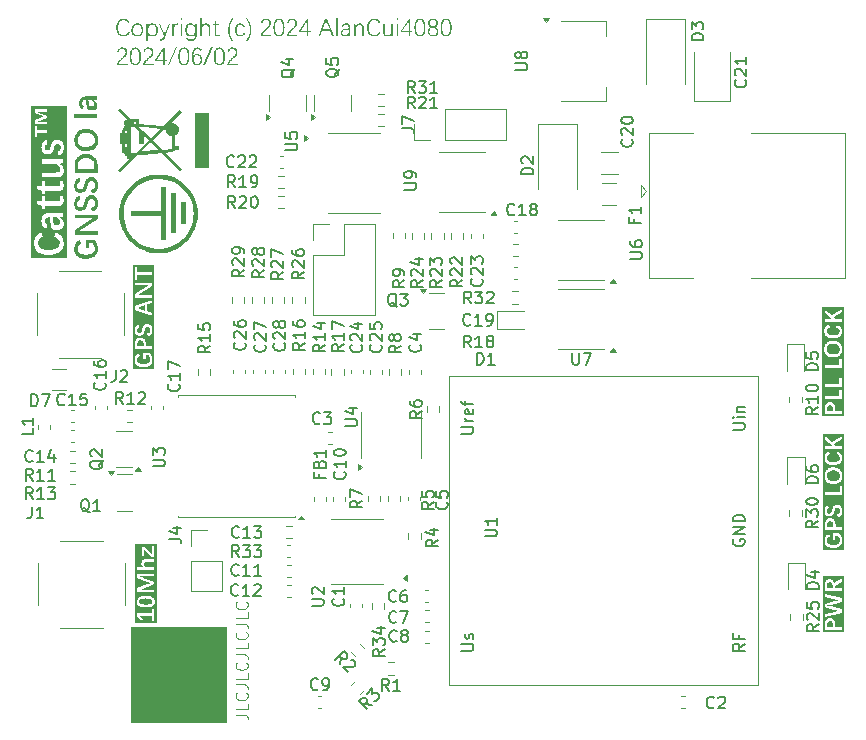
<source format=gbr>
%TF.GenerationSoftware,KiCad,Pcbnew,8.0.0*%
%TF.CreationDate,2024-06-03T00:37:32+08:00*%
%TF.ProjectId,CattusGPSDOv1,43617474-7573-4475-9053-444f76312e6b,rev?*%
%TF.SameCoordinates,Original*%
%TF.FileFunction,Legend,Top*%
%TF.FilePolarity,Positive*%
%FSLAX46Y46*%
G04 Gerber Fmt 4.6, Leading zero omitted, Abs format (unit mm)*
G04 Created by KiCad (PCBNEW 8.0.0) date 2024-06-03 00:37:32*
%MOMM*%
%LPD*%
G01*
G04 APERTURE LIST*
%ADD10C,0.100000*%
%ADD11C,0.250000*%
%ADD12C,0.187500*%
%ADD13C,0.300000*%
%ADD14C,0.150000*%
%ADD15C,0.120000*%
G04 APERTURE END LIST*
D10*
X123165000Y-120340000D02*
X131175000Y-120340000D01*
X131175000Y-128340000D01*
X123165000Y-128340000D01*
X123165000Y-120340000D01*
G36*
X123165000Y-120340000D02*
G01*
X131175000Y-120340000D01*
X131175000Y-128340000D01*
X123165000Y-128340000D01*
X123165000Y-120340000D01*
G37*
D11*
G36*
X121937236Y-72718789D02*
G01*
X121937236Y-72625732D01*
X121967417Y-72558254D01*
X122004379Y-72491007D01*
X122048123Y-72423993D01*
X122075355Y-72386863D01*
X122125868Y-72325405D01*
X122178707Y-72268174D01*
X122239610Y-72207716D01*
X122298231Y-72153328D01*
X122340603Y-72115753D01*
X122404260Y-72059214D01*
X122460318Y-72006101D01*
X122516115Y-71948467D01*
X122567217Y-71888309D01*
X122592295Y-71853803D01*
X122630163Y-71786133D01*
X122654005Y-71716387D01*
X122664033Y-71637271D01*
X122664103Y-71629954D01*
X122656768Y-71551930D01*
X122631758Y-71479988D01*
X122588998Y-71422592D01*
X122524753Y-71377941D01*
X122451469Y-71355115D01*
X122381270Y-71349319D01*
X122303094Y-71357761D01*
X122229661Y-71386226D01*
X122182700Y-71420760D01*
X122133687Y-71481811D01*
X122104509Y-71550900D01*
X122091842Y-71616765D01*
X121960683Y-71600279D01*
X121974628Y-71523731D01*
X122001075Y-71454924D01*
X122045772Y-71386766D01*
X122091475Y-71340526D01*
X122153139Y-71297250D01*
X122222725Y-71266338D01*
X122300234Y-71247790D01*
X122374554Y-71241705D01*
X122385666Y-71241608D01*
X122468047Y-71246482D01*
X122542083Y-71261103D01*
X122616478Y-71289748D01*
X122679974Y-71331124D01*
X122694145Y-71343457D01*
X122742551Y-71399397D01*
X122777126Y-71465365D01*
X122797872Y-71541363D01*
X122804679Y-71616088D01*
X122804787Y-71627390D01*
X122799163Y-71701482D01*
X122780530Y-71777216D01*
X122770715Y-71803244D01*
X122737706Y-71869862D01*
X122697254Y-71931248D01*
X122669232Y-71967009D01*
X122617762Y-72023817D01*
X122563139Y-72077867D01*
X122505540Y-72131435D01*
X122448885Y-72182010D01*
X122438789Y-72190858D01*
X122370639Y-72252081D01*
X122309073Y-72310819D01*
X122254090Y-72367073D01*
X122194618Y-72433897D01*
X122145433Y-72496839D01*
X122099988Y-72567246D01*
X122077920Y-72611078D01*
X122828234Y-72611078D01*
X122828234Y-72718789D01*
X121937236Y-72718789D01*
G37*
G36*
X123577870Y-71248164D02*
G01*
X123653321Y-71267832D01*
X123720271Y-71300611D01*
X123778720Y-71346503D01*
X123828669Y-71405506D01*
X123843429Y-71428087D01*
X123882400Y-71504616D01*
X123908716Y-71578681D01*
X123929433Y-71662103D01*
X123941976Y-71735576D01*
X123950934Y-71815037D01*
X123956310Y-71900486D01*
X123958101Y-71991922D01*
X123956235Y-72080542D01*
X123950637Y-72163770D01*
X123941306Y-72241605D01*
X123928243Y-72314048D01*
X123906665Y-72397018D01*
X123879256Y-72471563D01*
X123846015Y-72537682D01*
X123838667Y-72549895D01*
X123790010Y-72615261D01*
X123733343Y-72667103D01*
X123668664Y-72705421D01*
X123595973Y-72730215D01*
X123515271Y-72741485D01*
X123486591Y-72742236D01*
X123403892Y-72735616D01*
X123329180Y-72715755D01*
X123262453Y-72682653D01*
X123203712Y-72636311D01*
X123152956Y-72576728D01*
X123137812Y-72553925D01*
X123097845Y-72476791D01*
X123070856Y-72402556D01*
X123049610Y-72319269D01*
X123036747Y-72246122D01*
X123027559Y-72167182D01*
X123022046Y-72082448D01*
X123020216Y-71992288D01*
X123160893Y-71992288D01*
X123162135Y-72071515D01*
X123165862Y-72145429D01*
X123174014Y-72230351D01*
X123186047Y-72306972D01*
X123205612Y-72387962D01*
X123230767Y-72456999D01*
X123240394Y-72477355D01*
X123285892Y-72546117D01*
X123342518Y-72595232D01*
X123410272Y-72624702D01*
X123489155Y-72634525D01*
X123567580Y-72624427D01*
X123635060Y-72594133D01*
X123691594Y-72543644D01*
X123737184Y-72472958D01*
X123768447Y-72394735D01*
X123789132Y-72315686D01*
X123802060Y-72241350D01*
X123811071Y-72159323D01*
X123816164Y-72069603D01*
X123817418Y-71992288D01*
X123816227Y-71911236D01*
X123812655Y-71835874D01*
X123804841Y-71749673D01*
X123793306Y-71672362D01*
X123774553Y-71591326D01*
X123745902Y-71512964D01*
X123741214Y-71503192D01*
X123697136Y-71435873D01*
X123641105Y-71387787D01*
X123573121Y-71358936D01*
X123493185Y-71349319D01*
X123420108Y-71356700D01*
X123348398Y-71383210D01*
X123289282Y-71428999D01*
X123242759Y-71494069D01*
X123237829Y-71503558D01*
X123207851Y-71579663D01*
X123188016Y-71658626D01*
X123175619Y-71734110D01*
X123166979Y-71818396D01*
X123162771Y-71892161D01*
X123160968Y-71971559D01*
X123160893Y-71992288D01*
X123020216Y-71992288D01*
X123020209Y-71991922D01*
X123021995Y-71899988D01*
X123027353Y-71814144D01*
X123036283Y-71734391D01*
X123048785Y-71660729D01*
X123069436Y-71577216D01*
X123095668Y-71503221D01*
X123134515Y-71426988D01*
X123182089Y-71363988D01*
X123238808Y-71314022D01*
X123304672Y-71277091D01*
X123379681Y-71253194D01*
X123463834Y-71242332D01*
X123493918Y-71241608D01*
X123577870Y-71248164D01*
G37*
G36*
X124150076Y-72718789D02*
G01*
X124150076Y-72625732D01*
X124180257Y-72558254D01*
X124217220Y-72491007D01*
X124260963Y-72423993D01*
X124288196Y-72386863D01*
X124338708Y-72325405D01*
X124391547Y-72268174D01*
X124452450Y-72207716D01*
X124511071Y-72153328D01*
X124553443Y-72115753D01*
X124617101Y-72059214D01*
X124673159Y-72006101D01*
X124728955Y-71948467D01*
X124780057Y-71888309D01*
X124805136Y-71853803D01*
X124843003Y-71786133D01*
X124866845Y-71716387D01*
X124876873Y-71637271D01*
X124876943Y-71629954D01*
X124869609Y-71551930D01*
X124844598Y-71479988D01*
X124801838Y-71422592D01*
X124737593Y-71377941D01*
X124664309Y-71355115D01*
X124594110Y-71349319D01*
X124515934Y-71357761D01*
X124442501Y-71386226D01*
X124395540Y-71420760D01*
X124346528Y-71481811D01*
X124317349Y-71550900D01*
X124304682Y-71616765D01*
X124173524Y-71600279D01*
X124187468Y-71523731D01*
X124213915Y-71454924D01*
X124258612Y-71386766D01*
X124304316Y-71340526D01*
X124365979Y-71297250D01*
X124435566Y-71266338D01*
X124513075Y-71247790D01*
X124587394Y-71241705D01*
X124598506Y-71241608D01*
X124680887Y-71246482D01*
X124754924Y-71261103D01*
X124829318Y-71289748D01*
X124892814Y-71331124D01*
X124906985Y-71343457D01*
X124955391Y-71399397D01*
X124989966Y-71465365D01*
X125010712Y-71541363D01*
X125017519Y-71616088D01*
X125017627Y-71627390D01*
X125012004Y-71701482D01*
X124993371Y-71777216D01*
X124983555Y-71803244D01*
X124950546Y-71869862D01*
X124910094Y-71931248D01*
X124882072Y-71967009D01*
X124830602Y-72023817D01*
X124775980Y-72077867D01*
X124718380Y-72131435D01*
X124661725Y-72182010D01*
X124651629Y-72190858D01*
X124583479Y-72252081D01*
X124521913Y-72310819D01*
X124466930Y-72367073D01*
X124407458Y-72433897D01*
X124358273Y-72496839D01*
X124312828Y-72567246D01*
X124290760Y-72611078D01*
X125041074Y-72611078D01*
X125041074Y-72718789D01*
X124150076Y-72718789D01*
G37*
G36*
X125983363Y-72273290D02*
G01*
X126170942Y-72273290D01*
X126170942Y-72381001D01*
X125983363Y-72381001D01*
X125983363Y-72718789D01*
X125842679Y-72718789D01*
X125842679Y-72381001D01*
X125186154Y-72381001D01*
X125186154Y-72276953D01*
X125188520Y-72273290D01*
X125326838Y-72273290D01*
X125842679Y-72273290D01*
X125842679Y-71438346D01*
X125326838Y-72273290D01*
X125188520Y-72273290D01*
X125839748Y-71265055D01*
X125983363Y-71265055D01*
X125983363Y-72273290D01*
G37*
G36*
X126380868Y-72718789D02*
G01*
X126245680Y-72718789D01*
X126912829Y-71218161D01*
X127042889Y-71218161D01*
X126380868Y-72718789D01*
G37*
G36*
X127689942Y-71248164D02*
G01*
X127765393Y-71267832D01*
X127832343Y-71300611D01*
X127890793Y-71346503D01*
X127940741Y-71405506D01*
X127955502Y-71428087D01*
X127994473Y-71504616D01*
X128020789Y-71578681D01*
X128041506Y-71662103D01*
X128054048Y-71735576D01*
X128063007Y-71815037D01*
X128068382Y-71900486D01*
X128070174Y-71991922D01*
X128068308Y-72080542D01*
X128062709Y-72163770D01*
X128053378Y-72241605D01*
X128040315Y-72314048D01*
X128018738Y-72397018D01*
X127991328Y-72471563D01*
X127958087Y-72537682D01*
X127950739Y-72549895D01*
X127902083Y-72615261D01*
X127845415Y-72667103D01*
X127780736Y-72705421D01*
X127708046Y-72730215D01*
X127627344Y-72741485D01*
X127598663Y-72742236D01*
X127515965Y-72735616D01*
X127441252Y-72715755D01*
X127374525Y-72682653D01*
X127315784Y-72636311D01*
X127265028Y-72576728D01*
X127249884Y-72553925D01*
X127209918Y-72476791D01*
X127182929Y-72402556D01*
X127161682Y-72319269D01*
X127148819Y-72246122D01*
X127139632Y-72167182D01*
X127134119Y-72082448D01*
X127132288Y-71992288D01*
X127272965Y-71992288D01*
X127274208Y-72071515D01*
X127277934Y-72145429D01*
X127286086Y-72230351D01*
X127298120Y-72306972D01*
X127317685Y-72387962D01*
X127342839Y-72456999D01*
X127352466Y-72477355D01*
X127397964Y-72546117D01*
X127454590Y-72595232D01*
X127522345Y-72624702D01*
X127601228Y-72634525D01*
X127679653Y-72624427D01*
X127747132Y-72594133D01*
X127803667Y-72543644D01*
X127849256Y-72472958D01*
X127880519Y-72394735D01*
X127901205Y-72315686D01*
X127914133Y-72241350D01*
X127923143Y-72159323D01*
X127928236Y-72069603D01*
X127929490Y-71992288D01*
X127928299Y-71911236D01*
X127924727Y-71835874D01*
X127916913Y-71749673D01*
X127905379Y-71672362D01*
X127886625Y-71591326D01*
X127857975Y-71512964D01*
X127853286Y-71503192D01*
X127809208Y-71435873D01*
X127753177Y-71387787D01*
X127685194Y-71358936D01*
X127605258Y-71349319D01*
X127532181Y-71356700D01*
X127460470Y-71383210D01*
X127401354Y-71428999D01*
X127354832Y-71494069D01*
X127349902Y-71503558D01*
X127319924Y-71579663D01*
X127300088Y-71658626D01*
X127287691Y-71734110D01*
X127279051Y-71818396D01*
X127274844Y-71892161D01*
X127273040Y-71971559D01*
X127272965Y-71992288D01*
X127132288Y-71992288D01*
X127132281Y-71991922D01*
X127134067Y-71899988D01*
X127139426Y-71814144D01*
X127148356Y-71734391D01*
X127160858Y-71660729D01*
X127181509Y-71577216D01*
X127207741Y-71503221D01*
X127246587Y-71426988D01*
X127294161Y-71363988D01*
X127350881Y-71314022D01*
X127416745Y-71277091D01*
X127491753Y-71253194D01*
X127575907Y-71242332D01*
X127605990Y-71241608D01*
X127689942Y-71248164D01*
G37*
G36*
X128837810Y-71246506D02*
G01*
X128914976Y-71263436D01*
X128986634Y-71296026D01*
X128998175Y-71303524D01*
X129054544Y-71354021D01*
X129099224Y-71420882D01*
X129129699Y-71495865D01*
X129004036Y-71522976D01*
X128973332Y-71455311D01*
X128921927Y-71398330D01*
X128853119Y-71363056D01*
X128778637Y-71349997D01*
X128754909Y-71349319D01*
X128674767Y-71359486D01*
X128604699Y-71389986D01*
X128544707Y-71440819D01*
X128500479Y-71501977D01*
X128494790Y-71511985D01*
X128459710Y-71590549D01*
X128436312Y-71669667D01*
X128421516Y-71743902D01*
X128410995Y-71825686D01*
X128404750Y-71915020D01*
X128402833Y-71991922D01*
X128442468Y-71926946D01*
X128495679Y-71869295D01*
X128542418Y-71835118D01*
X128612416Y-71802077D01*
X128689421Y-71784285D01*
X128744651Y-71780896D01*
X128822892Y-71786804D01*
X128903337Y-71808025D01*
X128974212Y-71844678D01*
X129035515Y-71896765D01*
X129042505Y-71904361D01*
X129090911Y-71971726D01*
X129121921Y-72039912D01*
X129142342Y-72116723D01*
X129152174Y-72202160D01*
X129153147Y-72241416D01*
X129149051Y-72325316D01*
X129136763Y-72402261D01*
X129112075Y-72483240D01*
X129076236Y-72554752D01*
X129036643Y-72608513D01*
X128981853Y-72660618D01*
X128919104Y-72699925D01*
X128848396Y-72726435D01*
X128769729Y-72740147D01*
X128721203Y-72742236D01*
X128641107Y-72735873D01*
X128568429Y-72716785D01*
X128493016Y-72678432D01*
X128436412Y-72631772D01*
X128387228Y-72572387D01*
X128379752Y-72561252D01*
X128339785Y-72487179D01*
X128312796Y-72416184D01*
X128291550Y-72336762D01*
X128276045Y-72248915D01*
X128271265Y-72204780D01*
X128426280Y-72204780D01*
X128430207Y-72283404D01*
X128441988Y-72355788D01*
X128465069Y-72430869D01*
X128498408Y-72497800D01*
X128508346Y-72513258D01*
X128558507Y-72571878D01*
X128623622Y-72614511D01*
X128698612Y-72633459D01*
X128723035Y-72634525D01*
X128802383Y-72624543D01*
X128870067Y-72594597D01*
X128926088Y-72544687D01*
X128935893Y-72532309D01*
X128972907Y-72468785D01*
X128997807Y-72393205D01*
X129009771Y-72315903D01*
X129012463Y-72251674D01*
X129007631Y-72171280D01*
X128990646Y-72091840D01*
X128961431Y-72024049D01*
X128935160Y-71985327D01*
X128880670Y-71934323D01*
X128813373Y-71902209D01*
X128733266Y-71888985D01*
X128715708Y-71888607D01*
X128639412Y-71898316D01*
X128569528Y-71927442D01*
X128509903Y-71974337D01*
X128466814Y-72033606D01*
X128464382Y-72038084D01*
X128437033Y-72110475D01*
X128426615Y-72187191D01*
X128426280Y-72204780D01*
X128271265Y-72204780D01*
X128267776Y-72172571D01*
X128263182Y-72090835D01*
X128262149Y-72025994D01*
X128264112Y-71931220D01*
X128270003Y-71842537D01*
X128279820Y-71759945D01*
X128293565Y-71683443D01*
X128316267Y-71596382D01*
X128345106Y-71518837D01*
X128380081Y-71450809D01*
X128387812Y-71438346D01*
X128439134Y-71371486D01*
X128498855Y-71318459D01*
X128566972Y-71279265D01*
X128643488Y-71253904D01*
X128728402Y-71242377D01*
X128758572Y-71241608D01*
X128837810Y-71246506D01*
G37*
G36*
X129386521Y-72718789D02*
G01*
X129251332Y-72718789D01*
X129918482Y-71218161D01*
X130048541Y-71218161D01*
X129386521Y-72718789D01*
G37*
G36*
X130695595Y-71248164D02*
G01*
X130771046Y-71267832D01*
X130837996Y-71300611D01*
X130896445Y-71346503D01*
X130946394Y-71405506D01*
X130961154Y-71428087D01*
X131000125Y-71504616D01*
X131026441Y-71578681D01*
X131047158Y-71662103D01*
X131059701Y-71735576D01*
X131068659Y-71815037D01*
X131074035Y-71900486D01*
X131075826Y-71991922D01*
X131073960Y-72080542D01*
X131068362Y-72163770D01*
X131059031Y-72241605D01*
X131045968Y-72314048D01*
X131024390Y-72397018D01*
X130996981Y-72471563D01*
X130963740Y-72537682D01*
X130956392Y-72549895D01*
X130907735Y-72615261D01*
X130851068Y-72667103D01*
X130786389Y-72705421D01*
X130713698Y-72730215D01*
X130632997Y-72741485D01*
X130604316Y-72742236D01*
X130521617Y-72735616D01*
X130446905Y-72715755D01*
X130380178Y-72682653D01*
X130321437Y-72636311D01*
X130270681Y-72576728D01*
X130255537Y-72553925D01*
X130215570Y-72476791D01*
X130188581Y-72402556D01*
X130167335Y-72319269D01*
X130154472Y-72246122D01*
X130145284Y-72167182D01*
X130139771Y-72082448D01*
X130137941Y-71992288D01*
X130278618Y-71992288D01*
X130279860Y-72071515D01*
X130283587Y-72145429D01*
X130291739Y-72230351D01*
X130303772Y-72306972D01*
X130323337Y-72387962D01*
X130348492Y-72456999D01*
X130358119Y-72477355D01*
X130403617Y-72546117D01*
X130460243Y-72595232D01*
X130527997Y-72624702D01*
X130606880Y-72634525D01*
X130685305Y-72624427D01*
X130752785Y-72594133D01*
X130809319Y-72543644D01*
X130854909Y-72472958D01*
X130886172Y-72394735D01*
X130906857Y-72315686D01*
X130919785Y-72241350D01*
X130928796Y-72159323D01*
X130933889Y-72069603D01*
X130935143Y-71992288D01*
X130933952Y-71911236D01*
X130930380Y-71835874D01*
X130922566Y-71749673D01*
X130911031Y-71672362D01*
X130892278Y-71591326D01*
X130863627Y-71512964D01*
X130858939Y-71503192D01*
X130814861Y-71435873D01*
X130758830Y-71387787D01*
X130690846Y-71358936D01*
X130610910Y-71349319D01*
X130537833Y-71356700D01*
X130466123Y-71383210D01*
X130407007Y-71428999D01*
X130360484Y-71494069D01*
X130355554Y-71503558D01*
X130325576Y-71579663D01*
X130305741Y-71658626D01*
X130293344Y-71734110D01*
X130284704Y-71818396D01*
X130280496Y-71892161D01*
X130278693Y-71971559D01*
X130278618Y-71992288D01*
X130137941Y-71992288D01*
X130137934Y-71991922D01*
X130139720Y-71899988D01*
X130145078Y-71814144D01*
X130154008Y-71734391D01*
X130166510Y-71660729D01*
X130187161Y-71577216D01*
X130213393Y-71503221D01*
X130252240Y-71426988D01*
X130299814Y-71363988D01*
X130356533Y-71314022D01*
X130422397Y-71277091D01*
X130497406Y-71253194D01*
X130581560Y-71242332D01*
X130611643Y-71241608D01*
X130695595Y-71248164D01*
G37*
G36*
X131267801Y-72718789D02*
G01*
X131267801Y-72625732D01*
X131297982Y-72558254D01*
X131334945Y-72491007D01*
X131378688Y-72423993D01*
X131405921Y-72386863D01*
X131456433Y-72325405D01*
X131509272Y-72268174D01*
X131570175Y-72207716D01*
X131628796Y-72153328D01*
X131671168Y-72115753D01*
X131734826Y-72059214D01*
X131790884Y-72006101D01*
X131846680Y-71948467D01*
X131897782Y-71888309D01*
X131922861Y-71853803D01*
X131960728Y-71786133D01*
X131984570Y-71716387D01*
X131994598Y-71637271D01*
X131994668Y-71629954D01*
X131987334Y-71551930D01*
X131962323Y-71479988D01*
X131919563Y-71422592D01*
X131855318Y-71377941D01*
X131782034Y-71355115D01*
X131711835Y-71349319D01*
X131633659Y-71357761D01*
X131560226Y-71386226D01*
X131513265Y-71420760D01*
X131464253Y-71481811D01*
X131435075Y-71550900D01*
X131422407Y-71616765D01*
X131291249Y-71600279D01*
X131305193Y-71523731D01*
X131331640Y-71454924D01*
X131376337Y-71386766D01*
X131422041Y-71340526D01*
X131483704Y-71297250D01*
X131553291Y-71266338D01*
X131630800Y-71247790D01*
X131705119Y-71241705D01*
X131716231Y-71241608D01*
X131798612Y-71246482D01*
X131872649Y-71261103D01*
X131947044Y-71289748D01*
X132010539Y-71331124D01*
X132024710Y-71343457D01*
X132073116Y-71399397D01*
X132107691Y-71465365D01*
X132128437Y-71541363D01*
X132135244Y-71616088D01*
X132135352Y-71627390D01*
X132129729Y-71701482D01*
X132111096Y-71777216D01*
X132101280Y-71803244D01*
X132068271Y-71869862D01*
X132027819Y-71931248D01*
X131999797Y-71967009D01*
X131948327Y-72023817D01*
X131893705Y-72077867D01*
X131836105Y-72131435D01*
X131779450Y-72182010D01*
X131769354Y-72190858D01*
X131701205Y-72252081D01*
X131639638Y-72310819D01*
X131584655Y-72367073D01*
X131525183Y-72433897D01*
X131475998Y-72496839D01*
X131430553Y-72567246D01*
X131408485Y-72611078D01*
X132158799Y-72611078D01*
X132158799Y-72718789D01*
X131267801Y-72718789D01*
G37*
D12*
G36*
X122476608Y-70302236D02*
G01*
X122391668Y-70297299D01*
X122312703Y-70282487D01*
X122239713Y-70257800D01*
X122172697Y-70223239D01*
X122111657Y-70178803D01*
X122056591Y-70124492D01*
X122036238Y-70100003D01*
X121990432Y-70033050D01*
X121952389Y-69958817D01*
X121922111Y-69877303D01*
X121899596Y-69788507D01*
X121887174Y-69712229D01*
X121879720Y-69631291D01*
X121877236Y-69545694D01*
X121879778Y-69460199D01*
X121887403Y-69379571D01*
X121900111Y-69303808D01*
X121923145Y-69215946D01*
X121954121Y-69135688D01*
X121993040Y-69063032D01*
X122039902Y-68997979D01*
X122093803Y-68941407D01*
X122153840Y-68894424D01*
X122220012Y-68857029D01*
X122292321Y-68829223D01*
X122370766Y-68811005D01*
X122455346Y-68802375D01*
X122490896Y-68801608D01*
X122568732Y-68805272D01*
X122650860Y-68818433D01*
X122725707Y-68841164D01*
X122793273Y-68873467D01*
X122801207Y-68878178D01*
X122860947Y-68921982D01*
X122913772Y-68977188D01*
X122959682Y-69043798D01*
X122994181Y-69111435D01*
X122998677Y-69121810D01*
X122870816Y-69176765D01*
X122837956Y-69105600D01*
X122793491Y-69040871D01*
X122734911Y-68987107D01*
X122723171Y-68979295D01*
X122652748Y-68944878D01*
X122580162Y-68925988D01*
X122499419Y-68918904D01*
X122490896Y-68918845D01*
X122409499Y-68924705D01*
X122335392Y-68942286D01*
X122258147Y-68977611D01*
X122190825Y-69028890D01*
X122141018Y-69085540D01*
X122099184Y-69152495D01*
X122066005Y-69228337D01*
X122041482Y-69313065D01*
X122027657Y-69390462D01*
X122019843Y-69474030D01*
X122017920Y-69545327D01*
X122020925Y-69635312D01*
X122029941Y-69719107D01*
X122044968Y-69796713D01*
X122066005Y-69868129D01*
X122099184Y-69945658D01*
X122141018Y-70014274D01*
X122190529Y-70072294D01*
X122256757Y-70124812D01*
X122332100Y-70160991D01*
X122403936Y-70178997D01*
X122482470Y-70185000D01*
X122555811Y-70180283D01*
X122630164Y-70163700D01*
X122702650Y-70131271D01*
X122734895Y-70109528D01*
X122791781Y-70056835D01*
X122838793Y-69993551D01*
X122872661Y-69927541D01*
X122882173Y-69903632D01*
X123002707Y-69960052D01*
X122962991Y-70040251D01*
X122915833Y-70109757D01*
X122861233Y-70168570D01*
X122799192Y-70216690D01*
X122729708Y-70254116D01*
X122652783Y-70280850D01*
X122568417Y-70296889D01*
X122476608Y-70302236D01*
G37*
G36*
X123734291Y-69203656D02*
G01*
X123815486Y-69216879D01*
X123888439Y-69240020D01*
X123963131Y-69279553D01*
X124026604Y-69332585D01*
X124034755Y-69341263D01*
X124084862Y-69409038D01*
X124118015Y-69476787D01*
X124142126Y-69553448D01*
X124157196Y-69639023D01*
X124162847Y-69717144D01*
X124163349Y-69750125D01*
X124160084Y-69828121D01*
X124147548Y-69914537D01*
X124125609Y-69993122D01*
X124094268Y-70063876D01*
X124053524Y-70126799D01*
X124029626Y-70155324D01*
X123975680Y-70205251D01*
X123903139Y-70250444D01*
X123832729Y-70277990D01*
X123754719Y-70295206D01*
X123669110Y-70302093D01*
X123654103Y-70302236D01*
X123570353Y-70297020D01*
X123493584Y-70281370D01*
X123423796Y-70255288D01*
X123351199Y-70211674D01*
X123288105Y-70153859D01*
X123242909Y-70094456D01*
X123207064Y-70027532D01*
X123180570Y-69953085D01*
X123163427Y-69871117D01*
X123156284Y-69797064D01*
X123155115Y-69750125D01*
X123295799Y-69750125D01*
X123299057Y-69826061D01*
X123311096Y-69906221D01*
X123332006Y-69977300D01*
X123366764Y-70047413D01*
X123388489Y-70078021D01*
X123446800Y-70134339D01*
X123517456Y-70172225D01*
X123590626Y-70190429D01*
X123651905Y-70194525D01*
X123728162Y-70189125D01*
X123804624Y-70169731D01*
X123877013Y-70131052D01*
X123929242Y-70081685D01*
X123970115Y-70018647D01*
X123999310Y-69942375D01*
X124015275Y-69864780D01*
X124021844Y-69790204D01*
X124022665Y-69750125D01*
X124019497Y-69671630D01*
X124007791Y-69589657D01*
X123987460Y-69518028D01*
X123953663Y-69448831D01*
X123932540Y-69419298D01*
X123874889Y-69365460D01*
X123803328Y-69329241D01*
X123728040Y-69311839D01*
X123664361Y-69307923D01*
X123589210Y-69313376D01*
X123513585Y-69332959D01*
X123441589Y-69372014D01*
X123389221Y-69421863D01*
X123348349Y-69485106D01*
X123319154Y-69560898D01*
X123303188Y-69637509D01*
X123296620Y-69710822D01*
X123295799Y-69750125D01*
X123155115Y-69750125D01*
X123158361Y-69671858D01*
X123168102Y-69599172D01*
X123188362Y-69519316D01*
X123217973Y-69447497D01*
X123256935Y-69383715D01*
X123288105Y-69345659D01*
X123351497Y-69288986D01*
X123424988Y-69246233D01*
X123496017Y-69220666D01*
X123574464Y-69205326D01*
X123660331Y-69200212D01*
X123734291Y-69203656D01*
G37*
G36*
X125021815Y-69205197D02*
G01*
X125102508Y-69223612D01*
X125173805Y-69255596D01*
X125235704Y-69301150D01*
X125274166Y-69341995D01*
X125319276Y-69409720D01*
X125349123Y-69477091D01*
X125370830Y-69553066D01*
X125384397Y-69637645D01*
X125389484Y-69714699D01*
X125389937Y-69747194D01*
X125386905Y-69824927D01*
X125375261Y-69911240D01*
X125354885Y-69989954D01*
X125325776Y-70061069D01*
X125287935Y-70124584D01*
X125265739Y-70153492D01*
X125207075Y-70211450D01*
X125139435Y-70255173D01*
X125062819Y-70284660D01*
X124990004Y-70298605D01*
X124924288Y-70302236D01*
X124849104Y-70297335D01*
X124775742Y-70280620D01*
X124712163Y-70252044D01*
X124652228Y-70206071D01*
X124603986Y-70148813D01*
X124569281Y-70091210D01*
X124565251Y-70091210D01*
X124567976Y-70165582D01*
X124568182Y-70176207D01*
X124569264Y-70251621D01*
X124569281Y-70262669D01*
X124569281Y-70677393D01*
X124428597Y-70677393D01*
X124428597Y-69752323D01*
X124567449Y-69752323D01*
X124570489Y-69829874D01*
X124581719Y-69911135D01*
X124601223Y-69982474D01*
X124633646Y-70051855D01*
X124653911Y-70081685D01*
X124709211Y-70136232D01*
X124777842Y-70172927D01*
X124850039Y-70190558D01*
X124911099Y-70194525D01*
X124989684Y-70187335D01*
X125065830Y-70162058D01*
X125128994Y-70118582D01*
X125163890Y-70079487D01*
X125201236Y-70015693D01*
X125227912Y-69939352D01*
X125242500Y-69862260D01*
X125248503Y-69788535D01*
X125249253Y-69749026D01*
X125246393Y-69673266D01*
X125235830Y-69593409D01*
X125214226Y-69513393D01*
X125182455Y-69445375D01*
X125167920Y-69422962D01*
X125115769Y-69367352D01*
X125050403Y-69329943D01*
X124971822Y-69310732D01*
X124922456Y-69307923D01*
X124849246Y-69313411D01*
X124775882Y-69333120D01*
X124706484Y-69372426D01*
X124656475Y-69422595D01*
X124617526Y-69486068D01*
X124589706Y-69562180D01*
X124574491Y-69639147D01*
X124568231Y-69712820D01*
X124567449Y-69752323D01*
X124428597Y-69752323D01*
X124428597Y-69446043D01*
X124428597Y-69369516D01*
X124428597Y-69293076D01*
X124428597Y-69223660D01*
X124553527Y-69223660D01*
X124560671Y-69300527D01*
X124564690Y-69374964D01*
X124565251Y-69411238D01*
X124569281Y-69411238D01*
X124611277Y-69347132D01*
X124663505Y-69290912D01*
X124722055Y-69249672D01*
X124795677Y-69219532D01*
X124873754Y-69204125D01*
X124945170Y-69200212D01*
X125021815Y-69205197D01*
G37*
G36*
X125634668Y-70677393D02*
G01*
X125559624Y-70671132D01*
X125539413Y-70667135D01*
X125539413Y-70559424D01*
X125613302Y-70569642D01*
X125618548Y-70569682D01*
X125693355Y-70555829D01*
X125721863Y-70540373D01*
X125775448Y-70488974D01*
X125800997Y-70451346D01*
X125839352Y-70388024D01*
X125873538Y-70333011D01*
X125891123Y-70287581D01*
X125469071Y-69223660D01*
X125611221Y-69223660D01*
X125848991Y-69840251D01*
X125876782Y-69914255D01*
X125905135Y-69991444D01*
X125932171Y-70067597D01*
X125955745Y-70137886D01*
X125960000Y-70151294D01*
X125984912Y-70081685D01*
X126009825Y-70012808D01*
X126035654Y-69943932D01*
X126062581Y-69874323D01*
X126312442Y-69223660D01*
X126453859Y-69223660D01*
X126002864Y-70356092D01*
X125965770Y-70425060D01*
X125922068Y-70494109D01*
X125876280Y-70554117D01*
X125844595Y-70589099D01*
X125787415Y-70635660D01*
X125715674Y-70666960D01*
X125642415Y-70677307D01*
X125634668Y-70677393D01*
G37*
G36*
X126616524Y-70278789D02*
G01*
X126616524Y-69484877D01*
X126616524Y-69408817D01*
X126616524Y-69334528D01*
X126616524Y-69256086D01*
X126616524Y-69223660D01*
X126737791Y-69223660D01*
X126744257Y-69301780D01*
X126747806Y-69375053D01*
X126749137Y-69450473D01*
X126749148Y-69458133D01*
X126753178Y-69458133D01*
X126779875Y-69386317D01*
X126814637Y-69321273D01*
X126863435Y-69263717D01*
X126867850Y-69259930D01*
X126932668Y-69221265D01*
X127004521Y-69203070D01*
X127051765Y-69200212D01*
X127125369Y-69206832D01*
X127132365Y-69208272D01*
X127132365Y-69317449D01*
X127059039Y-69308379D01*
X127034180Y-69307923D01*
X126958402Y-69319015D01*
X126887775Y-69356835D01*
X126835139Y-69414509D01*
X126830481Y-69421496D01*
X126795061Y-69491927D01*
X126773308Y-69565870D01*
X126761788Y-69639323D01*
X126757280Y-69720945D01*
X126757208Y-69733272D01*
X126757208Y-70278789D01*
X126616524Y-70278789D01*
G37*
G36*
X127327271Y-68942292D02*
G01*
X127327271Y-68778161D01*
X127467955Y-68778161D01*
X127467955Y-68942292D01*
X127327271Y-68942292D01*
G37*
G36*
X127327271Y-70278789D02*
G01*
X127327271Y-69223660D01*
X127467955Y-69223660D01*
X127467955Y-70278789D01*
X127327271Y-70278789D01*
G37*
G36*
X128255160Y-69205364D02*
G01*
X128337489Y-69225148D01*
X128409540Y-69259769D01*
X128471312Y-69309229D01*
X128522807Y-69373526D01*
X128544699Y-69411238D01*
X128548729Y-69411238D01*
X128551853Y-69336631D01*
X128557365Y-69260021D01*
X128560453Y-69223660D01*
X128687215Y-69223660D01*
X128687215Y-69299246D01*
X128687215Y-69374122D01*
X128687215Y-69454865D01*
X128687215Y-69463262D01*
X128687215Y-70242152D01*
X128681395Y-70318756D01*
X128663934Y-70390205D01*
X128629725Y-70465550D01*
X128587319Y-70525955D01*
X128565582Y-70550265D01*
X128507006Y-70599800D01*
X128437385Y-70637169D01*
X128356719Y-70662371D01*
X128278787Y-70674289D01*
X128207644Y-70677393D01*
X128120867Y-70673363D01*
X128043353Y-70661273D01*
X127959484Y-70634826D01*
X127890088Y-70595785D01*
X127835164Y-70544151D01*
X127794712Y-70479923D01*
X127772770Y-70419473D01*
X127903562Y-70396025D01*
X127935288Y-70463690D01*
X127995074Y-70520671D01*
X128067974Y-70552723D01*
X128145752Y-70566969D01*
X128205446Y-70569682D01*
X128285388Y-70564925D01*
X128370326Y-70545600D01*
X128438610Y-70511409D01*
X128498566Y-70450757D01*
X128530210Y-70383861D01*
X128545199Y-70302100D01*
X128546531Y-70265233D01*
X128546531Y-70178039D01*
X128546898Y-70134808D01*
X128548729Y-70091210D01*
X128544699Y-70091210D01*
X128503469Y-70153406D01*
X128450678Y-70208929D01*
X128390094Y-70250945D01*
X128320627Y-70280147D01*
X128248385Y-70296175D01*
X128167484Y-70302186D01*
X128158918Y-70302236D01*
X128084828Y-70297148D01*
X128006627Y-70278353D01*
X127937296Y-70245707D01*
X127876836Y-70199212D01*
X127839082Y-70157522D01*
X127794971Y-70088720D01*
X127765785Y-70021263D01*
X127744559Y-69945975D01*
X127731292Y-69862857D01*
X127726317Y-69787609D01*
X127725875Y-69755987D01*
X127866559Y-69755987D01*
X127869534Y-69832528D01*
X127880526Y-69912841D01*
X127903006Y-69992777D01*
X127936065Y-70060074D01*
X127951189Y-70082051D01*
X128005317Y-70136421D01*
X128072081Y-70172997D01*
X128151480Y-70191779D01*
X128201050Y-70194525D01*
X128280826Y-70187289D01*
X128358531Y-70161851D01*
X128423484Y-70118098D01*
X128459703Y-70078754D01*
X128498652Y-70014640D01*
X128526473Y-69938070D01*
X128541687Y-69860853D01*
X128547947Y-69787076D01*
X128548729Y-69747561D01*
X128545651Y-69671354D01*
X128534278Y-69591237D01*
X128514526Y-69520586D01*
X128481691Y-69451435D01*
X128461168Y-69421496D01*
X128405829Y-69366595D01*
X128338319Y-69329662D01*
X128258637Y-69310696D01*
X128209110Y-69307923D01*
X128129494Y-69315159D01*
X128052353Y-69340597D01*
X127988368Y-69384350D01*
X127953021Y-69423695D01*
X127915194Y-69487877D01*
X127888175Y-69564653D01*
X127873398Y-69642163D01*
X127867319Y-69716275D01*
X127866559Y-69755987D01*
X127725875Y-69755987D01*
X127728755Y-69677340D01*
X127737396Y-69604203D01*
X127755368Y-69523712D01*
X127781634Y-69451155D01*
X127816196Y-69386531D01*
X127843845Y-69347857D01*
X127900315Y-69290328D01*
X127966182Y-69246928D01*
X128041445Y-69217659D01*
X128113436Y-69203817D01*
X128178702Y-69200212D01*
X128255160Y-69205364D01*
G37*
G36*
X129704242Y-70278789D02*
G01*
X129704242Y-69658534D01*
X129701280Y-69582482D01*
X129690638Y-69507543D01*
X129666452Y-69431837D01*
X129642327Y-69390722D01*
X129586153Y-69340267D01*
X129517552Y-69314473D01*
X129449253Y-69307923D01*
X129375289Y-69316067D01*
X129303305Y-69344217D01*
X129242053Y-69392474D01*
X129225771Y-69410872D01*
X129185038Y-69474634D01*
X129157635Y-69550105D01*
X129144469Y-69627018D01*
X129141507Y-69690774D01*
X129141507Y-70278789D01*
X129000823Y-70278789D01*
X129000823Y-68778161D01*
X129141507Y-68778161D01*
X129141507Y-69189588D01*
X129140814Y-69266142D01*
X129140041Y-69300596D01*
X129137680Y-69376348D01*
X129136378Y-69411238D01*
X129140408Y-69411238D01*
X129179091Y-69347990D01*
X129227427Y-69292054D01*
X129281824Y-69250404D01*
X129350363Y-69219819D01*
X129423057Y-69204183D01*
X129489553Y-69200212D01*
X129564245Y-69205209D01*
X129638617Y-69223155D01*
X129708272Y-69258945D01*
X129757732Y-69304626D01*
X129799881Y-69372372D01*
X129825767Y-69447723D01*
X129839477Y-69525338D01*
X129844586Y-69600544D01*
X129844926Y-69627393D01*
X129844926Y-70278789D01*
X129704242Y-70278789D01*
G37*
G36*
X130434406Y-70302236D02*
G01*
X130356680Y-70293529D01*
X130285534Y-70261362D01*
X130261482Y-70240321D01*
X130221161Y-70175245D01*
X130204571Y-70101606D01*
X130202498Y-70058604D01*
X130202498Y-69331371D01*
X130038367Y-69331371D01*
X130038367Y-69223660D01*
X130204696Y-69223660D01*
X130242065Y-68989187D01*
X130343182Y-68989187D01*
X130343182Y-69223660D01*
X130612093Y-69223660D01*
X130612093Y-69331371D01*
X130343182Y-69331371D01*
X130343182Y-70035523D01*
X130352223Y-70109763D01*
X130371758Y-70152759D01*
X130437021Y-70191221D01*
X130475439Y-70194525D01*
X130549636Y-70189355D01*
X130624549Y-70176207D01*
X130624549Y-70278422D01*
X130550043Y-70293841D01*
X130471788Y-70301399D01*
X130434406Y-70302236D01*
G37*
G36*
X131349951Y-69725212D02*
G01*
X131351784Y-69638405D01*
X131357285Y-69555211D01*
X131366453Y-69475630D01*
X131379288Y-69399663D01*
X131395791Y-69327310D01*
X131420435Y-69245256D01*
X131425055Y-69232086D01*
X131456774Y-69152277D01*
X131488638Y-69083901D01*
X131525439Y-69013825D01*
X131567177Y-68942049D01*
X131613853Y-68868574D01*
X131665466Y-68793400D01*
X131676381Y-68778161D01*
X131795450Y-68778161D01*
X131753135Y-68839263D01*
X131704620Y-68914128D01*
X131660971Y-68987312D01*
X131622188Y-69058814D01*
X131588271Y-69128634D01*
X131559219Y-69196773D01*
X131544124Y-69236849D01*
X131518351Y-69318727D01*
X131500947Y-69390520D01*
X131487246Y-69465552D01*
X131477248Y-69543821D01*
X131470952Y-69625328D01*
X131468360Y-69710073D01*
X131468286Y-69727411D01*
X131470120Y-69812486D01*
X131475621Y-69894378D01*
X131484789Y-69973086D01*
X131497624Y-70048609D01*
X131514127Y-70120948D01*
X131538770Y-70203552D01*
X131543391Y-70216873D01*
X131575248Y-70297695D01*
X131607226Y-70366995D01*
X131644141Y-70438066D01*
X131685994Y-70510907D01*
X131732784Y-70585520D01*
X131773771Y-70646485D01*
X131795450Y-70677393D01*
X131676381Y-70677393D01*
X131624888Y-70603795D01*
X131578028Y-70531377D01*
X131535801Y-70460140D01*
X131498208Y-70390083D01*
X131465248Y-70321208D01*
X131436921Y-70253512D01*
X131426887Y-70226765D01*
X131400741Y-70144277D01*
X131383084Y-70071464D01*
X131369185Y-69994948D01*
X131359042Y-69914729D01*
X131352655Y-69830807D01*
X131350026Y-69743182D01*
X131349951Y-69725212D01*
G37*
G36*
X132369176Y-70302236D02*
G01*
X132293845Y-70297316D01*
X132214880Y-70279139D01*
X132145522Y-70247568D01*
X132085771Y-70202603D01*
X132048974Y-70162285D01*
X132006148Y-70094848D01*
X131973840Y-70015314D01*
X131954520Y-69937515D01*
X131942928Y-69850828D01*
X131939172Y-69771800D01*
X131939064Y-69755254D01*
X131941855Y-69675201D01*
X131950227Y-69601052D01*
X131967641Y-69519865D01*
X131993092Y-69447179D01*
X132032942Y-69373123D01*
X132053370Y-69344926D01*
X132108115Y-69288539D01*
X132172011Y-69246001D01*
X132245058Y-69217312D01*
X132327256Y-69202473D01*
X132378335Y-69200212D01*
X132457332Y-69204586D01*
X132535366Y-69219961D01*
X132608610Y-69250029D01*
X132639919Y-69270188D01*
X132692391Y-69321493D01*
X132731195Y-69388398D01*
X132754434Y-69461949D01*
X132759720Y-69489274D01*
X132625265Y-69505027D01*
X132602837Y-69431047D01*
X132560430Y-69368225D01*
X132546130Y-69355551D01*
X132480828Y-69321365D01*
X132408606Y-69308668D01*
X132383464Y-69307923D01*
X132295968Y-69318719D01*
X132223302Y-69351107D01*
X132165465Y-69405087D01*
X132122458Y-69480658D01*
X132098731Y-69556662D01*
X132084494Y-69646484D01*
X132080045Y-69722919D01*
X132079748Y-69750125D01*
X132082353Y-69829544D01*
X132093931Y-69923285D01*
X132114771Y-70003138D01*
X132153845Y-70083425D01*
X132207392Y-70142013D01*
X132275411Y-70178902D01*
X132357902Y-70194091D01*
X132376137Y-70194525D01*
X132451605Y-70187596D01*
X132523438Y-70161995D01*
X132584151Y-70109639D01*
X132618567Y-70043617D01*
X132630394Y-69997421D01*
X132759720Y-70015739D01*
X132735696Y-70098275D01*
X132697968Y-70166822D01*
X132646537Y-70221379D01*
X132581404Y-70261947D01*
X132502568Y-70288527D01*
X132429633Y-70299718D01*
X132369176Y-70302236D01*
G37*
G36*
X133311831Y-69728143D02*
G01*
X133309908Y-69813192D01*
X133304139Y-69895004D01*
X133294524Y-69973577D01*
X133281062Y-70048912D01*
X133263755Y-70121010D01*
X133237909Y-70203253D01*
X133233063Y-70216507D01*
X133199687Y-70297118D01*
X133166009Y-70366341D01*
X133127001Y-70437424D01*
X133082661Y-70510368D01*
X133032991Y-70585172D01*
X132989416Y-70646355D01*
X132966350Y-70677393D01*
X132841786Y-70677393D01*
X132887278Y-70616290D01*
X132929416Y-70556264D01*
X132977370Y-70482744D01*
X133020084Y-70410906D01*
X133057556Y-70340749D01*
X133089786Y-70272274D01*
X133111796Y-70218705D01*
X133139561Y-70136827D01*
X133158311Y-70065033D01*
X133173071Y-69990002D01*
X133183842Y-69911733D01*
X133190623Y-69830226D01*
X133193416Y-69745481D01*
X133193496Y-69728143D01*
X133191519Y-69643692D01*
X133185589Y-69562299D01*
X133175705Y-69483965D01*
X133161868Y-69408691D01*
X133144078Y-69336475D01*
X133117510Y-69253854D01*
X133112529Y-69240512D01*
X133078341Y-69159403D01*
X133044007Y-69089844D01*
X133004360Y-69018496D01*
X132959400Y-68945359D01*
X132909127Y-68870433D01*
X132865083Y-68809204D01*
X132841786Y-68778161D01*
X132966350Y-68778161D01*
X133011212Y-68838485D01*
X133062605Y-68912505D01*
X133108793Y-68984988D01*
X133149774Y-69055931D01*
X133185550Y-69125337D01*
X133216120Y-69193203D01*
X133231964Y-69233185D01*
X133259106Y-69315106D01*
X133277435Y-69387211D01*
X133291864Y-69462804D01*
X133302394Y-69541885D01*
X133309023Y-69624455D01*
X133311753Y-69710513D01*
X133311831Y-69728143D01*
G37*
G36*
X134099148Y-70278789D02*
G01*
X134099148Y-70185732D01*
X134129329Y-70118254D01*
X134166292Y-70051007D01*
X134210035Y-69983993D01*
X134237267Y-69946863D01*
X134287780Y-69885405D01*
X134340619Y-69828174D01*
X134401522Y-69767716D01*
X134460143Y-69713328D01*
X134502515Y-69675753D01*
X134566172Y-69619214D01*
X134622230Y-69566101D01*
X134678027Y-69508467D01*
X134729129Y-69448309D01*
X134754207Y-69413803D01*
X134792075Y-69346133D01*
X134815917Y-69276387D01*
X134825945Y-69197271D01*
X134826015Y-69189954D01*
X134818680Y-69111930D01*
X134793670Y-69039988D01*
X134750910Y-68982592D01*
X134686665Y-68937941D01*
X134613381Y-68915115D01*
X134543182Y-68909319D01*
X134465006Y-68917761D01*
X134391573Y-68946226D01*
X134344612Y-68980760D01*
X134295600Y-69041811D01*
X134266421Y-69110900D01*
X134253754Y-69176765D01*
X134122595Y-69160279D01*
X134136540Y-69083731D01*
X134162987Y-69014924D01*
X134207684Y-68946766D01*
X134253387Y-68900526D01*
X134315051Y-68857250D01*
X134384637Y-68826338D01*
X134462146Y-68807790D01*
X134536466Y-68801705D01*
X134547578Y-68801608D01*
X134629959Y-68806482D01*
X134703996Y-68821103D01*
X134778390Y-68849748D01*
X134841886Y-68891124D01*
X134856057Y-68903457D01*
X134904463Y-68959397D01*
X134939038Y-69025365D01*
X134959784Y-69101363D01*
X134966591Y-69176088D01*
X134966699Y-69187390D01*
X134961076Y-69261482D01*
X134942442Y-69337216D01*
X134932627Y-69363244D01*
X134899618Y-69429862D01*
X134859166Y-69491248D01*
X134831144Y-69527009D01*
X134779674Y-69583817D01*
X134725051Y-69637867D01*
X134667452Y-69691435D01*
X134610797Y-69742010D01*
X134600701Y-69750858D01*
X134532551Y-69812081D01*
X134470985Y-69870819D01*
X134416002Y-69927073D01*
X134356530Y-69993897D01*
X134307345Y-70056839D01*
X134261900Y-70127246D01*
X134239832Y-70171078D01*
X134990146Y-70171078D01*
X134990146Y-70278789D01*
X134099148Y-70278789D01*
G37*
G36*
X135739782Y-68808164D02*
G01*
X135815233Y-68827832D01*
X135882183Y-68860611D01*
X135940632Y-68906503D01*
X135990581Y-68965506D01*
X136005341Y-68988087D01*
X136044312Y-69064616D01*
X136070628Y-69138681D01*
X136091345Y-69222103D01*
X136103888Y-69295576D01*
X136112846Y-69375037D01*
X136118222Y-69460486D01*
X136120013Y-69551922D01*
X136118147Y-69640542D01*
X136112549Y-69723770D01*
X136103218Y-69801605D01*
X136090155Y-69874048D01*
X136068577Y-69957018D01*
X136041168Y-70031563D01*
X136007927Y-70097682D01*
X136000579Y-70109895D01*
X135951922Y-70175261D01*
X135895255Y-70227103D01*
X135830576Y-70265421D01*
X135757885Y-70290215D01*
X135677184Y-70301485D01*
X135648503Y-70302236D01*
X135565804Y-70295616D01*
X135491092Y-70275755D01*
X135424365Y-70242653D01*
X135365624Y-70196311D01*
X135314868Y-70136728D01*
X135299724Y-70113925D01*
X135259757Y-70036791D01*
X135232768Y-69962556D01*
X135211522Y-69879269D01*
X135198659Y-69806122D01*
X135189471Y-69727182D01*
X135183958Y-69642448D01*
X135182128Y-69552288D01*
X135322805Y-69552288D01*
X135324047Y-69631515D01*
X135327774Y-69705429D01*
X135335926Y-69790351D01*
X135347959Y-69866972D01*
X135367524Y-69947962D01*
X135392679Y-70016999D01*
X135402306Y-70037355D01*
X135447804Y-70106117D01*
X135504430Y-70155232D01*
X135572184Y-70184702D01*
X135651067Y-70194525D01*
X135729492Y-70184427D01*
X135796972Y-70154133D01*
X135853506Y-70103644D01*
X135899096Y-70032958D01*
X135930359Y-69954735D01*
X135951044Y-69875686D01*
X135963972Y-69801350D01*
X135972983Y-69719323D01*
X135978076Y-69629603D01*
X135979330Y-69552288D01*
X135978139Y-69471236D01*
X135974567Y-69395874D01*
X135966753Y-69309673D01*
X135955218Y-69232362D01*
X135936465Y-69151326D01*
X135907814Y-69072964D01*
X135903126Y-69063192D01*
X135859048Y-68995873D01*
X135803017Y-68947787D01*
X135735033Y-68918936D01*
X135655097Y-68909319D01*
X135582020Y-68916700D01*
X135510310Y-68943210D01*
X135451194Y-68988999D01*
X135404671Y-69054069D01*
X135399741Y-69063558D01*
X135369763Y-69139663D01*
X135349928Y-69218626D01*
X135337531Y-69294110D01*
X135328891Y-69378396D01*
X135324683Y-69452161D01*
X135322880Y-69531559D01*
X135322805Y-69552288D01*
X135182128Y-69552288D01*
X135182121Y-69551922D01*
X135183907Y-69459988D01*
X135189265Y-69374144D01*
X135198195Y-69294391D01*
X135210697Y-69220729D01*
X135231348Y-69137216D01*
X135257581Y-69063221D01*
X135296427Y-68986988D01*
X135344001Y-68923988D01*
X135400720Y-68874022D01*
X135466584Y-68837091D01*
X135541593Y-68813194D01*
X135625747Y-68802332D01*
X135655830Y-68801608D01*
X135739782Y-68808164D01*
G37*
G36*
X136311988Y-70278789D02*
G01*
X136311988Y-70185732D01*
X136342169Y-70118254D01*
X136379132Y-70051007D01*
X136422875Y-69983993D01*
X136450108Y-69946863D01*
X136500620Y-69885405D01*
X136553459Y-69828174D01*
X136614362Y-69767716D01*
X136672983Y-69713328D01*
X136715355Y-69675753D01*
X136779013Y-69619214D01*
X136835071Y-69566101D01*
X136890867Y-69508467D01*
X136941969Y-69448309D01*
X136967048Y-69413803D01*
X137004915Y-69346133D01*
X137028757Y-69276387D01*
X137038785Y-69197271D01*
X137038855Y-69189954D01*
X137031521Y-69111930D01*
X137006510Y-69039988D01*
X136963750Y-68982592D01*
X136899505Y-68937941D01*
X136826221Y-68915115D01*
X136756022Y-68909319D01*
X136677846Y-68917761D01*
X136604413Y-68946226D01*
X136557452Y-68980760D01*
X136508440Y-69041811D01*
X136479262Y-69110900D01*
X136466594Y-69176765D01*
X136335436Y-69160279D01*
X136349380Y-69083731D01*
X136375827Y-69014924D01*
X136420524Y-68946766D01*
X136466228Y-68900526D01*
X136527891Y-68857250D01*
X136597478Y-68826338D01*
X136674987Y-68807790D01*
X136749306Y-68801705D01*
X136760418Y-68801608D01*
X136842799Y-68806482D01*
X136916836Y-68821103D01*
X136991231Y-68849748D01*
X137054726Y-68891124D01*
X137068897Y-68903457D01*
X137117303Y-68959397D01*
X137151878Y-69025365D01*
X137172624Y-69101363D01*
X137179431Y-69176088D01*
X137179539Y-69187390D01*
X137173916Y-69261482D01*
X137155283Y-69337216D01*
X137145467Y-69363244D01*
X137112458Y-69429862D01*
X137072006Y-69491248D01*
X137043984Y-69527009D01*
X136992514Y-69583817D01*
X136937892Y-69637867D01*
X136880292Y-69691435D01*
X136823637Y-69742010D01*
X136813541Y-69750858D01*
X136745392Y-69812081D01*
X136683825Y-69870819D01*
X136628842Y-69927073D01*
X136569370Y-69993897D01*
X136520185Y-70056839D01*
X136474740Y-70127246D01*
X136452672Y-70171078D01*
X137202986Y-70171078D01*
X137202986Y-70278789D01*
X136311988Y-70278789D01*
G37*
G36*
X138145275Y-69833290D02*
G01*
X138332854Y-69833290D01*
X138332854Y-69941001D01*
X138145275Y-69941001D01*
X138145275Y-70278789D01*
X138004591Y-70278789D01*
X138004591Y-69941001D01*
X137348066Y-69941001D01*
X137348066Y-69836953D01*
X137350432Y-69833290D01*
X137488750Y-69833290D01*
X138004591Y-69833290D01*
X138004591Y-68998346D01*
X137488750Y-69833290D01*
X137350432Y-69833290D01*
X138001660Y-68825055D01*
X138145275Y-68825055D01*
X138145275Y-69833290D01*
G37*
G36*
X140295101Y-70278789D02*
G01*
X140150387Y-70278789D01*
X139976730Y-69833290D01*
X139324968Y-69833290D01*
X139151311Y-70278789D01*
X139005498Y-70278789D01*
X139224041Y-69716053D01*
X139363803Y-69716053D01*
X139937896Y-69716053D01*
X139742623Y-69197281D01*
X139716477Y-69125205D01*
X139696461Y-69069787D01*
X139671899Y-68998251D01*
X139653597Y-68942292D01*
X139649200Y-68942292D01*
X139626313Y-69014536D01*
X139607069Y-69070886D01*
X139581463Y-69142666D01*
X139560907Y-69198014D01*
X139363803Y-69716053D01*
X139224041Y-69716053D01*
X139570066Y-68825055D01*
X139733464Y-68825055D01*
X140295101Y-70278789D01*
G37*
G36*
X140481214Y-70278789D02*
G01*
X140481214Y-68778161D01*
X140621898Y-68778161D01*
X140621898Y-70278789D01*
X140481214Y-70278789D01*
G37*
G36*
X141399573Y-69204946D02*
G01*
X141472225Y-69219146D01*
X141542074Y-69246967D01*
X141603850Y-69293045D01*
X141609616Y-69299131D01*
X141653536Y-69363782D01*
X141680510Y-69436723D01*
X141694795Y-69512492D01*
X141700119Y-69586312D01*
X141700474Y-69612739D01*
X141700474Y-70278789D01*
X141566385Y-70278789D01*
X141559790Y-70090844D01*
X141555760Y-70090844D01*
X141511496Y-70162684D01*
X141458937Y-70219661D01*
X141398083Y-70261774D01*
X141328935Y-70289024D01*
X141251492Y-70301410D01*
X141223834Y-70302236D01*
X141146096Y-70297084D01*
X141069863Y-70278972D01*
X140999094Y-70243552D01*
X140969211Y-70219804D01*
X140922070Y-70162324D01*
X140892389Y-70092464D01*
X140880604Y-70019006D01*
X140879818Y-69992292D01*
X140879964Y-69990826D01*
X141020502Y-69990826D01*
X141031354Y-70070197D01*
X141070331Y-70137036D01*
X141137657Y-70178412D01*
X141219820Y-70193729D01*
X141247281Y-70194525D01*
X141322856Y-70186180D01*
X141395112Y-70158719D01*
X141408482Y-70150928D01*
X141468089Y-70102547D01*
X141514334Y-70039838D01*
X141519490Y-70030394D01*
X141547039Y-69961852D01*
X141559436Y-69884991D01*
X141559790Y-69869193D01*
X141559790Y-69739501D01*
X141409214Y-69743897D01*
X141334605Y-69747752D01*
X141258305Y-69757134D01*
X141185272Y-69774296D01*
X141115234Y-69805408D01*
X141109528Y-69809110D01*
X141055278Y-69862828D01*
X141026066Y-69933857D01*
X141020502Y-69990826D01*
X140879964Y-69990826D01*
X140887558Y-69914417D01*
X140914766Y-69838576D01*
X140961566Y-69775197D01*
X141003649Y-69739867D01*
X141073968Y-69701422D01*
X141149284Y-69675934D01*
X141224083Y-69660143D01*
X141308335Y-69649942D01*
X141385767Y-69645711D01*
X141559057Y-69641681D01*
X141559057Y-69599183D01*
X141554276Y-69521333D01*
X141537746Y-69449448D01*
X141502326Y-69383494D01*
X141498607Y-69378998D01*
X141438427Y-69332980D01*
X141363233Y-69311324D01*
X141310662Y-69307923D01*
X141237111Y-69312642D01*
X141163160Y-69332297D01*
X141134441Y-69347857D01*
X141081927Y-69405304D01*
X141054519Y-69475749D01*
X141053108Y-69481580D01*
X140926713Y-69454469D01*
X140950689Y-69382473D01*
X140988613Y-69317773D01*
X141044049Y-69265198D01*
X141055673Y-69257732D01*
X141129264Y-69224984D01*
X141201904Y-69208301D01*
X141275864Y-69201111D01*
X141316158Y-69200212D01*
X141399573Y-69204946D01*
G37*
G36*
X142705778Y-70278789D02*
G01*
X142705778Y-69658534D01*
X142702815Y-69582750D01*
X142692173Y-69507988D01*
X142667987Y-69432311D01*
X142643862Y-69391088D01*
X142587688Y-69340410D01*
X142519087Y-69314502D01*
X142450788Y-69307923D01*
X142375997Y-69316299D01*
X142303569Y-69345250D01*
X142242374Y-69394881D01*
X142226207Y-69413803D01*
X142186005Y-69479037D01*
X142158960Y-69556036D01*
X142145966Y-69634358D01*
X142143042Y-69699200D01*
X142143042Y-70278789D01*
X142002358Y-70278789D01*
X142002358Y-69458866D01*
X142002358Y-69385278D01*
X142002358Y-69341263D01*
X142002358Y-69267847D01*
X142002358Y-69223660D01*
X142122526Y-69223660D01*
X142134982Y-69434685D01*
X142139012Y-69434685D01*
X142176149Y-69366085D01*
X142223447Y-69304592D01*
X142277498Y-69257732D01*
X142346689Y-69222681D01*
X142421610Y-69204762D01*
X142491088Y-69200212D01*
X142565781Y-69205209D01*
X142640153Y-69223155D01*
X142709808Y-69258945D01*
X142759267Y-69304626D01*
X142801417Y-69372372D01*
X142827302Y-69447723D01*
X142841012Y-69525338D01*
X142846121Y-69600544D01*
X142846461Y-69627393D01*
X142846461Y-70278789D01*
X142705778Y-70278789D01*
G37*
G36*
X143709616Y-70302236D02*
G01*
X143624676Y-70297299D01*
X143545711Y-70282487D01*
X143472720Y-70257800D01*
X143405705Y-70223239D01*
X143344665Y-70178803D01*
X143289599Y-70124492D01*
X143269246Y-70100003D01*
X143223440Y-70033050D01*
X143185397Y-69958817D01*
X143155118Y-69877303D01*
X143132603Y-69788507D01*
X143120181Y-69712229D01*
X143112728Y-69631291D01*
X143110244Y-69545694D01*
X143112785Y-69460199D01*
X143120410Y-69379571D01*
X143133119Y-69303808D01*
X143156152Y-69215946D01*
X143187129Y-69135688D01*
X143226048Y-69063032D01*
X143272909Y-68997979D01*
X143326810Y-68941407D01*
X143386847Y-68894424D01*
X143453020Y-68857029D01*
X143525329Y-68829223D01*
X143603773Y-68811005D01*
X143688354Y-68802375D01*
X143723904Y-68801608D01*
X143801739Y-68805272D01*
X143883868Y-68818433D01*
X143958715Y-68841164D01*
X144026281Y-68873467D01*
X144034214Y-68878178D01*
X144093955Y-68921982D01*
X144146780Y-68977188D01*
X144192690Y-69043798D01*
X144227189Y-69111435D01*
X144231685Y-69121810D01*
X144103824Y-69176765D01*
X144070964Y-69105600D01*
X144026499Y-69040871D01*
X143967918Y-68987107D01*
X143956179Y-68979295D01*
X143885756Y-68944878D01*
X143813170Y-68925988D01*
X143732427Y-68918904D01*
X143723904Y-68918845D01*
X143642507Y-68924705D01*
X143568399Y-68942286D01*
X143491155Y-68977611D01*
X143423833Y-69028890D01*
X143374026Y-69085540D01*
X143332192Y-69152495D01*
X143299013Y-69228337D01*
X143274489Y-69313065D01*
X143260665Y-69390462D01*
X143252851Y-69474030D01*
X143250928Y-69545327D01*
X143253933Y-69635312D01*
X143262949Y-69719107D01*
X143277976Y-69796713D01*
X143299013Y-69868129D01*
X143332192Y-69945658D01*
X143374026Y-70014274D01*
X143423537Y-70072294D01*
X143489764Y-70124812D01*
X143565108Y-70160991D01*
X143636944Y-70178997D01*
X143715478Y-70185000D01*
X143788819Y-70180283D01*
X143863172Y-70163700D01*
X143935658Y-70131271D01*
X143967903Y-70109528D01*
X144024789Y-70056835D01*
X144071801Y-69993551D01*
X144105669Y-69927541D01*
X144115181Y-69903632D01*
X144235715Y-69960052D01*
X144195999Y-70040251D01*
X144148841Y-70109757D01*
X144094241Y-70168570D01*
X144032199Y-70216690D01*
X143962716Y-70254116D01*
X143885791Y-70280850D01*
X143801424Y-70296889D01*
X143709616Y-70302236D01*
G37*
G36*
X144599148Y-69223660D02*
G01*
X144599148Y-69845013D01*
X144602058Y-69921048D01*
X144612511Y-69995924D01*
X144636268Y-70071487D01*
X144659965Y-70112459D01*
X144715331Y-70162468D01*
X144789658Y-70189396D01*
X144849741Y-70194525D01*
X144924358Y-70186179D01*
X144996186Y-70157328D01*
X145056350Y-70107868D01*
X145072124Y-70089012D01*
X145111441Y-70023688D01*
X145137890Y-69946830D01*
X145150598Y-69868829D01*
X145153457Y-69804347D01*
X145153457Y-69223660D01*
X145302568Y-69223660D01*
X145302568Y-70043583D01*
X145302568Y-70117171D01*
X145302568Y-70161186D01*
X145302568Y-70234602D01*
X145302568Y-70278789D01*
X145175073Y-70278789D01*
X145161884Y-70067763D01*
X145157854Y-70067763D01*
X145121139Y-70136714D01*
X145074223Y-70198345D01*
X145020467Y-70245083D01*
X144951928Y-70279911D01*
X144877786Y-70297715D01*
X144809075Y-70302236D01*
X144735434Y-70297257D01*
X144662093Y-70279374D01*
X144593378Y-70243709D01*
X144544560Y-70198189D01*
X144502941Y-70130797D01*
X144477382Y-70055664D01*
X144463845Y-69978164D01*
X144458801Y-69903001D01*
X144458464Y-69876154D01*
X144458464Y-69223660D01*
X144599148Y-69223660D01*
G37*
G36*
X145614710Y-68942292D02*
G01*
X145614710Y-68778161D01*
X145755394Y-68778161D01*
X145755394Y-68942292D01*
X145614710Y-68942292D01*
G37*
G36*
X145614710Y-70278789D02*
G01*
X145614710Y-69223660D01*
X145755394Y-69223660D01*
X145755394Y-70278789D01*
X145614710Y-70278789D01*
G37*
G36*
X146763628Y-69833290D02*
G01*
X146951207Y-69833290D01*
X146951207Y-69941001D01*
X146763628Y-69941001D01*
X146763628Y-70278789D01*
X146622944Y-70278789D01*
X146622944Y-69941001D01*
X145966420Y-69941001D01*
X145966420Y-69836953D01*
X145968786Y-69833290D01*
X146107103Y-69833290D01*
X146622944Y-69833290D01*
X146622944Y-68998346D01*
X146107103Y-69833290D01*
X145968786Y-69833290D01*
X146620013Y-68825055D01*
X146763628Y-68825055D01*
X146763628Y-69833290D01*
G37*
G36*
X147677395Y-68808164D02*
G01*
X147752846Y-68827832D01*
X147819796Y-68860611D01*
X147878246Y-68906503D01*
X147928194Y-68965506D01*
X147942955Y-68988087D01*
X147981925Y-69064616D01*
X148008242Y-69138681D01*
X148028959Y-69222103D01*
X148041501Y-69295576D01*
X148050460Y-69375037D01*
X148055835Y-69460486D01*
X148057627Y-69551922D01*
X148055761Y-69640542D01*
X148050162Y-69723770D01*
X148040831Y-69801605D01*
X148027768Y-69874048D01*
X148006191Y-69957018D01*
X147978781Y-70031563D01*
X147945540Y-70097682D01*
X147938192Y-70109895D01*
X147889536Y-70175261D01*
X147832868Y-70227103D01*
X147768189Y-70265421D01*
X147695499Y-70290215D01*
X147614797Y-70301485D01*
X147586116Y-70302236D01*
X147503418Y-70295616D01*
X147428705Y-70275755D01*
X147361978Y-70242653D01*
X147303237Y-70196311D01*
X147252481Y-70136728D01*
X147237337Y-70113925D01*
X147197371Y-70036791D01*
X147170382Y-69962556D01*
X147149135Y-69879269D01*
X147136272Y-69806122D01*
X147127085Y-69727182D01*
X147121572Y-69642448D01*
X147119741Y-69552288D01*
X147260418Y-69552288D01*
X147261660Y-69631515D01*
X147265387Y-69705429D01*
X147273539Y-69790351D01*
X147285573Y-69866972D01*
X147305138Y-69947962D01*
X147330292Y-70016999D01*
X147339919Y-70037355D01*
X147385417Y-70106117D01*
X147442043Y-70155232D01*
X147509798Y-70184702D01*
X147588681Y-70194525D01*
X147667105Y-70184427D01*
X147734585Y-70154133D01*
X147791120Y-70103644D01*
X147836709Y-70032958D01*
X147867972Y-69954735D01*
X147888657Y-69875686D01*
X147901586Y-69801350D01*
X147910596Y-69719323D01*
X147915689Y-69629603D01*
X147916943Y-69552288D01*
X147915752Y-69471236D01*
X147912180Y-69395874D01*
X147904366Y-69309673D01*
X147892832Y-69232362D01*
X147874078Y-69151326D01*
X147845428Y-69072964D01*
X147840739Y-69063192D01*
X147796661Y-68995873D01*
X147740630Y-68947787D01*
X147672647Y-68918936D01*
X147592711Y-68909319D01*
X147519633Y-68916700D01*
X147447923Y-68943210D01*
X147388807Y-68988999D01*
X147342285Y-69054069D01*
X147337355Y-69063558D01*
X147307377Y-69139663D01*
X147287541Y-69218626D01*
X147275144Y-69294110D01*
X147266504Y-69378396D01*
X147262297Y-69452161D01*
X147260493Y-69531559D01*
X147260418Y-69552288D01*
X147119741Y-69552288D01*
X147119734Y-69551922D01*
X147121520Y-69459988D01*
X147126878Y-69374144D01*
X147135809Y-69294391D01*
X147148311Y-69220729D01*
X147168962Y-69137216D01*
X147195194Y-69063221D01*
X147234040Y-68986988D01*
X147281614Y-68923988D01*
X147338334Y-68874022D01*
X147404198Y-68837091D01*
X147479206Y-68813194D01*
X147563360Y-68802332D01*
X147593443Y-68801608D01*
X147677395Y-68808164D01*
G37*
G36*
X148774772Y-68806464D02*
G01*
X148849014Y-68821032D01*
X148924073Y-68849575D01*
X148988690Y-68890802D01*
X149003213Y-68903091D01*
X149053061Y-68957794D01*
X149092117Y-69028804D01*
X149111700Y-69100343D01*
X149117152Y-69169438D01*
X149110247Y-69247548D01*
X149089532Y-69317930D01*
X149050794Y-69386424D01*
X149046444Y-69392187D01*
X148992421Y-69447277D01*
X148927575Y-69486609D01*
X148859232Y-69508691D01*
X148859232Y-69513087D01*
X148934329Y-69535527D01*
X148999338Y-69571706D01*
X149054256Y-69621623D01*
X149064030Y-69633255D01*
X149104408Y-69697676D01*
X149129832Y-69772330D01*
X149139927Y-69848267D01*
X149140600Y-69875422D01*
X149135077Y-69960122D01*
X149118510Y-70035987D01*
X149086053Y-70111870D01*
X149039170Y-70176212D01*
X149025195Y-70190495D01*
X148961310Y-70239382D01*
X148885061Y-70274301D01*
X148808199Y-70293397D01*
X148734783Y-70301254D01*
X148695467Y-70302236D01*
X148619269Y-70298295D01*
X148538836Y-70283734D01*
X148467520Y-70258444D01*
X148397178Y-70216404D01*
X148366472Y-70190129D01*
X148315341Y-70128557D01*
X148278819Y-70055948D01*
X148258846Y-69983361D01*
X148250058Y-69902325D01*
X148249602Y-69877620D01*
X148250519Y-69866263D01*
X148390286Y-69866263D01*
X148395209Y-69941115D01*
X148412516Y-70014213D01*
X148446362Y-70081632D01*
X148469054Y-70109895D01*
X148531814Y-70158078D01*
X148603370Y-70184525D01*
X148679577Y-70194194D01*
X148698032Y-70194525D01*
X148777440Y-70187889D01*
X148851328Y-70164948D01*
X148915167Y-70120787D01*
X148924811Y-70110628D01*
X148967571Y-70043259D01*
X148991041Y-69965635D01*
X148999256Y-69892305D01*
X148999916Y-69862233D01*
X148993627Y-69789058D01*
X148971889Y-69718834D01*
X148930042Y-69655058D01*
X148920415Y-69644979D01*
X148857706Y-69599924D01*
X148786723Y-69575195D01*
X148711458Y-69566153D01*
X148693269Y-69565844D01*
X148618179Y-69572393D01*
X148546165Y-69595034D01*
X148480835Y-69638616D01*
X148470519Y-69648642D01*
X148424839Y-69711548D01*
X148398121Y-69786922D01*
X148390286Y-69866263D01*
X148250519Y-69866263D01*
X148255745Y-69801551D01*
X148276983Y-69725187D01*
X148313391Y-69657409D01*
X148327271Y-69638750D01*
X148380537Y-69584733D01*
X148443248Y-69544955D01*
X148515405Y-69519417D01*
X148530969Y-69516018D01*
X148530969Y-69511988D01*
X148461575Y-69486987D01*
X148396316Y-69445105D01*
X148342658Y-69388157D01*
X148303027Y-69319781D01*
X148279847Y-69243612D01*
X148273868Y-69176765D01*
X148413733Y-69176765D01*
X148420960Y-69253458D01*
X148445604Y-69325093D01*
X148487739Y-69383394D01*
X148551761Y-69428938D01*
X148624930Y-69452221D01*
X148695101Y-69458133D01*
X148774406Y-69450977D01*
X148847013Y-69426577D01*
X148904295Y-69384860D01*
X148948276Y-69321078D01*
X148970759Y-69247586D01*
X148976468Y-69176765D01*
X148969277Y-69100244D01*
X148944755Y-69030781D01*
X148902829Y-68976730D01*
X148838790Y-68935652D01*
X148764609Y-68914651D01*
X148692903Y-68909319D01*
X148614757Y-68916045D01*
X148542929Y-68938982D01*
X148485907Y-68978196D01*
X148441926Y-69038405D01*
X148419442Y-69108623D01*
X148413733Y-69176765D01*
X148273868Y-69176765D01*
X148273049Y-69167606D01*
X148280147Y-69089639D01*
X148301442Y-69019503D01*
X148342368Y-68949961D01*
X148386622Y-68902725D01*
X148448469Y-68858486D01*
X148520070Y-68826887D01*
X148601426Y-68807928D01*
X148680614Y-68801707D01*
X148692536Y-68801608D01*
X148774772Y-68806464D01*
G37*
G36*
X149890235Y-68808164D02*
G01*
X149965686Y-68827832D01*
X150032637Y-68860611D01*
X150091086Y-68906503D01*
X150141035Y-68965506D01*
X150155795Y-68988087D01*
X150194766Y-69064616D01*
X150221082Y-69138681D01*
X150241799Y-69222103D01*
X150254341Y-69295576D01*
X150263300Y-69375037D01*
X150268675Y-69460486D01*
X150270467Y-69551922D01*
X150268601Y-69640542D01*
X150263002Y-69723770D01*
X150253672Y-69801605D01*
X150240608Y-69874048D01*
X150219031Y-69957018D01*
X150191621Y-70031563D01*
X150158380Y-70097682D01*
X150151032Y-70109895D01*
X150102376Y-70175261D01*
X150045708Y-70227103D01*
X149981029Y-70265421D01*
X149908339Y-70290215D01*
X149827637Y-70301485D01*
X149798956Y-70302236D01*
X149716258Y-70295616D01*
X149641546Y-70275755D01*
X149574819Y-70242653D01*
X149516077Y-70196311D01*
X149465321Y-70136728D01*
X149450177Y-70113925D01*
X149410211Y-70036791D01*
X149383222Y-69962556D01*
X149361975Y-69879269D01*
X149349112Y-69806122D01*
X149339925Y-69727182D01*
X149334412Y-69642448D01*
X149332582Y-69552288D01*
X149473258Y-69552288D01*
X149474501Y-69631515D01*
X149478227Y-69705429D01*
X149486379Y-69790351D01*
X149498413Y-69866972D01*
X149517978Y-69947962D01*
X149543132Y-70016999D01*
X149552759Y-70037355D01*
X149598257Y-70106117D01*
X149654883Y-70155232D01*
X149722638Y-70184702D01*
X149801521Y-70194525D01*
X149879946Y-70184427D01*
X149947425Y-70154133D01*
X150003960Y-70103644D01*
X150049549Y-70032958D01*
X150080812Y-69954735D01*
X150101498Y-69875686D01*
X150114426Y-69801350D01*
X150123437Y-69719323D01*
X150128530Y-69629603D01*
X150129783Y-69552288D01*
X150128592Y-69471236D01*
X150125020Y-69395874D01*
X150117207Y-69309673D01*
X150105672Y-69232362D01*
X150086919Y-69151326D01*
X150058268Y-69072964D01*
X150053579Y-69063192D01*
X150009501Y-68995873D01*
X149953470Y-68947787D01*
X149885487Y-68918936D01*
X149805551Y-68909319D01*
X149732474Y-68916700D01*
X149660764Y-68943210D01*
X149601647Y-68988999D01*
X149555125Y-69054069D01*
X149550195Y-69063558D01*
X149520217Y-69139663D01*
X149500382Y-69218626D01*
X149487985Y-69294110D01*
X149479344Y-69378396D01*
X149475137Y-69452161D01*
X149473334Y-69531559D01*
X149473258Y-69552288D01*
X149332582Y-69552288D01*
X149332575Y-69551922D01*
X149334361Y-69459988D01*
X149339719Y-69374144D01*
X149348649Y-69294391D01*
X149361151Y-69220729D01*
X149381802Y-69137216D01*
X149408034Y-69063221D01*
X149446880Y-68986988D01*
X149494455Y-68923988D01*
X149551174Y-68874022D01*
X149617038Y-68837091D01*
X149692047Y-68813194D01*
X149776200Y-68802332D01*
X149806284Y-68801608D01*
X149890235Y-68808164D01*
G37*
D13*
G36*
X124400295Y-117900918D02*
G01*
X124485801Y-117903035D01*
X124563757Y-117908174D01*
X124647339Y-117918332D01*
X124731113Y-117935685D01*
X124808736Y-117962773D01*
X124833027Y-117974958D01*
X124891563Y-118019239D01*
X124931384Y-118082036D01*
X124944658Y-118159145D01*
X124943482Y-118184163D01*
X124922588Y-118257837D01*
X124875576Y-118316555D01*
X124810935Y-118356615D01*
X124784445Y-118367353D01*
X124711616Y-118388300D01*
X124636912Y-118401678D01*
X124550873Y-118410831D01*
X124470516Y-118415232D01*
X124382288Y-118416699D01*
X124363409Y-118416641D01*
X124274165Y-118414625D01*
X124193508Y-118409729D01*
X124108053Y-118400052D01*
X124023984Y-118383520D01*
X123948513Y-118357714D01*
X123925401Y-118345848D01*
X123864779Y-118295645D01*
X123829416Y-118229055D01*
X123819187Y-118155115D01*
X123819410Y-118143544D01*
X123833475Y-118071126D01*
X123876339Y-118006737D01*
X123908854Y-117981115D01*
X123979272Y-117947389D01*
X124055858Y-117926503D01*
X124071473Y-117923398D01*
X124149638Y-117911902D01*
X124229969Y-117905090D01*
X124308636Y-117901759D01*
X124382288Y-117900858D01*
X124400295Y-117900918D01*
G37*
G36*
X125298903Y-119935983D02*
G01*
X123441494Y-119935983D01*
X123441494Y-119376207D01*
X123655055Y-119376207D01*
X123898321Y-119722421D01*
X124100554Y-119722421D01*
X123871577Y-119394159D01*
X124921210Y-119394159D01*
X124921210Y-119769316D01*
X125108789Y-119769316D01*
X125108789Y-118831423D01*
X124921210Y-118831423D01*
X124921210Y-119159685D01*
X123655055Y-119159685D01*
X123655055Y-119376207D01*
X123441494Y-119376207D01*
X123441494Y-118155847D01*
X123631608Y-118155847D01*
X123634416Y-118218959D01*
X123646895Y-118295575D01*
X123672868Y-118371477D01*
X123711475Y-118436482D01*
X123750377Y-118480350D01*
X123812500Y-118529539D01*
X123879156Y-118566450D01*
X123956573Y-118596950D01*
X123988450Y-118606640D01*
X124069266Y-118625544D01*
X124145709Y-118637616D01*
X124228772Y-118645877D01*
X124303048Y-118649848D01*
X124381922Y-118651172D01*
X124472780Y-118649260D01*
X124557777Y-118643524D01*
X124636912Y-118633964D01*
X124710184Y-118620580D01*
X124809103Y-118593335D01*
X124894832Y-118557486D01*
X124967372Y-118513033D01*
X125026723Y-118459976D01*
X125072885Y-118398315D01*
X125105858Y-118328050D01*
X125125642Y-118249182D01*
X125132236Y-118161709D01*
X125131489Y-118131410D01*
X125120283Y-118046213D01*
X125095631Y-117969568D01*
X125057532Y-117901476D01*
X125005986Y-117841936D01*
X124940994Y-117790949D01*
X124928847Y-117783285D01*
X124862958Y-117748616D01*
X124788483Y-117720030D01*
X124705422Y-117697526D01*
X124632790Y-117683901D01*
X124554663Y-117674170D01*
X124471040Y-117668331D01*
X124381922Y-117666385D01*
X124289570Y-117668262D01*
X124203388Y-117673895D01*
X124123378Y-117683283D01*
X124049538Y-117696427D01*
X123965916Y-117718137D01*
X123891937Y-117745714D01*
X123815889Y-117786552D01*
X123782956Y-117810155D01*
X123726808Y-117864199D01*
X123683617Y-117927363D01*
X123653383Y-117999645D01*
X123636107Y-118081047D01*
X123631652Y-118155115D01*
X123631608Y-118155847D01*
X123441494Y-118155847D01*
X123441494Y-115797927D01*
X123655055Y-115797927D01*
X123655055Y-116137913D01*
X124509050Y-116475701D01*
X124522109Y-116480960D01*
X124595920Y-116510292D01*
X124672200Y-116539694D01*
X124746412Y-116566943D01*
X124819727Y-116591472D01*
X124804429Y-116596660D01*
X124733346Y-116620924D01*
X124659947Y-116646358D01*
X124582278Y-116674018D01*
X124509050Y-116702114D01*
X123655055Y-117050160D01*
X123655055Y-117392344D01*
X125108789Y-117392344D01*
X125108789Y-117157871D01*
X124141221Y-117157871D01*
X124089370Y-117158113D01*
X124014459Y-117159337D01*
X123963078Y-117160648D01*
X123887330Y-117163000D01*
X123941356Y-117144565D01*
X124015558Y-117118029D01*
X124085991Y-117091765D01*
X124160638Y-117062983D01*
X125108789Y-116684895D01*
X125108789Y-116496950D01*
X124171995Y-116132418D01*
X124139658Y-116119984D01*
X124065784Y-116091695D01*
X123995041Y-116065006D01*
X123957116Y-116051174D01*
X123887330Y-116026172D01*
X123939958Y-116027958D01*
X124016657Y-116030568D01*
X124068986Y-116031754D01*
X124145251Y-116032400D01*
X125108789Y-116032400D01*
X125108789Y-115797927D01*
X123655055Y-115797927D01*
X123441494Y-115797927D01*
X123441494Y-115475526D01*
X123608161Y-115475526D01*
X125108789Y-115475526D01*
X125108789Y-115241053D01*
X124528834Y-115241053D01*
X124510356Y-115240790D01*
X124433436Y-115233088D01*
X124359934Y-115212022D01*
X124293628Y-115173642D01*
X124252364Y-115131373D01*
X124218352Y-115062122D01*
X124208265Y-114985697D01*
X124208868Y-114967748D01*
X124227601Y-114896161D01*
X124276775Y-114841716D01*
X124285723Y-114836126D01*
X124355515Y-114810160D01*
X124434770Y-114798439D01*
X124511981Y-114795554D01*
X125108789Y-114795554D01*
X125108789Y-114561081D01*
X124439808Y-114561081D01*
X124412598Y-114561417D01*
X124336378Y-114566462D01*
X124257711Y-114579999D01*
X124181330Y-114605558D01*
X124112644Y-114647177D01*
X124076662Y-114682489D01*
X124036647Y-114746809D01*
X124013382Y-114824749D01*
X124006765Y-114905464D01*
X124011228Y-114972501D01*
X124028804Y-115043966D01*
X124063185Y-115108796D01*
X124109514Y-115159265D01*
X124171429Y-115204886D01*
X124241238Y-115242152D01*
X124241238Y-115246182D01*
X124224091Y-115245384D01*
X124150380Y-115242519D01*
X124133344Y-115242021D01*
X124059521Y-115241053D01*
X123608161Y-115241053D01*
X123608161Y-115475526D01*
X123441494Y-115475526D01*
X123441494Y-114323677D01*
X124030212Y-114323677D01*
X124203869Y-114323677D01*
X124203869Y-113789152D01*
X124938063Y-114370572D01*
X125108789Y-114370572D01*
X125108789Y-113479574D01*
X124935132Y-113479574D01*
X124935132Y-114100928D01*
X124200938Y-113526468D01*
X124030212Y-113526468D01*
X124030212Y-114323677D01*
X123441494Y-114323677D01*
X123441494Y-113312907D01*
X125298903Y-113312907D01*
X125298903Y-119935983D01*
G37*
G36*
X182384906Y-111362533D02*
G01*
X182457552Y-111386044D01*
X182520115Y-111432034D01*
X182560997Y-111491063D01*
X182584910Y-111564378D01*
X182591922Y-111643426D01*
X182591922Y-111825509D01*
X182047871Y-111825509D01*
X182047871Y-111651486D01*
X182047940Y-111642308D01*
X182054740Y-111566278D01*
X182075348Y-111495667D01*
X182118213Y-111430202D01*
X182167615Y-111391369D01*
X182241254Y-111363754D01*
X182314584Y-111356563D01*
X182384906Y-111362533D01*
G37*
G36*
X182618887Y-107055887D02*
G01*
X182698303Y-107060846D01*
X182785148Y-107074069D01*
X182862772Y-107095227D01*
X182931173Y-107124318D01*
X182999319Y-107168286D01*
X183040059Y-107206161D01*
X183085495Y-107267960D01*
X183117396Y-107339998D01*
X183135764Y-107422274D01*
X183140736Y-107500945D01*
X183138446Y-107552986D01*
X183123419Y-107636647D01*
X183094368Y-107710876D01*
X183051291Y-107775674D01*
X182994190Y-107831039D01*
X182965695Y-107851663D01*
X182891293Y-107891897D01*
X182818702Y-107917593D01*
X182737970Y-107935174D01*
X182664475Y-107943627D01*
X182585327Y-107946444D01*
X182569052Y-107946333D01*
X182491261Y-107942438D01*
X182405798Y-107930421D01*
X182328938Y-107910393D01*
X182250144Y-107876901D01*
X182183060Y-107832505D01*
X182142742Y-107794314D01*
X182097777Y-107732161D01*
X182066206Y-107659875D01*
X182048029Y-107577457D01*
X182043108Y-107498747D01*
X182045312Y-107446477D01*
X182059775Y-107362636D01*
X182087738Y-107288507D01*
X182129199Y-107224090D01*
X182184159Y-107169385D01*
X182202212Y-107155588D01*
X182272770Y-107114307D01*
X182342373Y-107087603D01*
X182420400Y-107068910D01*
X182506851Y-107058228D01*
X182585327Y-107055446D01*
X182618887Y-107055887D01*
G37*
G36*
X183508903Y-113784430D02*
G01*
X181674941Y-113784430D01*
X181674941Y-112974427D01*
X181841608Y-112974427D01*
X181842358Y-113012568D01*
X181850794Y-113103048D01*
X181868604Y-113186569D01*
X181895788Y-113263132D01*
X181932346Y-113332736D01*
X181978278Y-113395381D01*
X182033583Y-113451067D01*
X182045746Y-113461323D01*
X182111485Y-113507718D01*
X182185436Y-113545973D01*
X182267598Y-113576089D01*
X182339239Y-113594321D01*
X182416136Y-113607344D01*
X182498287Y-113615158D01*
X182585694Y-113617763D01*
X182607910Y-113617595D01*
X182693676Y-113613577D01*
X182774486Y-113604200D01*
X182850337Y-113589466D01*
X182921232Y-113569373D01*
X183002878Y-113536722D01*
X183076779Y-113495699D01*
X183142934Y-113446304D01*
X183178551Y-113412926D01*
X183230129Y-113351828D01*
X183271974Y-113283897D01*
X183304088Y-113209132D01*
X183326471Y-113127534D01*
X183339122Y-113039102D01*
X183342236Y-112963436D01*
X183338160Y-112880134D01*
X183325933Y-112799122D01*
X183305554Y-112720399D01*
X183277023Y-112643967D01*
X183246532Y-112580629D01*
X183206489Y-112514855D01*
X183160905Y-112456134D01*
X183103000Y-112398503D01*
X182568475Y-112398503D01*
X182568475Y-112961238D01*
X182751290Y-112961238D01*
X182751290Y-112632976D01*
X183011043Y-112632976D01*
X183041440Y-112666607D01*
X183084882Y-112730393D01*
X183115912Y-112800454D01*
X183134530Y-112876792D01*
X183140736Y-112959406D01*
X183140163Y-112982668D01*
X183129144Y-113058988D01*
X183099377Y-113136508D01*
X183051291Y-113203679D01*
X182994190Y-113253963D01*
X182965695Y-113272885D01*
X182891293Y-113309798D01*
X182818702Y-113333373D01*
X182737970Y-113349503D01*
X182664475Y-113357258D01*
X182585327Y-113359842D01*
X182569052Y-113359746D01*
X182491261Y-113356378D01*
X182405798Y-113345984D01*
X182328938Y-113328660D01*
X182250144Y-113299691D01*
X182183060Y-113261290D01*
X182174449Y-113255019D01*
X182115407Y-113198433D01*
X182073859Y-113130444D01*
X182049805Y-113051051D01*
X182043108Y-112972229D01*
X182043970Y-112941934D01*
X182056893Y-112859000D01*
X182085323Y-112787992D01*
X182129261Y-112728912D01*
X182188707Y-112681758D01*
X182263660Y-112646531D01*
X182192951Y-112421950D01*
X182171095Y-112430207D01*
X182100190Y-112463662D01*
X182037979Y-112504199D01*
X181977529Y-112559199D01*
X181928436Y-112623450D01*
X181903422Y-112668244D01*
X181875525Y-112737206D01*
X181855938Y-112813462D01*
X181844661Y-112897010D01*
X181841608Y-112974427D01*
X181674941Y-112974427D01*
X181674941Y-112083429D01*
X181865055Y-112083429D01*
X183318789Y-112083429D01*
X183318789Y-111825509D01*
X182774738Y-111825509D01*
X182774738Y-111609354D01*
X182773325Y-111561038D01*
X182763658Y-111479253D01*
X182744834Y-111404134D01*
X182716852Y-111335680D01*
X182709393Y-111321425D01*
X182666775Y-111256631D01*
X182615283Y-111202642D01*
X182554919Y-111159459D01*
X182535117Y-111148590D01*
X182464878Y-111120082D01*
X182388128Y-111103453D01*
X182313485Y-111098642D01*
X182261341Y-111100777D01*
X182177445Y-111114790D01*
X182102910Y-111141880D01*
X182037737Y-111182049D01*
X181981926Y-111235296D01*
X181974735Y-111243951D01*
X181930795Y-111310927D01*
X181898039Y-111389089D01*
X181878865Y-111464986D01*
X181867909Y-111549101D01*
X181865055Y-111625474D01*
X181865055Y-111825509D01*
X181865055Y-112083429D01*
X181674941Y-112083429D01*
X181674941Y-110493042D01*
X181841608Y-110493042D01*
X181843211Y-110545426D01*
X181851626Y-110618486D01*
X181870559Y-110695355D01*
X181899310Y-110763213D01*
X181944190Y-110829731D01*
X181950657Y-110837169D01*
X182008062Y-110888174D01*
X182075542Y-110924066D01*
X182153096Y-110944846D01*
X182229221Y-110950631D01*
X182279295Y-110948650D01*
X182356489Y-110936036D01*
X182427791Y-110909232D01*
X182451982Y-110895427D01*
X182512770Y-110847542D01*
X182560048Y-110790896D01*
X182582794Y-110752536D01*
X182614679Y-110681982D01*
X182639672Y-110612195D01*
X182661165Y-110541402D01*
X182679157Y-110480644D01*
X182701465Y-110407679D01*
X182715645Y-110366557D01*
X182748726Y-110298869D01*
X182763678Y-110277047D01*
X182818702Y-110226695D01*
X182853374Y-110210621D01*
X182926046Y-110200317D01*
X182940111Y-110200576D01*
X183015124Y-110213027D01*
X183082324Y-110251157D01*
X183127644Y-110314707D01*
X183149076Y-110389411D01*
X183154658Y-110465931D01*
X183154429Y-110480993D01*
X183143438Y-110563459D01*
X183115960Y-110632376D01*
X183063066Y-110695653D01*
X182999869Y-110735212D01*
X182920184Y-110761221D01*
X182960118Y-110997526D01*
X182983736Y-110992372D01*
X183060424Y-110968903D01*
X183127821Y-110936984D01*
X183193469Y-110890158D01*
X183246981Y-110832295D01*
X183279353Y-110781424D01*
X183308655Y-110713641D01*
X183328841Y-110636777D01*
X183338887Y-110563666D01*
X183342236Y-110483883D01*
X183342127Y-110468268D01*
X183338321Y-110393671D01*
X183326574Y-110311806D01*
X183306996Y-110238287D01*
X183274258Y-110163064D01*
X183230861Y-110099200D01*
X183193774Y-110060782D01*
X183133798Y-110017936D01*
X183064425Y-109987853D01*
X182985655Y-109970532D01*
X182910659Y-109965844D01*
X182835563Y-109970674D01*
X182761549Y-109987826D01*
X182712056Y-110009193D01*
X182649075Y-110053039D01*
X182599785Y-110107268D01*
X182560415Y-110169542D01*
X182547622Y-110194855D01*
X182517275Y-110267545D01*
X182490192Y-110344406D01*
X182467725Y-110415006D01*
X182448871Y-110474722D01*
X182424370Y-110544217D01*
X182392986Y-110613576D01*
X182377301Y-110637619D01*
X182322278Y-110690512D01*
X182291470Y-110705113D01*
X182218230Y-110716158D01*
X182212568Y-110716103D01*
X182136989Y-110702053D01*
X182075715Y-110659738D01*
X182063693Y-110644883D01*
X182032889Y-110575819D01*
X182024424Y-110498904D01*
X182025175Y-110474189D01*
X182039638Y-110397287D01*
X182078708Y-110327689D01*
X182141820Y-110277601D01*
X182216765Y-110249776D01*
X182175366Y-110012739D01*
X182113890Y-110031749D01*
X182041979Y-110064951D01*
X181974820Y-110113032D01*
X181922208Y-110172473D01*
X181907804Y-110194901D01*
X181876320Y-110262420D01*
X181854910Y-110341160D01*
X181844442Y-110419261D01*
X181841608Y-110493042D01*
X181674941Y-110493042D01*
X181674941Y-109136395D01*
X181865055Y-109136395D01*
X183318789Y-109136395D01*
X183318789Y-108339187D01*
X183117288Y-108339187D01*
X183117288Y-108878475D01*
X181865055Y-108878475D01*
X181865055Y-109136395D01*
X181674941Y-109136395D01*
X181674941Y-107499846D01*
X181841608Y-107499846D01*
X181844648Y-107581133D01*
X181853767Y-107657749D01*
X181868965Y-107729694D01*
X181896512Y-107813056D01*
X181933558Y-107889119D01*
X181980103Y-107957884D01*
X182036147Y-108019351D01*
X182048463Y-108030733D01*
X182114741Y-108082226D01*
X182188855Y-108124686D01*
X182270804Y-108158111D01*
X182342004Y-108178347D01*
X182418220Y-108192801D01*
X182499449Y-108201474D01*
X182585694Y-108204364D01*
X182607910Y-108204185D01*
X182693676Y-108199874D01*
X182774486Y-108189817D01*
X182850337Y-108174011D01*
X182921232Y-108152459D01*
X183002878Y-108117436D01*
X183076779Y-108073433D01*
X183142934Y-108020450D01*
X183200350Y-107959300D01*
X183248035Y-107890798D01*
X183285988Y-107814944D01*
X183314209Y-107731737D01*
X183329780Y-107659878D01*
X183339122Y-107583314D01*
X183342236Y-107502044D01*
X183340027Y-107435276D01*
X183331543Y-107359026D01*
X183313604Y-107275408D01*
X183287004Y-107197540D01*
X183251744Y-107125422D01*
X183227845Y-107086919D01*
X183179877Y-107025104D01*
X183124090Y-106970372D01*
X183060485Y-106922723D01*
X182989061Y-106882156D01*
X182978219Y-106876949D01*
X182899141Y-106845130D01*
X182826923Y-106824303D01*
X182750609Y-106809427D01*
X182670199Y-106800501D01*
X182585694Y-106797526D01*
X182500365Y-106800399D01*
X182419868Y-106809020D01*
X182344203Y-106823389D01*
X182256415Y-106849431D01*
X182176176Y-106884454D01*
X182103486Y-106928457D01*
X182038346Y-106981441D01*
X181981668Y-107042590D01*
X181934597Y-107111092D01*
X181897133Y-107186946D01*
X181869274Y-107270153D01*
X181853904Y-107342012D01*
X181844682Y-107418576D01*
X181841650Y-107498747D01*
X181841608Y-107499846D01*
X181674941Y-107499846D01*
X181674941Y-105984197D01*
X181841608Y-105984197D01*
X181842372Y-106020177D01*
X181850970Y-106105580D01*
X181869120Y-106184489D01*
X181896822Y-106256905D01*
X181934078Y-106322828D01*
X181980886Y-106382256D01*
X182037247Y-106435191D01*
X182102221Y-106480892D01*
X182174869Y-106518847D01*
X182255192Y-106549056D01*
X182343189Y-106571519D01*
X182419113Y-106583912D01*
X182499947Y-106591348D01*
X182585694Y-106593827D01*
X182672036Y-106591308D01*
X182753557Y-106583752D01*
X182830259Y-106571158D01*
X182919358Y-106548332D01*
X183000926Y-106517635D01*
X183074963Y-106479066D01*
X183141468Y-106432627D01*
X183165780Y-106411933D01*
X183219697Y-106355841D01*
X183263811Y-106293523D01*
X183298122Y-106224980D01*
X183322630Y-106150212D01*
X183337335Y-106069218D01*
X183342236Y-105981999D01*
X183341862Y-105957651D01*
X183332889Y-105865138D01*
X183311952Y-105780433D01*
X183279051Y-105703537D01*
X183234185Y-105634449D01*
X183177356Y-105573168D01*
X183108563Y-105519696D01*
X183027805Y-105474033D01*
X182959385Y-105444909D01*
X182873290Y-105663995D01*
X182947901Y-105692187D01*
X183016667Y-105732787D01*
X183071493Y-105783429D01*
X183104965Y-105831523D01*
X183132554Y-105903583D01*
X183140736Y-105977602D01*
X183140590Y-105987952D01*
X183128970Y-106065776D01*
X183098756Y-106134761D01*
X183049950Y-106194908D01*
X182991992Y-106240286D01*
X182972972Y-106251865D01*
X182899687Y-106286509D01*
X182828555Y-106308920D01*
X182749747Y-106324608D01*
X182663262Y-106333572D01*
X182585327Y-106335907D01*
X182569164Y-106335815D01*
X182491857Y-106332622D01*
X182406811Y-106322769D01*
X182330188Y-106306347D01*
X182251440Y-106278886D01*
X182184159Y-106242484D01*
X182122449Y-106190620D01*
X182078371Y-106128819D01*
X182051924Y-106057081D01*
X182043108Y-105975404D01*
X182047001Y-105920656D01*
X182067437Y-105846862D01*
X182105390Y-105783063D01*
X182154797Y-105734357D01*
X182217884Y-105696040D01*
X182287107Y-105670223D01*
X182209071Y-105452236D01*
X182185613Y-105460826D01*
X182109818Y-105494901D01*
X182043841Y-105535218D01*
X181980460Y-105588936D01*
X181929902Y-105650806D01*
X181909208Y-105684786D01*
X181876098Y-105759341D01*
X181856180Y-105831789D01*
X181844712Y-105910970D01*
X181841608Y-105984197D01*
X181674941Y-105984197D01*
X181674941Y-105219228D01*
X181865055Y-105219228D01*
X183318789Y-105219228D01*
X183318789Y-104961308D01*
X182787194Y-104961308D01*
X182654204Y-104836744D01*
X183318789Y-104416524D01*
X183318789Y-104117205D01*
X182491172Y-104660889D01*
X181865055Y-104164099D01*
X181865055Y-104454260D01*
X182536601Y-104961308D01*
X181865055Y-104961308D01*
X181865055Y-105219228D01*
X181674941Y-105219228D01*
X181674941Y-103950538D01*
X183508903Y-103950538D01*
X183508903Y-113784430D01*
G37*
G36*
X120326315Y-88261249D02*
G01*
X120322163Y-88362136D01*
X120305295Y-88480045D01*
X120275451Y-88588843D01*
X120232633Y-88688530D01*
X120176838Y-88779105D01*
X120108069Y-88860568D01*
X120060579Y-88905073D01*
X119972372Y-88970932D01*
X119873838Y-89025630D01*
X119764976Y-89069164D01*
X119670450Y-89095954D01*
X119569314Y-89115601D01*
X119461569Y-89128103D01*
X119347214Y-89133461D01*
X119317592Y-89133684D01*
X119201050Y-89130211D01*
X119091515Y-89119793D01*
X118988986Y-89102429D01*
X118893464Y-89078119D01*
X118783915Y-89037964D01*
X118685314Y-88986957D01*
X118597661Y-88925097D01*
X118581444Y-88911423D01*
X118507704Y-88837175D01*
X118446462Y-88753648D01*
X118397718Y-88660843D01*
X118361473Y-88558759D01*
X118337726Y-88447397D01*
X118326477Y-88326757D01*
X118325478Y-88275903D01*
X118329548Y-88172680D01*
X118344584Y-88061282D01*
X118370701Y-87959609D01*
X118407897Y-87867659D01*
X118441249Y-87807934D01*
X118506706Y-87722266D01*
X118587306Y-87648932D01*
X118670253Y-87594883D01*
X118764794Y-87550277D01*
X118793935Y-87539267D01*
X118888213Y-87838709D01*
X118788276Y-87885678D01*
X118709015Y-87948549D01*
X118650431Y-88027323D01*
X118612524Y-88122000D01*
X118595293Y-88232579D01*
X118594145Y-88272972D01*
X118603074Y-88378069D01*
X118635146Y-88483925D01*
X118690543Y-88574577D01*
X118769266Y-88650026D01*
X118780746Y-88658387D01*
X118870192Y-88709588D01*
X118975251Y-88748214D01*
X119077730Y-88771312D01*
X119191681Y-88785171D01*
X119295403Y-88789662D01*
X119317103Y-88789790D01*
X119422634Y-88786344D01*
X119520626Y-88776004D01*
X119628269Y-88754497D01*
X119725058Y-88723064D01*
X119824260Y-88673847D01*
X119862254Y-88648618D01*
X119938389Y-88581572D01*
X120002502Y-88492011D01*
X120042192Y-88388651D01*
X120056885Y-88286890D01*
X120057648Y-88255875D01*
X120049373Y-88145723D01*
X120024549Y-88043939D01*
X119983176Y-87950524D01*
X119925253Y-87865476D01*
X119884724Y-87820635D01*
X119538387Y-87820635D01*
X119538387Y-88258318D01*
X119294633Y-88258318D01*
X119294633Y-87508004D01*
X120007334Y-87508004D01*
X120084541Y-87584846D01*
X120145319Y-87663141D01*
X120198709Y-87750839D01*
X120239364Y-87835289D01*
X120277405Y-87937199D01*
X120304577Y-88042163D01*
X120320881Y-88150179D01*
X120326315Y-88261249D01*
G37*
G36*
X120295052Y-85808073D02*
G01*
X118725547Y-86786510D01*
X118825496Y-86781874D01*
X118902379Y-86778695D01*
X119001366Y-86775930D01*
X119079211Y-86775275D01*
X120295052Y-86775275D01*
X120295052Y-87087906D01*
X118356741Y-87087906D01*
X118356741Y-86692721D01*
X119937480Y-85712330D01*
X119836921Y-85712330D01*
X119770907Y-85712330D01*
X119671500Y-85712330D01*
X119570494Y-85712330D01*
X119554996Y-85712330D01*
X118356741Y-85712330D01*
X118356741Y-85399699D01*
X120295052Y-85399699D01*
X120295052Y-85808073D01*
G37*
G36*
X119750879Y-83752526D02*
G01*
X119850873Y-83758777D01*
X119955900Y-83781871D01*
X120048397Y-83821982D01*
X120128366Y-83879110D01*
X120177815Y-83930334D01*
X120235678Y-84015486D01*
X120279329Y-84115783D01*
X120305432Y-84213809D01*
X120321094Y-84322962D01*
X120326170Y-84422425D01*
X120326315Y-84443244D01*
X120321850Y-84549622D01*
X120308455Y-84647103D01*
X120281540Y-84749588D01*
X120242471Y-84839965D01*
X120199309Y-84907794D01*
X120127959Y-84984945D01*
X120040429Y-85047379D01*
X119950566Y-85089938D01*
X119848314Y-85121230D01*
X119816824Y-85128101D01*
X119763579Y-84813028D01*
X119869825Y-84778349D01*
X119954089Y-84725604D01*
X120024614Y-84641235D01*
X120061250Y-84549346D01*
X120075905Y-84439391D01*
X120076210Y-84419309D01*
X120068768Y-84317282D01*
X120040192Y-84217677D01*
X119979765Y-84132943D01*
X119890166Y-84082103D01*
X119790148Y-84065502D01*
X119771395Y-84065157D01*
X119674499Y-84078895D01*
X119628269Y-84100327D01*
X119554904Y-84167464D01*
X119534968Y-84196559D01*
X119490860Y-84286809D01*
X119471953Y-84341639D01*
X119442209Y-84438926D01*
X119418220Y-84519937D01*
X119389563Y-84614327D01*
X119356239Y-84707376D01*
X119313725Y-84801448D01*
X119283398Y-84852595D01*
X119220360Y-84928123D01*
X119139309Y-84991970D01*
X119107055Y-85010376D01*
X119011986Y-85046115D01*
X118909061Y-85062934D01*
X118842295Y-85065575D01*
X118740795Y-85057862D01*
X118637389Y-85030155D01*
X118547416Y-84982299D01*
X118470876Y-84914293D01*
X118462254Y-84904375D01*
X118402414Y-84815684D01*
X118364079Y-84725207D01*
X118338835Y-84622715D01*
X118327615Y-84525302D01*
X118325478Y-84455457D01*
X118329256Y-84357082D01*
X118343214Y-84252947D01*
X118371760Y-84147961D01*
X118413739Y-84057935D01*
X118432944Y-84028032D01*
X118503093Y-83948777D01*
X118592639Y-83884669D01*
X118688520Y-83840400D01*
X118770488Y-83815052D01*
X118825687Y-84131102D01*
X118725760Y-84168201D01*
X118641610Y-84234986D01*
X118589518Y-84327783D01*
X118570234Y-84430319D01*
X118569232Y-84463272D01*
X118580519Y-84565826D01*
X118621591Y-84657911D01*
X118637620Y-84677718D01*
X118719319Y-84734138D01*
X118820091Y-84752871D01*
X118827641Y-84752944D01*
X118925294Y-84738218D01*
X118966371Y-84718750D01*
X119039735Y-84648225D01*
X119060648Y-84616168D01*
X119102494Y-84523690D01*
X119135162Y-84431030D01*
X119160300Y-84351409D01*
X119190256Y-84257275D01*
X119226367Y-84154794D01*
X119266830Y-84057874D01*
X119283886Y-84024124D01*
X119336380Y-83941091D01*
X119402100Y-83868785D01*
X119486075Y-83810324D01*
X119552065Y-83781835D01*
X119650751Y-83758966D01*
X119750879Y-83752526D01*
G37*
G36*
X119750879Y-82228450D02*
G01*
X119850873Y-82234701D01*
X119955900Y-82257796D01*
X120048397Y-82297907D01*
X120128366Y-82355035D01*
X120177815Y-82406259D01*
X120235678Y-82491410D01*
X120279329Y-82591708D01*
X120305432Y-82689733D01*
X120321094Y-82798887D01*
X120326170Y-82898349D01*
X120326315Y-82919169D01*
X120321850Y-83025546D01*
X120308455Y-83123028D01*
X120281540Y-83225513D01*
X120242471Y-83315890D01*
X120199309Y-83383719D01*
X120127959Y-83460869D01*
X120040429Y-83523304D01*
X119950566Y-83565863D01*
X119848314Y-83597155D01*
X119816824Y-83604026D01*
X119763579Y-83288953D01*
X119869825Y-83254274D01*
X119954089Y-83201529D01*
X120024614Y-83117159D01*
X120061250Y-83025271D01*
X120075905Y-82915316D01*
X120076210Y-82895233D01*
X120068768Y-82793207D01*
X120040192Y-82693602D01*
X119979765Y-82608868D01*
X119890166Y-82558028D01*
X119790148Y-82541427D01*
X119771395Y-82541081D01*
X119674499Y-82554820D01*
X119628269Y-82576252D01*
X119554904Y-82643388D01*
X119534968Y-82672484D01*
X119490860Y-82762734D01*
X119471953Y-82817564D01*
X119442209Y-82914851D01*
X119418220Y-82995861D01*
X119389563Y-83090252D01*
X119356239Y-83183301D01*
X119313725Y-83277373D01*
X119283398Y-83328520D01*
X119220360Y-83404048D01*
X119139309Y-83467895D01*
X119107055Y-83486301D01*
X119011986Y-83522040D01*
X118909061Y-83538858D01*
X118842295Y-83541500D01*
X118740795Y-83533786D01*
X118637389Y-83506080D01*
X118547416Y-83458224D01*
X118470876Y-83390217D01*
X118462254Y-83380300D01*
X118402414Y-83291609D01*
X118364079Y-83201132D01*
X118338835Y-83098640D01*
X118327615Y-83001227D01*
X118325478Y-82931381D01*
X118329256Y-82833007D01*
X118343214Y-82728872D01*
X118371760Y-82623886D01*
X118413739Y-82533859D01*
X118432944Y-82503956D01*
X118503093Y-82424701D01*
X118592639Y-82360593D01*
X118688520Y-82316324D01*
X118770488Y-82290976D01*
X118825687Y-82607027D01*
X118725760Y-82644126D01*
X118641610Y-82710911D01*
X118589518Y-82803708D01*
X118570234Y-82906243D01*
X118569232Y-82939197D01*
X118580519Y-83041751D01*
X118621591Y-83133836D01*
X118637620Y-83153642D01*
X118719319Y-83210062D01*
X118820091Y-83228796D01*
X118827641Y-83228869D01*
X118925294Y-83214143D01*
X118966371Y-83194675D01*
X119039735Y-83124150D01*
X119060648Y-83092093D01*
X119102494Y-82999615D01*
X119135162Y-82906955D01*
X119160300Y-82827334D01*
X119190256Y-82733200D01*
X119226367Y-82630718D01*
X119266830Y-82533799D01*
X119283886Y-82500048D01*
X119336380Y-82417015D01*
X119402100Y-82344710D01*
X119486075Y-82286249D01*
X119552065Y-82257759D01*
X119650751Y-82234890D01*
X119750879Y-82228450D01*
G37*
G36*
X119420872Y-80270642D02*
G01*
X119525916Y-80282491D01*
X119625395Y-80302241D01*
X119719310Y-80329890D01*
X119821846Y-80372131D01*
X119835875Y-80379043D01*
X119928326Y-80432612D01*
X120010772Y-80495437D01*
X120083214Y-80567518D01*
X120145652Y-80648855D01*
X120176838Y-80699490D01*
X120222900Y-80793781D01*
X120257648Y-80894570D01*
X120281083Y-81001857D01*
X120292166Y-81098989D01*
X120295052Y-81183579D01*
X120295052Y-81892372D01*
X118356741Y-81892372D01*
X118356741Y-81548478D01*
X118625408Y-81548478D01*
X120026385Y-81548478D01*
X120026385Y-81205561D01*
X120019790Y-81104428D01*
X119995427Y-80997508D01*
X119953112Y-80902509D01*
X119892845Y-80819432D01*
X119838806Y-80767390D01*
X119749401Y-80706291D01*
X119645316Y-80660199D01*
X119544417Y-80632636D01*
X119432733Y-80616098D01*
X119331425Y-80610739D01*
X119310265Y-80610586D01*
X119187873Y-80616180D01*
X119077520Y-80632963D01*
X118979206Y-80660934D01*
X118866847Y-80715633D01*
X118775889Y-80790222D01*
X118706333Y-80884702D01*
X118658179Y-80999073D01*
X118636109Y-81097904D01*
X118626077Y-81207923D01*
X118625408Y-81247083D01*
X118625408Y-81548478D01*
X118356741Y-81548478D01*
X118356741Y-81246106D01*
X118360549Y-81130105D01*
X118371975Y-81021219D01*
X118391019Y-80919446D01*
X118417679Y-80824787D01*
X118461717Y-80716466D01*
X118517657Y-80619260D01*
X118585498Y-80533169D01*
X118600495Y-80517285D01*
X118681966Y-80445093D01*
X118774337Y-80385136D01*
X118877608Y-80337416D01*
X118991780Y-80301931D01*
X119090965Y-80282354D01*
X119197127Y-80270607D01*
X119310265Y-80266692D01*
X119420872Y-80270642D01*
G37*
G36*
X119430266Y-78138907D02*
G01*
X119537479Y-78150808D01*
X119639231Y-78170644D01*
X119735522Y-78198413D01*
X119840959Y-78240838D01*
X119855415Y-78247780D01*
X119950647Y-78301870D01*
X120035454Y-78365402D01*
X120109836Y-78438379D01*
X120173793Y-78520798D01*
X120205659Y-78572135D01*
X120252672Y-78668292D01*
X120288139Y-78772116D01*
X120312058Y-78883607D01*
X120323369Y-78985274D01*
X120326315Y-79074298D01*
X120322163Y-79182658D01*
X120309706Y-79284744D01*
X120288946Y-79380556D01*
X120251317Y-79491498D01*
X120200713Y-79592637D01*
X120137134Y-79683973D01*
X120060579Y-79765505D01*
X119972372Y-79836150D01*
X119873838Y-79894821D01*
X119764976Y-79941518D01*
X119670450Y-79970254D01*
X119569314Y-79991328D01*
X119461569Y-80004738D01*
X119347214Y-80010486D01*
X119317592Y-80010725D01*
X119202599Y-80006871D01*
X119094293Y-79995307D01*
X118992673Y-79976035D01*
X118897739Y-79949054D01*
X118788473Y-79904487D01*
X118689655Y-79847874D01*
X118601284Y-79779217D01*
X118584863Y-79764040D01*
X118510138Y-79682085D01*
X118448078Y-79590399D01*
X118398683Y-79488981D01*
X118361954Y-79377831D01*
X118341689Y-79281905D01*
X118329530Y-79179750D01*
X118325478Y-79071367D01*
X118325533Y-79069902D01*
X118594145Y-79069902D01*
X118600705Y-79174848D01*
X118624941Y-79284740D01*
X118667036Y-79381121D01*
X118726989Y-79463991D01*
X118780746Y-79514912D01*
X118870192Y-79574107D01*
X118975251Y-79618763D01*
X119077730Y-79645468D01*
X119191681Y-79661490D01*
X119295403Y-79666683D01*
X119317103Y-79666831D01*
X119422634Y-79663075D01*
X119520626Y-79651805D01*
X119628269Y-79628363D01*
X119725058Y-79594102D01*
X119824260Y-79540457D01*
X119862254Y-79512958D01*
X119938389Y-79439137D01*
X119995824Y-79352741D01*
X120034559Y-79253768D01*
X120054595Y-79142221D01*
X120057648Y-79072833D01*
X120051019Y-78967938D01*
X120026529Y-78858237D01*
X119983993Y-78762186D01*
X119923412Y-78679787D01*
X119869092Y-78629288D01*
X119778231Y-78570664D01*
X119687029Y-78531875D01*
X119583531Y-78503665D01*
X119467737Y-78486034D01*
X119361850Y-78479422D01*
X119317103Y-78478834D01*
X119212468Y-78482543D01*
X119097200Y-78496785D01*
X118993164Y-78521710D01*
X118900360Y-78557316D01*
X118806283Y-78612357D01*
X118782212Y-78630753D01*
X118708932Y-78703693D01*
X118653650Y-78789582D01*
X118616367Y-78888420D01*
X118597083Y-79000209D01*
X118594145Y-79069902D01*
X118325533Y-79069902D01*
X118329576Y-78963007D01*
X118341872Y-78860922D01*
X118362366Y-78765110D01*
X118399510Y-78654168D01*
X118449463Y-78553029D01*
X118512225Y-78461693D01*
X118587794Y-78380160D01*
X118674648Y-78309516D01*
X118771568Y-78250845D01*
X118878553Y-78204148D01*
X118995604Y-78169424D01*
X119096491Y-78150266D01*
X119203821Y-78138772D01*
X119317592Y-78134940D01*
X119430266Y-78138907D01*
G37*
G36*
X116772807Y-85630289D02*
G01*
X116901521Y-85665552D01*
X117009455Y-85731039D01*
X117059895Y-85781529D01*
X117120700Y-85895140D01*
X117138904Y-86022909D01*
X117134496Y-86085306D01*
X117084908Y-86204899D01*
X116980222Y-86272495D01*
X116856803Y-86289134D01*
X116826217Y-86288157D01*
X116704201Y-86257770D01*
X116611339Y-86178004D01*
X116558324Y-86063734D01*
X116532493Y-85943878D01*
X116520359Y-85812250D01*
X116513642Y-85623572D01*
X116675453Y-85623572D01*
X116772807Y-85630289D01*
G37*
G36*
X117698172Y-89092383D02*
G01*
X114641569Y-89092383D01*
X114641569Y-87798555D01*
X114919347Y-87798555D01*
X114920621Y-87858521D01*
X114934950Y-88000860D01*
X114965200Y-88132376D01*
X115011371Y-88253069D01*
X115073463Y-88362940D01*
X115151477Y-88461987D01*
X115245411Y-88550212D01*
X115353702Y-88626380D01*
X115474782Y-88689638D01*
X115608654Y-88739987D01*
X115755316Y-88777425D01*
X115881855Y-88798081D01*
X116016579Y-88810474D01*
X116159490Y-88814605D01*
X116303393Y-88810407D01*
X116439263Y-88797814D01*
X116567099Y-88776824D01*
X116715598Y-88738780D01*
X116851544Y-88687618D01*
X116974939Y-88623337D01*
X117085781Y-88545938D01*
X117126301Y-88511448D01*
X117216162Y-88417961D01*
X117289686Y-88314098D01*
X117346870Y-88199860D01*
X117387717Y-88075246D01*
X117412225Y-87940256D01*
X117420394Y-87794891D01*
X117419771Y-87754311D01*
X117404816Y-87600123D01*
X117369920Y-87458949D01*
X117315085Y-87330788D01*
X117240309Y-87215641D01*
X117145594Y-87113507D01*
X117030938Y-87024387D01*
X116896342Y-86948281D01*
X116782309Y-86899741D01*
X116638817Y-87264884D01*
X116763168Y-87311872D01*
X116877778Y-87379538D01*
X116969155Y-87463942D01*
X117024942Y-87544099D01*
X117070923Y-87664198D01*
X117084560Y-87787564D01*
X117084318Y-87804813D01*
X117064950Y-87934519D01*
X117014594Y-88049495D01*
X116933250Y-88149739D01*
X116836653Y-88225369D01*
X116804954Y-88244668D01*
X116682813Y-88302408D01*
X116564259Y-88339760D01*
X116432912Y-88365906D01*
X116288771Y-88380847D01*
X116158879Y-88384738D01*
X116131941Y-88384586D01*
X116003096Y-88379264D01*
X115861352Y-88362842D01*
X115733646Y-88335472D01*
X115602401Y-88289703D01*
X115490265Y-88229033D01*
X115387416Y-88142594D01*
X115313952Y-88039592D01*
X115269874Y-87920028D01*
X115255181Y-87783900D01*
X115261669Y-87692653D01*
X115295729Y-87569663D01*
X115358984Y-87463332D01*
X115441329Y-87382154D01*
X115546474Y-87318293D01*
X115661845Y-87275265D01*
X115531786Y-86911953D01*
X115492688Y-86926269D01*
X115366364Y-86983062D01*
X115256402Y-87050256D01*
X115150767Y-87139786D01*
X115066503Y-87242903D01*
X115032014Y-87299536D01*
X114976830Y-87423795D01*
X114943634Y-87544542D01*
X114924520Y-87676510D01*
X114919347Y-87798555D01*
X114641569Y-87798555D01*
X114641569Y-85917274D01*
X115544609Y-85917274D01*
X115547143Y-86008725D01*
X115561740Y-86140970D01*
X115593672Y-86269034D01*
X115648412Y-86385610D01*
X115661836Y-86405703D01*
X115754426Y-86500524D01*
X115866148Y-86563683D01*
X115989131Y-86601765D01*
X116052634Y-86216472D01*
X115975064Y-86194702D01*
X115869452Y-86125491D01*
X115825030Y-86040006D01*
X115810223Y-85917885D01*
X115831958Y-85788870D01*
X115909141Y-85691960D01*
X115982772Y-85656540D01*
X116102298Y-85631353D01*
X116227878Y-85624794D01*
X116287107Y-85624794D01*
X116297487Y-85931318D01*
X116302658Y-86025457D01*
X116318358Y-86155609D01*
X116348720Y-86290686D01*
X116392055Y-86407706D01*
X116457466Y-86519333D01*
X116517244Y-86587189D01*
X116624137Y-86662650D01*
X116751703Y-86706522D01*
X116882449Y-86719002D01*
X116928985Y-86717719D01*
X117056873Y-86698479D01*
X117178350Y-86650024D01*
X117278122Y-86573066D01*
X117319109Y-86524096D01*
X117380241Y-86407102D01*
X117411502Y-86280090D01*
X117420394Y-86149916D01*
X117417904Y-86083033D01*
X117397983Y-85961503D01*
X117349563Y-85840338D01*
X117308118Y-85779468D01*
X117213747Y-85690485D01*
X117107763Y-85624794D01*
X117381315Y-85611360D01*
X117381315Y-85234005D01*
X116243754Y-85234005D01*
X116199685Y-85234649D01*
X116076295Y-85244309D01*
X115949052Y-85270230D01*
X115825672Y-85319174D01*
X115714968Y-85398869D01*
X115684523Y-85431439D01*
X115617976Y-85534508D01*
X115586155Y-85623572D01*
X115572725Y-85661161D01*
X115550598Y-85791330D01*
X115544609Y-85917274D01*
X114641569Y-85917274D01*
X114641569Y-84527533D01*
X115153820Y-84527533D01*
X115583688Y-84652096D01*
X115583688Y-84931144D01*
X115873115Y-84931144D01*
X115873115Y-84657592D01*
X116952058Y-84657592D01*
X117071128Y-84648367D01*
X117193963Y-84612035D01*
X117299494Y-84540966D01*
X117357937Y-84468650D01*
X117406108Y-84351342D01*
X117420394Y-84222840D01*
X117414405Y-84089359D01*
X117396439Y-83956744D01*
X117369713Y-83836936D01*
X117108374Y-83836936D01*
X117123001Y-83928679D01*
X117130966Y-84053702D01*
X117098931Y-84175028D01*
X116990910Y-84249947D01*
X116859856Y-84266803D01*
X115873115Y-84266803D01*
X115873115Y-83859528D01*
X115583688Y-83859528D01*
X115583688Y-84266803D01*
X115153820Y-84266803D01*
X115153820Y-84527533D01*
X114641569Y-84527533D01*
X114641569Y-83264797D01*
X115153820Y-83264797D01*
X115583688Y-83389361D01*
X115583688Y-83668408D01*
X115873115Y-83668408D01*
X115873115Y-83394856D01*
X116952058Y-83394856D01*
X117071128Y-83385631D01*
X117193963Y-83349299D01*
X117299494Y-83278230D01*
X117357937Y-83205915D01*
X117406108Y-83088607D01*
X117420394Y-82960104D01*
X117414405Y-82826623D01*
X117396439Y-82694008D01*
X117369713Y-82574200D01*
X117108374Y-82574200D01*
X117123001Y-82665944D01*
X117130966Y-82790966D01*
X117098931Y-82912293D01*
X116990910Y-82987211D01*
X116859856Y-83004068D01*
X115873115Y-83004068D01*
X115873115Y-82596793D01*
X115583688Y-82596793D01*
X115583688Y-83004068D01*
X115153820Y-83004068D01*
X115153820Y-83264797D01*
X114641569Y-83264797D01*
X114641569Y-82249357D01*
X115583688Y-82249357D01*
X116694382Y-82249357D01*
X116739813Y-82248787D01*
X116867146Y-82240237D01*
X116998716Y-82217292D01*
X117126686Y-82173967D01*
X117242096Y-82103422D01*
X117311570Y-82032384D01*
X117375819Y-81920698D01*
X117409250Y-81802202D01*
X117420394Y-81665617D01*
X117413294Y-81553159D01*
X117385332Y-81432108D01*
X117330635Y-81320624D01*
X117324906Y-81312259D01*
X117237651Y-81216718D01*
X117138833Y-81143922D01*
X117029605Y-81083709D01*
X117029605Y-81076992D01*
X117127123Y-81073868D01*
X117258125Y-81066344D01*
X117381315Y-81058063D01*
X117381315Y-80686203D01*
X117355648Y-80688126D01*
X117226669Y-80695878D01*
X117096617Y-80700529D01*
X116965491Y-80702079D01*
X115583688Y-80702079D01*
X115583688Y-81092868D01*
X116536845Y-81092868D01*
X116586403Y-81093866D01*
X116708324Y-81106288D01*
X116839795Y-81141779D01*
X116957554Y-81206441D01*
X117030165Y-81276261D01*
X117090014Y-81388889D01*
X117107763Y-81511744D01*
X117104841Y-81565166D01*
X117069896Y-81682576D01*
X116988084Y-81774305D01*
X116972516Y-81784509D01*
X116853562Y-81831907D01*
X116720981Y-81853302D01*
X116593021Y-81858569D01*
X115583688Y-81858569D01*
X115583688Y-82249357D01*
X114641569Y-82249357D01*
X114641569Y-79680533D01*
X115544609Y-79680533D01*
X115548008Y-79769796D01*
X115567585Y-79898166D01*
X115610411Y-80021326D01*
X115683827Y-80131772D01*
X115710793Y-80159271D01*
X115814787Y-80231399D01*
X115940486Y-80273473D01*
X116072173Y-80285645D01*
X116187177Y-80276061D01*
X116310310Y-80235575D01*
X116388950Y-80183700D01*
X116471510Y-80093304D01*
X116498650Y-80048053D01*
X116549073Y-79929676D01*
X116585083Y-79810593D01*
X116595471Y-79772863D01*
X116634126Y-79645881D01*
X116680949Y-79531545D01*
X116691100Y-79514095D01*
X116774982Y-79423468D01*
X116792665Y-79412913D01*
X116912369Y-79386831D01*
X117003931Y-79398509D01*
X117109595Y-79469874D01*
X117154932Y-79565281D01*
X117170045Y-79686639D01*
X117160169Y-79795809D01*
X117110205Y-79914396D01*
X117030826Y-79980036D01*
X116912369Y-80018199D01*
X116968545Y-80363803D01*
X116997725Y-80357372D01*
X117116403Y-80318518D01*
X117224023Y-80256312D01*
X117312927Y-80164745D01*
X117359944Y-80078344D01*
X117396780Y-79955598D01*
X117415251Y-79823783D01*
X117420394Y-79690914D01*
X117413352Y-79561572D01*
X117388060Y-79429995D01*
X117344373Y-79315745D01*
X117273237Y-79207923D01*
X117214269Y-79149198D01*
X117110762Y-79083891D01*
X116989191Y-79045922D01*
X116865963Y-79035122D01*
X116735266Y-79046526D01*
X116614392Y-79087023D01*
X116533315Y-79140201D01*
X116448307Y-79232958D01*
X116398934Y-79322403D01*
X116353826Y-79436829D01*
X116317027Y-79553527D01*
X116309654Y-79578524D01*
X116272942Y-79695541D01*
X116224825Y-79816088D01*
X116146057Y-79904016D01*
X116029431Y-79933935D01*
X115913833Y-79909845D01*
X115831630Y-79817338D01*
X115810223Y-79687250D01*
X115813845Y-79627771D01*
X115856018Y-79509563D01*
X115895020Y-79469781D01*
X116013555Y-79424689D01*
X115975697Y-79074200D01*
X115849783Y-79108595D01*
X115736899Y-79171223D01*
X115650854Y-79259825D01*
X115620246Y-79308897D01*
X115574594Y-79425557D01*
X115551249Y-79551657D01*
X115544609Y-79680533D01*
X114641569Y-79680533D01*
X114641569Y-77879853D01*
X114958426Y-77879853D01*
X114958426Y-78817745D01*
X115140387Y-78817745D01*
X115140387Y-78466036D01*
X116052634Y-78466036D01*
X116052634Y-78241332D01*
X115140387Y-78241332D01*
X115140387Y-77879853D01*
X114958426Y-77879853D01*
X114641569Y-77879853D01*
X114641569Y-76499881D01*
X114958426Y-76499881D01*
X114958426Y-76800300D01*
X115642916Y-77065303D01*
X115709473Y-77089727D01*
X115774197Y-77112320D01*
X115688101Y-77141018D01*
X115605669Y-77171549D01*
X114958426Y-77419455D01*
X114958426Y-77723538D01*
X116052634Y-77723538D01*
X116052634Y-77517152D01*
X115440806Y-77517152D01*
X115423804Y-77517174D01*
X115297508Y-77518703D01*
X115173360Y-77522648D01*
X115218499Y-77507143D01*
X115335170Y-77467083D01*
X115381050Y-77450843D01*
X115496981Y-77408464D01*
X116052634Y-77199026D01*
X116052634Y-77033551D01*
X115323569Y-76755725D01*
X115291424Y-76744059D01*
X115175191Y-76703824D01*
X115241137Y-76706877D01*
X115306472Y-76707487D01*
X116052634Y-76707487D01*
X116052634Y-76499881D01*
X114958426Y-76499881D01*
X114641569Y-76499881D01*
X114641569Y-76222103D01*
X117698172Y-76222103D01*
X117698172Y-89092383D01*
G37*
G36*
X182364906Y-101541524D02*
G01*
X182437552Y-101565035D01*
X182500115Y-101611025D01*
X182540997Y-101670055D01*
X182564910Y-101743370D01*
X182571922Y-101822418D01*
X182571922Y-102004501D01*
X182027871Y-102004501D01*
X182027871Y-101830478D01*
X182027940Y-101821300D01*
X182034740Y-101745269D01*
X182055348Y-101674658D01*
X182098213Y-101609193D01*
X182147615Y-101570360D01*
X182221254Y-101542746D01*
X182294584Y-101535554D01*
X182364906Y-101541524D01*
G37*
G36*
X182598887Y-96326295D02*
G01*
X182678303Y-96331254D01*
X182765148Y-96344477D01*
X182842772Y-96365635D01*
X182911173Y-96394727D01*
X182979319Y-96438695D01*
X183020059Y-96476569D01*
X183065495Y-96538369D01*
X183097396Y-96610406D01*
X183115764Y-96692682D01*
X183120736Y-96771353D01*
X183118446Y-96823394D01*
X183103419Y-96907055D01*
X183074368Y-96981284D01*
X183031291Y-97046082D01*
X182974190Y-97101448D01*
X182945695Y-97122072D01*
X182871293Y-97162305D01*
X182798702Y-97188001D01*
X182717970Y-97205582D01*
X182644475Y-97214035D01*
X182565327Y-97216852D01*
X182549052Y-97216741D01*
X182471261Y-97212847D01*
X182385798Y-97200830D01*
X182308938Y-97180801D01*
X182230144Y-97147309D01*
X182163060Y-97102913D01*
X182122742Y-97064722D01*
X182077777Y-97002569D01*
X182046206Y-96930283D01*
X182028029Y-96847865D01*
X182023108Y-96769155D01*
X182025312Y-96716885D01*
X182039775Y-96633044D01*
X182067738Y-96558915D01*
X182109199Y-96494498D01*
X182164159Y-96439794D01*
X182182212Y-96425996D01*
X182252770Y-96384716D01*
X182322373Y-96358011D01*
X182400400Y-96339318D01*
X182486851Y-96328636D01*
X182565327Y-96325854D01*
X182598887Y-96326295D01*
G37*
G36*
X183488903Y-102429088D02*
G01*
X181654941Y-102429088D01*
X181654941Y-102262421D01*
X181845055Y-102262421D01*
X183298789Y-102262421D01*
X183298789Y-102004501D01*
X182754738Y-102004501D01*
X182754738Y-101788346D01*
X182753325Y-101740030D01*
X182743658Y-101658245D01*
X182724834Y-101583125D01*
X182696852Y-101514672D01*
X182689393Y-101500416D01*
X182646775Y-101435623D01*
X182595283Y-101381634D01*
X182534919Y-101338450D01*
X182515117Y-101327582D01*
X182444878Y-101299074D01*
X182368128Y-101282445D01*
X182293485Y-101277634D01*
X182241341Y-101279769D01*
X182157445Y-101293781D01*
X182082910Y-101320872D01*
X182017737Y-101361041D01*
X181961926Y-101414288D01*
X181954735Y-101422943D01*
X181910795Y-101489919D01*
X181878039Y-101568080D01*
X181858865Y-101643978D01*
X181847909Y-101728093D01*
X181845055Y-101804466D01*
X181845055Y-102004501D01*
X181845055Y-102262421D01*
X181654941Y-102262421D01*
X181654941Y-101035833D01*
X181845055Y-101035833D01*
X183298789Y-101035833D01*
X183298789Y-100238625D01*
X183097288Y-100238625D01*
X183097288Y-100777913D01*
X181845055Y-100777913D01*
X181845055Y-101035833D01*
X181654941Y-101035833D01*
X181654941Y-100010013D01*
X181845055Y-100010013D01*
X183298789Y-100010013D01*
X183298789Y-99212805D01*
X183097288Y-99212805D01*
X183097288Y-99752093D01*
X181845055Y-99752093D01*
X181845055Y-100010013D01*
X181654941Y-100010013D01*
X181654941Y-98406803D01*
X181845055Y-98406803D01*
X183298789Y-98406803D01*
X183298789Y-97609595D01*
X183097288Y-97609595D01*
X183097288Y-98148883D01*
X181845055Y-98148883D01*
X181845055Y-98406803D01*
X181654941Y-98406803D01*
X181654941Y-96770254D01*
X181821608Y-96770254D01*
X181824648Y-96851541D01*
X181833767Y-96928157D01*
X181848965Y-97000102D01*
X181876512Y-97083464D01*
X181913558Y-97159528D01*
X181960103Y-97228293D01*
X182016147Y-97289759D01*
X182028463Y-97301141D01*
X182094741Y-97352635D01*
X182168855Y-97395094D01*
X182250804Y-97428519D01*
X182322004Y-97448755D01*
X182398220Y-97463209D01*
X182479449Y-97471882D01*
X182565694Y-97474773D01*
X182587910Y-97474593D01*
X182673676Y-97470283D01*
X182754486Y-97460225D01*
X182830337Y-97444420D01*
X182901232Y-97422867D01*
X182982878Y-97387844D01*
X183056779Y-97343841D01*
X183122934Y-97290858D01*
X183180350Y-97229708D01*
X183228035Y-97161206D01*
X183265988Y-97085352D01*
X183294209Y-97002146D01*
X183309780Y-96930287D01*
X183319122Y-96853722D01*
X183322236Y-96772452D01*
X183320027Y-96705684D01*
X183311543Y-96629434D01*
X183293604Y-96545816D01*
X183267004Y-96467948D01*
X183231744Y-96395830D01*
X183207845Y-96357327D01*
X183159877Y-96295513D01*
X183104090Y-96240781D01*
X183040485Y-96193131D01*
X182969061Y-96152564D01*
X182958219Y-96147357D01*
X182879141Y-96115538D01*
X182806923Y-96094711D01*
X182730609Y-96079835D01*
X182650199Y-96070909D01*
X182565694Y-96067934D01*
X182480365Y-96070808D01*
X182399868Y-96079429D01*
X182324203Y-96093797D01*
X182236415Y-96119840D01*
X182156176Y-96154862D01*
X182083486Y-96198865D01*
X182018346Y-96251849D01*
X181961668Y-96312998D01*
X181914597Y-96381500D01*
X181877133Y-96457354D01*
X181849274Y-96540561D01*
X181833904Y-96612420D01*
X181824682Y-96688984D01*
X181821650Y-96769155D01*
X181821608Y-96770254D01*
X181654941Y-96770254D01*
X181654941Y-95254605D01*
X181821608Y-95254605D01*
X181822372Y-95290585D01*
X181830970Y-95375988D01*
X181849120Y-95454898D01*
X181876822Y-95527314D01*
X181914078Y-95593236D01*
X181960886Y-95652665D01*
X182017247Y-95705600D01*
X182082221Y-95751300D01*
X182154869Y-95789255D01*
X182235192Y-95819464D01*
X182323189Y-95841927D01*
X182399113Y-95854321D01*
X182479947Y-95861757D01*
X182565694Y-95864235D01*
X182652036Y-95861717D01*
X182733557Y-95854160D01*
X182810259Y-95841567D01*
X182899358Y-95818740D01*
X182980926Y-95788043D01*
X183054963Y-95749475D01*
X183121468Y-95703035D01*
X183145780Y-95682341D01*
X183199697Y-95626249D01*
X183243811Y-95563931D01*
X183278122Y-95495388D01*
X183302630Y-95420620D01*
X183317335Y-95339626D01*
X183322236Y-95252407D01*
X183321862Y-95228059D01*
X183312889Y-95135546D01*
X183291952Y-95050842D01*
X183259051Y-94973945D01*
X183214185Y-94904857D01*
X183157356Y-94843577D01*
X183088563Y-94790105D01*
X183007805Y-94744441D01*
X182939385Y-94715317D01*
X182853290Y-94934403D01*
X182927901Y-94962596D01*
X182996667Y-95003195D01*
X183051493Y-95053838D01*
X183084965Y-95101931D01*
X183112554Y-95173991D01*
X183120736Y-95248011D01*
X183120590Y-95258360D01*
X183108970Y-95336184D01*
X183078756Y-95405169D01*
X183029950Y-95465316D01*
X182971992Y-95510694D01*
X182952972Y-95522273D01*
X182879687Y-95556917D01*
X182808555Y-95579328D01*
X182729747Y-95595016D01*
X182643262Y-95603980D01*
X182565327Y-95606315D01*
X182549164Y-95606224D01*
X182471857Y-95603031D01*
X182386811Y-95593177D01*
X182310188Y-95576755D01*
X182231440Y-95549294D01*
X182164159Y-95512892D01*
X182102449Y-95461029D01*
X182058371Y-95399228D01*
X182031924Y-95327489D01*
X182023108Y-95245812D01*
X182027001Y-95191064D01*
X182047437Y-95117270D01*
X182085390Y-95053471D01*
X182134797Y-95004765D01*
X182197884Y-94966448D01*
X182267107Y-94940631D01*
X182189071Y-94722644D01*
X182165613Y-94731234D01*
X182089818Y-94765309D01*
X182023841Y-94805626D01*
X181960460Y-94859344D01*
X181909902Y-94921214D01*
X181889208Y-94955194D01*
X181856098Y-95029749D01*
X181836180Y-95102198D01*
X181824712Y-95181378D01*
X181821608Y-95254605D01*
X181654941Y-95254605D01*
X181654941Y-94489637D01*
X181845055Y-94489637D01*
X183298789Y-94489637D01*
X183298789Y-94231716D01*
X182767194Y-94231716D01*
X182634204Y-94107152D01*
X183298789Y-93686933D01*
X183298789Y-93387613D01*
X182471172Y-93931297D01*
X181845055Y-93434508D01*
X181845055Y-93724668D01*
X182516601Y-94231716D01*
X181845055Y-94231716D01*
X181845055Y-94489637D01*
X181654941Y-94489637D01*
X181654941Y-93220946D01*
X183488903Y-93220946D01*
X183488903Y-102429088D01*
G37*
G36*
X123984906Y-96057533D02*
G01*
X124057552Y-96081044D01*
X124120115Y-96127034D01*
X124160997Y-96186063D01*
X124184910Y-96259378D01*
X124191922Y-96338426D01*
X124191922Y-96520509D01*
X123647871Y-96520509D01*
X123647871Y-96346486D01*
X123647940Y-96337308D01*
X123654740Y-96261278D01*
X123675348Y-96190667D01*
X123718213Y-96125202D01*
X123767615Y-96086369D01*
X123841254Y-96058754D01*
X123914584Y-96051563D01*
X123984906Y-96057533D01*
G37*
G36*
X124332606Y-93550027D02*
G01*
X123878681Y-93381133D01*
X123837117Y-93365749D01*
X123764741Y-93340467D01*
X123724590Y-93327244D01*
X123652634Y-93303831D01*
X123669192Y-93298724D01*
X123739806Y-93276313D01*
X123810789Y-93252500D01*
X123879780Y-93227627D01*
X124332606Y-93057634D01*
X124332606Y-93550027D01*
G37*
G36*
X125108903Y-98479430D02*
G01*
X123274941Y-98479430D01*
X123274941Y-97669427D01*
X123441608Y-97669427D01*
X123442358Y-97707568D01*
X123450794Y-97798048D01*
X123468604Y-97881569D01*
X123495788Y-97958132D01*
X123532346Y-98027736D01*
X123578278Y-98090381D01*
X123633583Y-98146067D01*
X123645746Y-98156323D01*
X123711485Y-98202718D01*
X123785436Y-98240973D01*
X123867598Y-98271089D01*
X123939239Y-98289321D01*
X124016136Y-98302344D01*
X124098287Y-98310158D01*
X124185694Y-98312763D01*
X124207910Y-98312595D01*
X124293676Y-98308577D01*
X124374486Y-98299200D01*
X124450337Y-98284466D01*
X124521232Y-98264373D01*
X124602878Y-98231722D01*
X124676779Y-98190699D01*
X124742934Y-98141304D01*
X124778551Y-98107926D01*
X124830129Y-98046828D01*
X124871974Y-97978897D01*
X124904088Y-97904132D01*
X124926471Y-97822534D01*
X124939122Y-97734102D01*
X124942236Y-97658436D01*
X124938160Y-97575134D01*
X124925933Y-97494122D01*
X124905554Y-97415399D01*
X124877023Y-97338967D01*
X124846532Y-97275629D01*
X124806489Y-97209855D01*
X124760905Y-97151134D01*
X124703000Y-97093503D01*
X124168475Y-97093503D01*
X124168475Y-97656238D01*
X124351290Y-97656238D01*
X124351290Y-97327976D01*
X124611043Y-97327976D01*
X124641440Y-97361607D01*
X124684882Y-97425393D01*
X124715912Y-97495454D01*
X124734530Y-97571792D01*
X124740736Y-97654406D01*
X124740163Y-97677668D01*
X124729144Y-97753988D01*
X124699377Y-97831508D01*
X124651291Y-97898679D01*
X124594190Y-97948963D01*
X124565695Y-97967885D01*
X124491293Y-98004798D01*
X124418702Y-98028373D01*
X124337970Y-98044503D01*
X124264475Y-98052258D01*
X124185327Y-98054842D01*
X124169052Y-98054746D01*
X124091261Y-98051378D01*
X124005798Y-98040984D01*
X123928938Y-98023660D01*
X123850144Y-97994691D01*
X123783060Y-97956290D01*
X123774449Y-97950019D01*
X123715407Y-97893433D01*
X123673859Y-97825444D01*
X123649805Y-97746051D01*
X123643108Y-97667229D01*
X123643970Y-97636934D01*
X123656893Y-97554000D01*
X123685323Y-97482992D01*
X123729261Y-97423912D01*
X123788707Y-97376758D01*
X123863660Y-97341531D01*
X123792951Y-97116950D01*
X123771095Y-97125207D01*
X123700190Y-97158662D01*
X123637979Y-97199199D01*
X123577529Y-97254199D01*
X123528436Y-97318450D01*
X123503422Y-97363244D01*
X123475525Y-97432206D01*
X123455938Y-97508462D01*
X123444661Y-97592010D01*
X123441608Y-97669427D01*
X123274941Y-97669427D01*
X123274941Y-96778429D01*
X123465055Y-96778429D01*
X124918789Y-96778429D01*
X124918789Y-96520509D01*
X124374738Y-96520509D01*
X124374738Y-96304354D01*
X124373325Y-96256038D01*
X124363658Y-96174253D01*
X124344834Y-96099134D01*
X124316852Y-96030680D01*
X124309393Y-96016425D01*
X124266775Y-95951631D01*
X124215283Y-95897642D01*
X124154919Y-95854459D01*
X124135117Y-95843590D01*
X124064878Y-95815082D01*
X123988128Y-95798453D01*
X123913485Y-95793642D01*
X123861341Y-95795777D01*
X123777445Y-95809790D01*
X123702910Y-95836880D01*
X123637737Y-95877049D01*
X123581926Y-95930296D01*
X123574735Y-95938951D01*
X123530795Y-96005927D01*
X123498039Y-96084089D01*
X123478865Y-96159986D01*
X123467909Y-96244101D01*
X123465055Y-96320474D01*
X123465055Y-96520509D01*
X123465055Y-96778429D01*
X123274941Y-96778429D01*
X123274941Y-95188042D01*
X123441608Y-95188042D01*
X123443211Y-95240426D01*
X123451626Y-95313486D01*
X123470559Y-95390355D01*
X123499310Y-95458213D01*
X123544190Y-95524731D01*
X123550657Y-95532169D01*
X123608062Y-95583174D01*
X123675542Y-95619066D01*
X123753096Y-95639846D01*
X123829221Y-95645631D01*
X123879295Y-95643650D01*
X123956489Y-95631036D01*
X124027791Y-95604232D01*
X124051982Y-95590427D01*
X124112770Y-95542542D01*
X124160048Y-95485896D01*
X124182794Y-95447536D01*
X124214679Y-95376982D01*
X124239672Y-95307195D01*
X124261165Y-95236402D01*
X124279157Y-95175644D01*
X124301465Y-95102679D01*
X124315645Y-95061557D01*
X124348726Y-94993869D01*
X124363678Y-94972047D01*
X124418702Y-94921695D01*
X124453374Y-94905621D01*
X124526046Y-94895317D01*
X124540111Y-94895576D01*
X124615124Y-94908027D01*
X124682324Y-94946157D01*
X124727644Y-95009707D01*
X124749076Y-95084411D01*
X124754658Y-95160931D01*
X124754429Y-95175993D01*
X124743438Y-95258459D01*
X124715960Y-95327376D01*
X124663066Y-95390653D01*
X124599869Y-95430212D01*
X124520184Y-95456221D01*
X124560118Y-95692526D01*
X124583736Y-95687372D01*
X124660424Y-95663903D01*
X124727821Y-95631984D01*
X124793469Y-95585158D01*
X124846981Y-95527295D01*
X124879353Y-95476424D01*
X124908655Y-95408641D01*
X124928841Y-95331777D01*
X124938887Y-95258666D01*
X124942236Y-95178883D01*
X124942127Y-95163268D01*
X124938321Y-95088671D01*
X124926574Y-95006806D01*
X124906996Y-94933287D01*
X124874258Y-94858064D01*
X124830861Y-94794200D01*
X124793774Y-94755782D01*
X124733798Y-94712936D01*
X124664425Y-94682853D01*
X124585655Y-94665532D01*
X124510659Y-94660844D01*
X124435563Y-94665674D01*
X124361549Y-94682826D01*
X124312056Y-94704193D01*
X124249075Y-94748039D01*
X124199785Y-94802268D01*
X124160415Y-94864542D01*
X124147622Y-94889855D01*
X124117275Y-94962545D01*
X124090192Y-95039406D01*
X124067725Y-95110006D01*
X124048871Y-95169722D01*
X124024370Y-95239217D01*
X123992986Y-95308576D01*
X123977301Y-95332619D01*
X123922278Y-95385512D01*
X123891470Y-95400113D01*
X123818230Y-95411158D01*
X123812568Y-95411103D01*
X123736989Y-95397053D01*
X123675715Y-95354738D01*
X123663693Y-95339883D01*
X123632889Y-95270819D01*
X123624424Y-95193904D01*
X123625175Y-95169189D01*
X123639638Y-95092287D01*
X123678708Y-95022689D01*
X123741820Y-94972601D01*
X123816765Y-94944776D01*
X123775366Y-94707739D01*
X123713890Y-94726749D01*
X123641979Y-94759951D01*
X123574820Y-94808032D01*
X123522208Y-94867473D01*
X123507804Y-94889901D01*
X123476320Y-94957420D01*
X123454910Y-95036160D01*
X123444442Y-95114261D01*
X123441608Y-95188042D01*
X123274941Y-95188042D01*
X123274941Y-93450743D01*
X123465055Y-93450743D01*
X124918789Y-93995526D01*
X124918789Y-93742735D01*
X124520184Y-93599120D01*
X124520184Y-93009640D01*
X124918789Y-92864926D01*
X124918789Y-92612135D01*
X123465055Y-93155819D01*
X123465055Y-93303831D01*
X123465055Y-93450743D01*
X123274941Y-93450743D01*
X123274941Y-91155471D01*
X123465055Y-91155471D01*
X123465055Y-91389944D01*
X124363747Y-91389944D01*
X124375370Y-91389944D01*
X124451125Y-91389944D01*
X124525680Y-91389944D01*
X124575191Y-91389944D01*
X124650610Y-91389944D01*
X123465055Y-92125237D01*
X123465055Y-92421625D01*
X124918789Y-92421625D01*
X124918789Y-92187152D01*
X124006908Y-92187152D01*
X123948525Y-92187643D01*
X123874284Y-92189717D01*
X123816622Y-92192101D01*
X123741660Y-92195579D01*
X124918789Y-91461751D01*
X124918789Y-91155471D01*
X123465055Y-91155471D01*
X123274941Y-91155471D01*
X123274941Y-89849748D01*
X123465055Y-89849748D01*
X123465055Y-90975219D01*
X123666556Y-90975219D01*
X123666556Y-90553168D01*
X124918789Y-90553168D01*
X124918789Y-90295247D01*
X123666556Y-90295247D01*
X123666556Y-89849748D01*
X123465055Y-89849748D01*
X123274941Y-89849748D01*
X123274941Y-89683081D01*
X125108903Y-89683081D01*
X125108903Y-98479430D01*
G37*
G36*
X120215052Y-76896001D02*
G01*
X120215052Y-77239895D01*
X118276741Y-77239895D01*
X118276741Y-76896001D01*
X120215052Y-76896001D01*
G37*
G36*
X120215052Y-75695303D02*
G01*
X119996210Y-75706050D01*
X120080998Y-75758603D01*
X120156495Y-75829789D01*
X120189651Y-75878485D01*
X120228386Y-75975417D01*
X120244323Y-76072641D01*
X120246315Y-76126147D01*
X120239201Y-76230286D01*
X120214193Y-76331897D01*
X120165287Y-76425491D01*
X120132498Y-76464668D01*
X120052680Y-76526234D01*
X119955498Y-76564998D01*
X119853188Y-76580390D01*
X119815959Y-76581416D01*
X119711362Y-76571433D01*
X119609310Y-76536335D01*
X119523795Y-76475966D01*
X119475973Y-76421681D01*
X119423644Y-76332380D01*
X119388976Y-76238764D01*
X119364686Y-76130702D01*
X119352127Y-76026580D01*
X119347990Y-75951270D01*
X119339685Y-75706050D01*
X119292302Y-75706050D01*
X119191838Y-75711297D01*
X119096217Y-75731447D01*
X119037313Y-75759783D01*
X118975566Y-75837311D01*
X118958178Y-75940523D01*
X118970024Y-76038220D01*
X119005561Y-76106608D01*
X119090051Y-76161976D01*
X119152107Y-76179392D01*
X119101304Y-76487627D01*
X119002918Y-76457161D01*
X118913541Y-76406634D01*
X118839468Y-76330777D01*
X118828729Y-76314703D01*
X118784937Y-76221442D01*
X118759392Y-76118990D01*
X118747714Y-76013195D01*
X118745687Y-75940034D01*
X118750478Y-75839278D01*
X118768180Y-75735144D01*
X118778924Y-75705073D01*
X119520914Y-75705073D01*
X119526287Y-75856015D01*
X119535994Y-75961317D01*
X119556659Y-76057202D01*
X119599071Y-76148618D01*
X119673360Y-76212431D01*
X119770974Y-76236741D01*
X119795443Y-76237522D01*
X119894178Y-76224211D01*
X119977926Y-76170134D01*
X120017597Y-76074460D01*
X120021123Y-76024542D01*
X120006560Y-75922327D01*
X119957916Y-75831438D01*
X119917564Y-75791046D01*
X119831217Y-75738656D01*
X119728245Y-75710446D01*
X119650362Y-75705073D01*
X119520914Y-75705073D01*
X118778924Y-75705073D01*
X118804381Y-75633821D01*
X118857618Y-75551366D01*
X118881974Y-75525310D01*
X118970537Y-75461554D01*
X119069242Y-75422399D01*
X119171036Y-75401662D01*
X119269748Y-75393934D01*
X119305003Y-75393419D01*
X120215052Y-75393419D01*
X120215052Y-75695303D01*
G37*
D10*
X131992419Y-127750401D02*
X132706704Y-127750401D01*
X132706704Y-127750401D02*
X132849561Y-127798020D01*
X132849561Y-127798020D02*
X132944800Y-127893258D01*
X132944800Y-127893258D02*
X132992419Y-128036115D01*
X132992419Y-128036115D02*
X132992419Y-128131353D01*
X132992419Y-126798020D02*
X132992419Y-127274210D01*
X132992419Y-127274210D02*
X131992419Y-127274210D01*
X132897180Y-125893258D02*
X132944800Y-125940877D01*
X132944800Y-125940877D02*
X132992419Y-126083734D01*
X132992419Y-126083734D02*
X132992419Y-126178972D01*
X132992419Y-126178972D02*
X132944800Y-126321829D01*
X132944800Y-126321829D02*
X132849561Y-126417067D01*
X132849561Y-126417067D02*
X132754323Y-126464686D01*
X132754323Y-126464686D02*
X132563847Y-126512305D01*
X132563847Y-126512305D02*
X132420990Y-126512305D01*
X132420990Y-126512305D02*
X132230514Y-126464686D01*
X132230514Y-126464686D02*
X132135276Y-126417067D01*
X132135276Y-126417067D02*
X132040038Y-126321829D01*
X132040038Y-126321829D02*
X131992419Y-126178972D01*
X131992419Y-126178972D02*
X131992419Y-126083734D01*
X131992419Y-126083734D02*
X132040038Y-125940877D01*
X132040038Y-125940877D02*
X132087657Y-125893258D01*
X131992419Y-125178972D02*
X132706704Y-125178972D01*
X132706704Y-125178972D02*
X132849561Y-125226591D01*
X132849561Y-125226591D02*
X132944800Y-125321829D01*
X132944800Y-125321829D02*
X132992419Y-125464686D01*
X132992419Y-125464686D02*
X132992419Y-125559924D01*
X132992419Y-124226591D02*
X132992419Y-124702781D01*
X132992419Y-124702781D02*
X131992419Y-124702781D01*
X132897180Y-123321829D02*
X132944800Y-123369448D01*
X132944800Y-123369448D02*
X132992419Y-123512305D01*
X132992419Y-123512305D02*
X132992419Y-123607543D01*
X132992419Y-123607543D02*
X132944800Y-123750400D01*
X132944800Y-123750400D02*
X132849561Y-123845638D01*
X132849561Y-123845638D02*
X132754323Y-123893257D01*
X132754323Y-123893257D02*
X132563847Y-123940876D01*
X132563847Y-123940876D02*
X132420990Y-123940876D01*
X132420990Y-123940876D02*
X132230514Y-123893257D01*
X132230514Y-123893257D02*
X132135276Y-123845638D01*
X132135276Y-123845638D02*
X132040038Y-123750400D01*
X132040038Y-123750400D02*
X131992419Y-123607543D01*
X131992419Y-123607543D02*
X131992419Y-123512305D01*
X131992419Y-123512305D02*
X132040038Y-123369448D01*
X132040038Y-123369448D02*
X132087657Y-123321829D01*
X131992419Y-122607543D02*
X132706704Y-122607543D01*
X132706704Y-122607543D02*
X132849561Y-122655162D01*
X132849561Y-122655162D02*
X132944800Y-122750400D01*
X132944800Y-122750400D02*
X132992419Y-122893257D01*
X132992419Y-122893257D02*
X132992419Y-122988495D01*
X132992419Y-121655162D02*
X132992419Y-122131352D01*
X132992419Y-122131352D02*
X131992419Y-122131352D01*
X132897180Y-120750400D02*
X132944800Y-120798019D01*
X132944800Y-120798019D02*
X132992419Y-120940876D01*
X132992419Y-120940876D02*
X132992419Y-121036114D01*
X132992419Y-121036114D02*
X132944800Y-121178971D01*
X132944800Y-121178971D02*
X132849561Y-121274209D01*
X132849561Y-121274209D02*
X132754323Y-121321828D01*
X132754323Y-121321828D02*
X132563847Y-121369447D01*
X132563847Y-121369447D02*
X132420990Y-121369447D01*
X132420990Y-121369447D02*
X132230514Y-121321828D01*
X132230514Y-121321828D02*
X132135276Y-121274209D01*
X132135276Y-121274209D02*
X132040038Y-121178971D01*
X132040038Y-121178971D02*
X131992419Y-121036114D01*
X131992419Y-121036114D02*
X131992419Y-120940876D01*
X131992419Y-120940876D02*
X132040038Y-120798019D01*
X132040038Y-120798019D02*
X132087657Y-120750400D01*
X131992419Y-120036114D02*
X132706704Y-120036114D01*
X132706704Y-120036114D02*
X132849561Y-120083733D01*
X132849561Y-120083733D02*
X132944800Y-120178971D01*
X132944800Y-120178971D02*
X132992419Y-120321828D01*
X132992419Y-120321828D02*
X132992419Y-120417066D01*
X132992419Y-119083733D02*
X132992419Y-119559923D01*
X132992419Y-119559923D02*
X131992419Y-119559923D01*
X132897180Y-118178971D02*
X132944800Y-118226590D01*
X132944800Y-118226590D02*
X132992419Y-118369447D01*
X132992419Y-118369447D02*
X132992419Y-118464685D01*
X132992419Y-118464685D02*
X132944800Y-118607542D01*
X132944800Y-118607542D02*
X132849561Y-118702780D01*
X132849561Y-118702780D02*
X132754323Y-118750399D01*
X132754323Y-118750399D02*
X132563847Y-118798018D01*
X132563847Y-118798018D02*
X132420990Y-118798018D01*
X132420990Y-118798018D02*
X132230514Y-118750399D01*
X132230514Y-118750399D02*
X132135276Y-118702780D01*
X132135276Y-118702780D02*
X132040038Y-118607542D01*
X132040038Y-118607542D02*
X131992419Y-118464685D01*
X131992419Y-118464685D02*
X131992419Y-118369447D01*
X131992419Y-118369447D02*
X132040038Y-118226590D01*
X132040038Y-118226590D02*
X132087657Y-118178971D01*
D13*
G36*
X126072219Y-87546636D02*
G01*
X125697062Y-87546636D01*
X125697062Y-85483272D01*
X123081221Y-85483272D01*
X123081221Y-85111046D01*
X125697062Y-85111046D01*
X125697062Y-83044752D01*
X126072219Y-83044752D01*
X126072219Y-87546636D01*
G37*
G36*
X126914856Y-86983900D02*
G01*
X126541165Y-86983900D01*
X126541165Y-83607487D01*
X126914856Y-83607487D01*
X126914856Y-86983900D01*
G37*
G36*
X127760425Y-86233586D02*
G01*
X127385268Y-86233586D01*
X127385268Y-84357801D01*
X127760425Y-84357801D01*
X127760425Y-86233586D01*
G37*
G36*
X125802483Y-82028320D02*
G01*
X126128272Y-82074070D01*
X126441422Y-82150319D01*
X126741933Y-82257069D01*
X127029803Y-82394318D01*
X127305034Y-82562067D01*
X127567626Y-82760316D01*
X127817578Y-82989064D01*
X128045983Y-83239337D01*
X128243934Y-83502158D01*
X128411432Y-83777526D01*
X128548475Y-84065443D01*
X128655064Y-84365907D01*
X128731199Y-84678920D01*
X128776880Y-85004480D01*
X128792107Y-85342588D01*
X128776880Y-85681361D01*
X128731199Y-86007448D01*
X128655064Y-86320850D01*
X128548475Y-86621566D01*
X128411432Y-86909597D01*
X128243934Y-87184943D01*
X128045983Y-87447603D01*
X127817578Y-87697578D01*
X127567626Y-87925983D01*
X127305034Y-88123934D01*
X127029803Y-88291432D01*
X126741933Y-88428475D01*
X126441422Y-88535064D01*
X126128272Y-88611199D01*
X125802483Y-88656880D01*
X125464054Y-88672107D01*
X125125602Y-88656880D01*
X124799744Y-88611199D01*
X124486480Y-88535064D01*
X124185809Y-88428475D01*
X123897732Y-88291432D01*
X123622249Y-88123934D01*
X123359360Y-87925983D01*
X123109064Y-87697578D01*
X122880316Y-87447603D01*
X122682067Y-87184943D01*
X122514318Y-86909597D01*
X122377069Y-86621566D01*
X122270319Y-86320850D01*
X122194070Y-86007448D01*
X122148320Y-85681361D01*
X122133070Y-85342588D01*
X122506762Y-85342588D01*
X122520317Y-85643259D01*
X122575386Y-86003319D01*
X122672816Y-86345848D01*
X122812607Y-86670846D01*
X122994759Y-86978313D01*
X123219271Y-87268249D01*
X123374312Y-87433796D01*
X123596398Y-87636441D01*
X123889654Y-87851752D01*
X124200298Y-88024844D01*
X124528330Y-88155719D01*
X124873750Y-88244377D01*
X125236557Y-88290816D01*
X125462588Y-88298415D01*
X125763259Y-88284906D01*
X126123319Y-88230023D01*
X126465848Y-88132922D01*
X126790846Y-87993603D01*
X127098313Y-87812067D01*
X127388249Y-87588313D01*
X127553796Y-87433796D01*
X127756441Y-87211664D01*
X127971752Y-86918222D01*
X128144844Y-86607249D01*
X128275719Y-86278745D01*
X128364377Y-85932710D01*
X128410816Y-85569143D01*
X128418415Y-85342588D01*
X128404906Y-85042605D01*
X128350023Y-84683274D01*
X128252922Y-84341332D01*
X128113603Y-84016778D01*
X127932067Y-83709611D01*
X127708313Y-83419833D01*
X127553796Y-83254312D01*
X127331664Y-83050980D01*
X127038222Y-82834940D01*
X126727249Y-82661260D01*
X126398745Y-82529941D01*
X126052710Y-82440983D01*
X125689143Y-82394386D01*
X125462588Y-82386762D01*
X125162605Y-82400317D01*
X124803274Y-82455386D01*
X124461332Y-82552816D01*
X124136778Y-82692607D01*
X123829611Y-82874759D01*
X123539833Y-83099271D01*
X123374312Y-83254312D01*
X123170980Y-83476398D01*
X122954940Y-83769654D01*
X122781260Y-84080298D01*
X122649941Y-84408330D01*
X122560983Y-84753750D01*
X122514386Y-85116557D01*
X122506762Y-85342588D01*
X122133070Y-85342588D01*
X122148320Y-85004480D01*
X122194070Y-84678920D01*
X122270319Y-84365907D01*
X122377069Y-84065443D01*
X122514318Y-83777526D01*
X122682067Y-83502158D01*
X122880316Y-83239337D01*
X123109064Y-82989064D01*
X123359360Y-82760316D01*
X123622249Y-82562067D01*
X123897732Y-82394318D01*
X124185809Y-82257069D01*
X124486480Y-82150319D01*
X124799744Y-82074070D01*
X125125602Y-82028320D01*
X125464054Y-82013070D01*
X125802483Y-82028320D01*
G37*
G36*
X123177941Y-77388087D02*
G01*
X123172079Y-77341193D01*
X123821277Y-77341193D01*
X123821277Y-77748590D01*
X124665380Y-77817466D01*
X125862658Y-77924445D01*
X127284152Y-76530795D01*
X127454145Y-76700788D01*
X126488392Y-77645807D01*
X126570474Y-77640146D01*
X126656936Y-77648939D01*
X126763914Y-77673852D01*
X126879685Y-77723677D01*
X126982267Y-77788157D01*
X127054075Y-77857034D01*
X127114159Y-77939099D01*
X127156657Y-78035819D01*
X127183035Y-78123747D01*
X127183035Y-78243914D01*
X127168381Y-78345031D01*
X127124417Y-78452009D01*
X127046748Y-78545799D01*
X126954424Y-78617606D01*
X126875289Y-78661570D01*
X126822533Y-78683551D01*
X126822533Y-79592135D01*
X127207948Y-79592135D01*
X127207948Y-79967292D01*
X126822533Y-79967292D01*
X126822533Y-80031772D01*
X126019462Y-80170990D01*
X127457076Y-81523607D01*
X127290013Y-81692135D01*
X125708785Y-80197369D01*
X125025882Y-80266245D01*
X124052819Y-80354173D01*
X123668869Y-80389344D01*
X122162379Y-81831353D01*
X121998248Y-81659895D01*
X123042139Y-80657522D01*
X122789595Y-80657522D01*
X122789595Y-80560893D01*
X123142770Y-80560893D01*
X123287850Y-80421584D01*
X123142770Y-80436238D01*
X123142770Y-80560893D01*
X122789595Y-80560893D01*
X122789595Y-80467013D01*
X122772009Y-80469944D01*
X122720718Y-80446496D01*
X122685547Y-80417187D01*
X122654773Y-80384947D01*
X122610809Y-80338053D01*
X122574173Y-80285296D01*
X122531674Y-80223747D01*
X122505296Y-80166594D01*
X122499434Y-80154870D01*
X122760286Y-80154870D01*
X122760286Y-80156336D01*
X122795990Y-80202037D01*
X122789595Y-80154870D01*
X122760286Y-80154870D01*
X122499434Y-80154870D01*
X122320648Y-80154870D01*
X122320648Y-79685924D01*
X122371939Y-79685924D01*
X122360216Y-79611186D01*
X122345561Y-79505673D01*
X122335303Y-79404556D01*
X122593224Y-79404556D01*
X122600551Y-79492484D01*
X122613740Y-79614117D01*
X122625464Y-79685924D01*
X122789595Y-79685924D01*
X122799642Y-77937634D01*
X123142770Y-77937634D01*
X123142770Y-80201765D01*
X123572149Y-80160732D01*
X123683436Y-80050823D01*
X123966357Y-80050823D01*
X125486036Y-79907208D01*
X124807529Y-79278527D01*
X123966357Y-80050823D01*
X123683436Y-80050823D01*
X124637536Y-79108534D01*
X124634594Y-79105603D01*
X124968729Y-79105603D01*
X125796713Y-79889623D01*
X126555819Y-79811953D01*
X126555819Y-78737773D01*
X126530907Y-78739239D01*
X126419532Y-78712861D01*
X126322812Y-78671828D01*
X126243677Y-78616140D01*
X126185059Y-78554591D01*
X126139630Y-78484249D01*
X126097131Y-78397787D01*
X126072219Y-78306929D01*
X126072219Y-78223398D01*
X126072219Y-78213187D01*
X126821176Y-78213187D01*
X126821352Y-78215847D01*
X126822533Y-78214605D01*
X126821176Y-78213187D01*
X126072219Y-78213187D01*
X126072219Y-78195554D01*
X125954982Y-78183831D01*
X124968729Y-79105603D01*
X124634594Y-79105603D01*
X124250655Y-78723119D01*
X124250655Y-79404556D01*
X123821277Y-79404556D01*
X123821277Y-78346496D01*
X123463705Y-78010907D01*
X123172079Y-78010907D01*
X123172079Y-77999183D01*
X123775847Y-77999183D01*
X124101179Y-78279085D01*
X124250655Y-78279085D01*
X124250655Y-78430027D01*
X124807529Y-78941472D01*
X125632022Y-78166245D01*
X126593921Y-78166245D01*
X126614438Y-78186762D01*
X126636420Y-78166245D01*
X126614438Y-78144263D01*
X126593921Y-78166245D01*
X125632022Y-78166245D01*
X125641374Y-78157452D01*
X124336463Y-78021072D01*
X126617900Y-78021072D01*
X126695359Y-78081694D01*
X126627627Y-78010907D01*
X126617900Y-78021072D01*
X124336463Y-78021072D01*
X123790502Y-77964012D01*
X123822742Y-78010907D01*
X123775847Y-77999183D01*
X123172079Y-77999183D01*
X123172079Y-77940565D01*
X123142770Y-77937634D01*
X122799642Y-77937634D01*
X122799670Y-77932817D01*
X122785198Y-77947892D01*
X122739769Y-78021165D01*
X122697271Y-78109092D01*
X122662100Y-78223398D01*
X122626929Y-78361151D01*
X122610809Y-78466664D01*
X122695806Y-78466664D01*
X122695806Y-79404556D01*
X122593224Y-79404556D01*
X122335303Y-79404556D01*
X122335303Y-79386971D01*
X122226859Y-79386971D01*
X122226859Y-78466664D01*
X122358750Y-78466664D01*
X122367543Y-78408046D01*
X122389525Y-78286413D01*
X122412972Y-78170642D01*
X122449609Y-78051939D01*
X122492107Y-77943496D01*
X122530209Y-77861430D01*
X122574173Y-77794019D01*
X122581193Y-77792910D01*
X122555122Y-77748590D01*
X122528743Y-77689972D01*
X122520126Y-77628422D01*
X122742700Y-77628422D01*
X122779337Y-77654801D01*
X122818904Y-77628422D01*
X122779337Y-77600579D01*
X122742700Y-77628422D01*
X122520126Y-77628422D01*
X122518485Y-77616699D01*
X122526467Y-77569804D01*
X123405087Y-77569804D01*
X123405087Y-77767641D01*
X123580942Y-77767641D01*
X123580942Y-77569804D01*
X123405087Y-77569804D01*
X122526467Y-77569804D01*
X122530209Y-77547822D01*
X122560983Y-77481877D01*
X122609344Y-77432051D01*
X122672358Y-77392484D01*
X122713391Y-77373433D01*
X122776406Y-77366106D01*
X122829162Y-77370502D01*
X122859788Y-77377648D01*
X122001179Y-76548381D01*
X122165310Y-76375457D01*
X123177941Y-77388087D01*
G37*
G36*
X129730000Y-77098435D02*
G01*
X129730000Y-77431473D01*
X129730000Y-77521444D01*
X129730000Y-77851610D01*
X129730000Y-78193276D01*
X129730000Y-78495286D01*
X129730000Y-78805745D01*
X129730000Y-79124654D01*
X129730000Y-79443563D01*
X129730000Y-79754022D01*
X129730000Y-80056032D01*
X129730000Y-80349593D01*
X129730000Y-80681402D01*
X129730000Y-80727864D01*
X129730000Y-81051639D01*
X129730000Y-81345782D01*
X129730000Y-81467920D01*
X129530697Y-81467920D01*
X129225150Y-81467920D01*
X129120369Y-81467920D01*
X128822484Y-81467920D01*
X128710041Y-81467920D01*
X128510739Y-81467920D01*
X128510739Y-81149204D01*
X128510739Y-80817480D01*
X128510739Y-80727864D01*
X128510739Y-80397698D01*
X128510739Y-80056032D01*
X128510739Y-79754022D01*
X128510739Y-79443563D01*
X128510739Y-79124654D01*
X128510739Y-78805745D01*
X128510739Y-78495286D01*
X128510739Y-78193276D01*
X128510739Y-77899715D01*
X128510739Y-77567906D01*
X128510739Y-77521444D01*
X128510739Y-77196387D01*
X128510739Y-76901079D01*
X128510739Y-76778457D01*
X128710041Y-76778457D01*
X129015040Y-76778457D01*
X129120369Y-76778457D01*
X129417663Y-76778457D01*
X129530697Y-76778457D01*
X129730000Y-76778457D01*
X129730000Y-77098435D01*
G37*
G36*
X182364906Y-119826524D02*
G01*
X182437552Y-119850035D01*
X182500115Y-119896025D01*
X182540997Y-119955055D01*
X182564910Y-120028370D01*
X182571922Y-120107418D01*
X182571922Y-120289501D01*
X182027871Y-120289501D01*
X182027871Y-120115478D01*
X182027940Y-120106300D01*
X182034740Y-120030269D01*
X182055348Y-119959658D01*
X182098213Y-119894193D01*
X182147615Y-119855360D01*
X182221254Y-119827746D01*
X182294584Y-119820554D01*
X182364906Y-119826524D01*
G37*
G36*
X182327946Y-116523574D02*
G01*
X182400332Y-116548217D01*
X182457983Y-116593984D01*
X182496154Y-116652120D01*
X182518480Y-116723763D01*
X182525027Y-116800614D01*
X182525027Y-117034720D01*
X182027871Y-117034720D01*
X182027871Y-116808674D01*
X182032827Y-116735583D01*
X182052343Y-116659867D01*
X182090519Y-116594351D01*
X182125187Y-116561332D01*
X182196563Y-116527797D01*
X182271503Y-116518879D01*
X182327946Y-116523574D01*
G37*
G36*
X183465456Y-120714088D02*
G01*
X181678388Y-120714088D01*
X181678388Y-120547421D01*
X181845055Y-120547421D01*
X183298789Y-120547421D01*
X183298789Y-120289501D01*
X182754738Y-120289501D01*
X182754738Y-120073346D01*
X182753325Y-120025030D01*
X182743658Y-119943245D01*
X182724834Y-119868125D01*
X182696852Y-119799672D01*
X182689393Y-119785416D01*
X182646775Y-119720623D01*
X182595283Y-119666634D01*
X182534919Y-119623450D01*
X182515117Y-119612582D01*
X182444878Y-119584074D01*
X182368128Y-119567445D01*
X182293485Y-119562634D01*
X182241341Y-119564769D01*
X182157445Y-119578781D01*
X182082910Y-119605872D01*
X182017737Y-119646041D01*
X181961926Y-119699288D01*
X181954735Y-119707943D01*
X181910795Y-119774919D01*
X181878039Y-119853080D01*
X181858865Y-119928978D01*
X181847909Y-120013093D01*
X181845055Y-120089466D01*
X181845055Y-120289501D01*
X181845055Y-120547421D01*
X181678388Y-120547421D01*
X181678388Y-117491943D01*
X181845055Y-117491943D01*
X181845055Y-117746200D01*
X181956519Y-117773939D01*
X182061290Y-117800004D01*
X182159370Y-117824394D01*
X182250758Y-117847110D01*
X182335454Y-117868152D01*
X182413458Y-117887519D01*
X182484770Y-117905212D01*
X182579191Y-117928612D01*
X182658556Y-117948244D01*
X182740953Y-117968560D01*
X182825446Y-117989099D01*
X182853340Y-117995423D01*
X182928765Y-118012035D01*
X183003360Y-118028195D01*
X183082267Y-118045153D01*
X183068322Y-118047906D01*
X182986543Y-118064633D01*
X182908009Y-118081720D01*
X182832721Y-118099168D01*
X182760679Y-118116977D01*
X182680732Y-118138210D01*
X181845055Y-118371217D01*
X181845055Y-118606789D01*
X182680732Y-118840530D01*
X182701406Y-118846178D01*
X182778408Y-118866196D01*
X182850158Y-118883662D01*
X182927215Y-118901410D01*
X183009578Y-118919442D01*
X183082267Y-118934685D01*
X183046388Y-118942392D01*
X182969445Y-118959178D01*
X182893590Y-118976085D01*
X182858707Y-118983967D01*
X182783214Y-119001400D01*
X182707843Y-119019316D01*
X181845055Y-119228510D01*
X181845055Y-119484965D01*
X183298789Y-119094787D01*
X183298789Y-118809023D01*
X182407424Y-118560994D01*
X182382661Y-118554251D01*
X182309947Y-118536650D01*
X182237122Y-118520637D01*
X182163371Y-118505292D01*
X182079162Y-118488454D01*
X182093169Y-118485856D01*
X182172132Y-118470812D01*
X182253251Y-118454433D01*
X182331447Y-118437260D01*
X182407424Y-118418112D01*
X183298789Y-118174113D01*
X183298789Y-117890181D01*
X181845055Y-117491943D01*
X181678388Y-117491943D01*
X181678388Y-117292641D01*
X181845055Y-117292641D01*
X183298789Y-117292641D01*
X183298789Y-117034720D01*
X182707843Y-117034720D01*
X182707843Y-116825526D01*
X183298789Y-116473450D01*
X183298789Y-116190617D01*
X182678900Y-116598014D01*
X182662762Y-116540265D01*
X182633350Y-116471239D01*
X182589477Y-116404479D01*
X182534187Y-116349253D01*
X182491884Y-116319247D01*
X182422297Y-116285878D01*
X182345349Y-116266477D01*
X182270771Y-116260959D01*
X182221294Y-116263094D01*
X182141681Y-116277107D01*
X182070938Y-116304197D01*
X182009065Y-116344366D01*
X181956064Y-116397613D01*
X181949234Y-116406243D01*
X181907498Y-116472924D01*
X181876385Y-116550579D01*
X181858173Y-116625875D01*
X181847765Y-116709235D01*
X181845055Y-116784860D01*
X181845055Y-117034720D01*
X181845055Y-117292641D01*
X181678388Y-117292641D01*
X181678388Y-116023950D01*
X183465456Y-116023950D01*
X183465456Y-120714088D01*
G37*
D14*
X136184819Y-79971904D02*
X136994342Y-79971904D01*
X136994342Y-79971904D02*
X137089580Y-79924285D01*
X137089580Y-79924285D02*
X137137200Y-79876666D01*
X137137200Y-79876666D02*
X137184819Y-79781428D01*
X137184819Y-79781428D02*
X137184819Y-79590952D01*
X137184819Y-79590952D02*
X137137200Y-79495714D01*
X137137200Y-79495714D02*
X137089580Y-79448095D01*
X137089580Y-79448095D02*
X136994342Y-79400476D01*
X136994342Y-79400476D02*
X136184819Y-79400476D01*
X136184819Y-78448095D02*
X136184819Y-78924285D01*
X136184819Y-78924285D02*
X136661009Y-78971904D01*
X136661009Y-78971904D02*
X136613390Y-78924285D01*
X136613390Y-78924285D02*
X136565771Y-78829047D01*
X136565771Y-78829047D02*
X136565771Y-78590952D01*
X136565771Y-78590952D02*
X136613390Y-78495714D01*
X136613390Y-78495714D02*
X136661009Y-78448095D01*
X136661009Y-78448095D02*
X136756247Y-78400476D01*
X136756247Y-78400476D02*
X136994342Y-78400476D01*
X136994342Y-78400476D02*
X137089580Y-78448095D01*
X137089580Y-78448095D02*
X137137200Y-78495714D01*
X137137200Y-78495714D02*
X137184819Y-78590952D01*
X137184819Y-78590952D02*
X137184819Y-78829047D01*
X137184819Y-78829047D02*
X137137200Y-78924285D01*
X137137200Y-78924285D02*
X137089580Y-78971904D01*
X181274819Y-101700357D02*
X180798628Y-102033690D01*
X181274819Y-102271785D02*
X180274819Y-102271785D01*
X180274819Y-102271785D02*
X180274819Y-101890833D01*
X180274819Y-101890833D02*
X180322438Y-101795595D01*
X180322438Y-101795595D02*
X180370057Y-101747976D01*
X180370057Y-101747976D02*
X180465295Y-101700357D01*
X180465295Y-101700357D02*
X180608152Y-101700357D01*
X180608152Y-101700357D02*
X180703390Y-101747976D01*
X180703390Y-101747976D02*
X180751009Y-101795595D01*
X180751009Y-101795595D02*
X180798628Y-101890833D01*
X180798628Y-101890833D02*
X180798628Y-102271785D01*
X181274819Y-100747976D02*
X181274819Y-101319404D01*
X181274819Y-101033690D02*
X180274819Y-101033690D01*
X180274819Y-101033690D02*
X180417676Y-101128928D01*
X180417676Y-101128928D02*
X180512914Y-101224166D01*
X180512914Y-101224166D02*
X180560533Y-101319404D01*
X180274819Y-100128928D02*
X180274819Y-100033690D01*
X180274819Y-100033690D02*
X180322438Y-99938452D01*
X180322438Y-99938452D02*
X180370057Y-99890833D01*
X180370057Y-99890833D02*
X180465295Y-99843214D01*
X180465295Y-99843214D02*
X180655771Y-99795595D01*
X180655771Y-99795595D02*
X180893866Y-99795595D01*
X180893866Y-99795595D02*
X181084342Y-99843214D01*
X181084342Y-99843214D02*
X181179580Y-99890833D01*
X181179580Y-99890833D02*
X181227200Y-99938452D01*
X181227200Y-99938452D02*
X181274819Y-100033690D01*
X181274819Y-100033690D02*
X181274819Y-100128928D01*
X181274819Y-100128928D02*
X181227200Y-100224166D01*
X181227200Y-100224166D02*
X181179580Y-100271785D01*
X181179580Y-100271785D02*
X181084342Y-100319404D01*
X181084342Y-100319404D02*
X180893866Y-100367023D01*
X180893866Y-100367023D02*
X180655771Y-100367023D01*
X180655771Y-100367023D02*
X180465295Y-100319404D01*
X180465295Y-100319404D02*
X180370057Y-100271785D01*
X180370057Y-100271785D02*
X180322438Y-100224166D01*
X180322438Y-100224166D02*
X180274819Y-100128928D01*
X145623333Y-121479580D02*
X145575714Y-121527200D01*
X145575714Y-121527200D02*
X145432857Y-121574819D01*
X145432857Y-121574819D02*
X145337619Y-121574819D01*
X145337619Y-121574819D02*
X145194762Y-121527200D01*
X145194762Y-121527200D02*
X145099524Y-121431961D01*
X145099524Y-121431961D02*
X145051905Y-121336723D01*
X145051905Y-121336723D02*
X145004286Y-121146247D01*
X145004286Y-121146247D02*
X145004286Y-121003390D01*
X145004286Y-121003390D02*
X145051905Y-120812914D01*
X145051905Y-120812914D02*
X145099524Y-120717676D01*
X145099524Y-120717676D02*
X145194762Y-120622438D01*
X145194762Y-120622438D02*
X145337619Y-120574819D01*
X145337619Y-120574819D02*
X145432857Y-120574819D01*
X145432857Y-120574819D02*
X145575714Y-120622438D01*
X145575714Y-120622438D02*
X145623333Y-120670057D01*
X146194762Y-121003390D02*
X146099524Y-120955771D01*
X146099524Y-120955771D02*
X146051905Y-120908152D01*
X146051905Y-120908152D02*
X146004286Y-120812914D01*
X146004286Y-120812914D02*
X146004286Y-120765295D01*
X146004286Y-120765295D02*
X146051905Y-120670057D01*
X146051905Y-120670057D02*
X146099524Y-120622438D01*
X146099524Y-120622438D02*
X146194762Y-120574819D01*
X146194762Y-120574819D02*
X146385238Y-120574819D01*
X146385238Y-120574819D02*
X146480476Y-120622438D01*
X146480476Y-120622438D02*
X146528095Y-120670057D01*
X146528095Y-120670057D02*
X146575714Y-120765295D01*
X146575714Y-120765295D02*
X146575714Y-120812914D01*
X146575714Y-120812914D02*
X146528095Y-120908152D01*
X146528095Y-120908152D02*
X146480476Y-120955771D01*
X146480476Y-120955771D02*
X146385238Y-121003390D01*
X146385238Y-121003390D02*
X146194762Y-121003390D01*
X146194762Y-121003390D02*
X146099524Y-121051009D01*
X146099524Y-121051009D02*
X146051905Y-121098628D01*
X146051905Y-121098628D02*
X146004286Y-121193866D01*
X146004286Y-121193866D02*
X146004286Y-121384342D01*
X146004286Y-121384342D02*
X146051905Y-121479580D01*
X146051905Y-121479580D02*
X146099524Y-121527200D01*
X146099524Y-121527200D02*
X146194762Y-121574819D01*
X146194762Y-121574819D02*
X146385238Y-121574819D01*
X146385238Y-121574819D02*
X146480476Y-121527200D01*
X146480476Y-121527200D02*
X146528095Y-121479580D01*
X146528095Y-121479580D02*
X146575714Y-121384342D01*
X146575714Y-121384342D02*
X146575714Y-121193866D01*
X146575714Y-121193866D02*
X146528095Y-121098628D01*
X146528095Y-121098628D02*
X146480476Y-121051009D01*
X146480476Y-121051009D02*
X146385238Y-121003390D01*
X139544819Y-96407857D02*
X139068628Y-96741190D01*
X139544819Y-96979285D02*
X138544819Y-96979285D01*
X138544819Y-96979285D02*
X138544819Y-96598333D01*
X138544819Y-96598333D02*
X138592438Y-96503095D01*
X138592438Y-96503095D02*
X138640057Y-96455476D01*
X138640057Y-96455476D02*
X138735295Y-96407857D01*
X138735295Y-96407857D02*
X138878152Y-96407857D01*
X138878152Y-96407857D02*
X138973390Y-96455476D01*
X138973390Y-96455476D02*
X139021009Y-96503095D01*
X139021009Y-96503095D02*
X139068628Y-96598333D01*
X139068628Y-96598333D02*
X139068628Y-96979285D01*
X139544819Y-95455476D02*
X139544819Y-96026904D01*
X139544819Y-95741190D02*
X138544819Y-95741190D01*
X138544819Y-95741190D02*
X138687676Y-95836428D01*
X138687676Y-95836428D02*
X138782914Y-95931666D01*
X138782914Y-95931666D02*
X138830533Y-96026904D01*
X138878152Y-94598333D02*
X139544819Y-94598333D01*
X138497200Y-94836428D02*
X139211485Y-95074523D01*
X139211485Y-95074523D02*
X139211485Y-94455476D01*
X146274819Y-90966666D02*
X145798628Y-91299999D01*
X146274819Y-91538094D02*
X145274819Y-91538094D01*
X145274819Y-91538094D02*
X145274819Y-91157142D01*
X145274819Y-91157142D02*
X145322438Y-91061904D01*
X145322438Y-91061904D02*
X145370057Y-91014285D01*
X145370057Y-91014285D02*
X145465295Y-90966666D01*
X145465295Y-90966666D02*
X145608152Y-90966666D01*
X145608152Y-90966666D02*
X145703390Y-91014285D01*
X145703390Y-91014285D02*
X145751009Y-91061904D01*
X145751009Y-91061904D02*
X145798628Y-91157142D01*
X145798628Y-91157142D02*
X145798628Y-91538094D01*
X146274819Y-90490475D02*
X146274819Y-90299999D01*
X146274819Y-90299999D02*
X146227200Y-90204761D01*
X146227200Y-90204761D02*
X146179580Y-90157142D01*
X146179580Y-90157142D02*
X146036723Y-90061904D01*
X146036723Y-90061904D02*
X145846247Y-90014285D01*
X145846247Y-90014285D02*
X145465295Y-90014285D01*
X145465295Y-90014285D02*
X145370057Y-90061904D01*
X145370057Y-90061904D02*
X145322438Y-90109523D01*
X145322438Y-90109523D02*
X145274819Y-90204761D01*
X145274819Y-90204761D02*
X145274819Y-90395237D01*
X145274819Y-90395237D02*
X145322438Y-90490475D01*
X145322438Y-90490475D02*
X145370057Y-90538094D01*
X145370057Y-90538094D02*
X145465295Y-90585713D01*
X145465295Y-90585713D02*
X145703390Y-90585713D01*
X145703390Y-90585713D02*
X145798628Y-90538094D01*
X145798628Y-90538094D02*
X145846247Y-90490475D01*
X145846247Y-90490475D02*
X145893866Y-90395237D01*
X145893866Y-90395237D02*
X145893866Y-90204761D01*
X145893866Y-90204761D02*
X145846247Y-90109523D01*
X145846247Y-90109523D02*
X145798628Y-90061904D01*
X145798628Y-90061904D02*
X145703390Y-90014285D01*
X132739580Y-96232857D02*
X132787200Y-96280476D01*
X132787200Y-96280476D02*
X132834819Y-96423333D01*
X132834819Y-96423333D02*
X132834819Y-96518571D01*
X132834819Y-96518571D02*
X132787200Y-96661428D01*
X132787200Y-96661428D02*
X132691961Y-96756666D01*
X132691961Y-96756666D02*
X132596723Y-96804285D01*
X132596723Y-96804285D02*
X132406247Y-96851904D01*
X132406247Y-96851904D02*
X132263390Y-96851904D01*
X132263390Y-96851904D02*
X132072914Y-96804285D01*
X132072914Y-96804285D02*
X131977676Y-96756666D01*
X131977676Y-96756666D02*
X131882438Y-96661428D01*
X131882438Y-96661428D02*
X131834819Y-96518571D01*
X131834819Y-96518571D02*
X131834819Y-96423333D01*
X131834819Y-96423333D02*
X131882438Y-96280476D01*
X131882438Y-96280476D02*
X131930057Y-96232857D01*
X131930057Y-95851904D02*
X131882438Y-95804285D01*
X131882438Y-95804285D02*
X131834819Y-95709047D01*
X131834819Y-95709047D02*
X131834819Y-95470952D01*
X131834819Y-95470952D02*
X131882438Y-95375714D01*
X131882438Y-95375714D02*
X131930057Y-95328095D01*
X131930057Y-95328095D02*
X132025295Y-95280476D01*
X132025295Y-95280476D02*
X132120533Y-95280476D01*
X132120533Y-95280476D02*
X132263390Y-95328095D01*
X132263390Y-95328095D02*
X132834819Y-95899523D01*
X132834819Y-95899523D02*
X132834819Y-95280476D01*
X131834819Y-94423333D02*
X131834819Y-94613809D01*
X131834819Y-94613809D02*
X131882438Y-94709047D01*
X131882438Y-94709047D02*
X131930057Y-94756666D01*
X131930057Y-94756666D02*
X132072914Y-94851904D01*
X132072914Y-94851904D02*
X132263390Y-94899523D01*
X132263390Y-94899523D02*
X132644342Y-94899523D01*
X132644342Y-94899523D02*
X132739580Y-94851904D01*
X132739580Y-94851904D02*
X132787200Y-94804285D01*
X132787200Y-94804285D02*
X132834819Y-94709047D01*
X132834819Y-94709047D02*
X132834819Y-94518571D01*
X132834819Y-94518571D02*
X132787200Y-94423333D01*
X132787200Y-94423333D02*
X132739580Y-94375714D01*
X132739580Y-94375714D02*
X132644342Y-94328095D01*
X132644342Y-94328095D02*
X132406247Y-94328095D01*
X132406247Y-94328095D02*
X132311009Y-94375714D01*
X132311009Y-94375714D02*
X132263390Y-94423333D01*
X132263390Y-94423333D02*
X132215771Y-94518571D01*
X132215771Y-94518571D02*
X132215771Y-94709047D01*
X132215771Y-94709047D02*
X132263390Y-94804285D01*
X132263390Y-94804285D02*
X132311009Y-94851904D01*
X132311009Y-94851904D02*
X132406247Y-94899523D01*
X140836017Y-123478280D02*
X140937032Y-122905861D01*
X140431956Y-123074219D02*
X141139063Y-122367113D01*
X141139063Y-122367113D02*
X141408437Y-122636487D01*
X141408437Y-122636487D02*
X141442109Y-122737502D01*
X141442109Y-122737502D02*
X141442109Y-122804845D01*
X141442109Y-122804845D02*
X141408437Y-122905861D01*
X141408437Y-122905861D02*
X141307422Y-123006876D01*
X141307422Y-123006876D02*
X141206406Y-123040548D01*
X141206406Y-123040548D02*
X141139063Y-123040548D01*
X141139063Y-123040548D02*
X141038048Y-123006876D01*
X141038048Y-123006876D02*
X140768674Y-122737502D01*
X141745154Y-123107891D02*
X141812498Y-123107891D01*
X141812498Y-123107891D02*
X141913513Y-123141563D01*
X141913513Y-123141563D02*
X142081872Y-123309922D01*
X142081872Y-123309922D02*
X142115544Y-123410937D01*
X142115544Y-123410937D02*
X142115544Y-123478280D01*
X142115544Y-123478280D02*
X142081872Y-123579296D01*
X142081872Y-123579296D02*
X142014528Y-123646639D01*
X142014528Y-123646639D02*
X141879841Y-123713983D01*
X141879841Y-123713983D02*
X141071719Y-123713983D01*
X141071719Y-123713983D02*
X141509452Y-124151715D01*
X140750057Y-73035238D02*
X140702438Y-73130476D01*
X140702438Y-73130476D02*
X140607200Y-73225714D01*
X140607200Y-73225714D02*
X140464342Y-73368571D01*
X140464342Y-73368571D02*
X140416723Y-73463809D01*
X140416723Y-73463809D02*
X140416723Y-73559047D01*
X140654819Y-73511428D02*
X140607200Y-73606666D01*
X140607200Y-73606666D02*
X140511961Y-73701904D01*
X140511961Y-73701904D02*
X140321485Y-73749523D01*
X140321485Y-73749523D02*
X139988152Y-73749523D01*
X139988152Y-73749523D02*
X139797676Y-73701904D01*
X139797676Y-73701904D02*
X139702438Y-73606666D01*
X139702438Y-73606666D02*
X139654819Y-73511428D01*
X139654819Y-73511428D02*
X139654819Y-73320952D01*
X139654819Y-73320952D02*
X139702438Y-73225714D01*
X139702438Y-73225714D02*
X139797676Y-73130476D01*
X139797676Y-73130476D02*
X139988152Y-73082857D01*
X139988152Y-73082857D02*
X140321485Y-73082857D01*
X140321485Y-73082857D02*
X140511961Y-73130476D01*
X140511961Y-73130476D02*
X140607200Y-73225714D01*
X140607200Y-73225714D02*
X140654819Y-73320952D01*
X140654819Y-73320952D02*
X140654819Y-73511428D01*
X139654819Y-72178095D02*
X139654819Y-72654285D01*
X139654819Y-72654285D02*
X140131009Y-72701904D01*
X140131009Y-72701904D02*
X140083390Y-72654285D01*
X140083390Y-72654285D02*
X140035771Y-72559047D01*
X140035771Y-72559047D02*
X140035771Y-72320952D01*
X140035771Y-72320952D02*
X140083390Y-72225714D01*
X140083390Y-72225714D02*
X140131009Y-72178095D01*
X140131009Y-72178095D02*
X140226247Y-72130476D01*
X140226247Y-72130476D02*
X140464342Y-72130476D01*
X140464342Y-72130476D02*
X140559580Y-72178095D01*
X140559580Y-72178095D02*
X140607200Y-72225714D01*
X140607200Y-72225714D02*
X140654819Y-72320952D01*
X140654819Y-72320952D02*
X140654819Y-72559047D01*
X140654819Y-72559047D02*
X140607200Y-72654285D01*
X140607200Y-72654285D02*
X140559580Y-72701904D01*
X144594819Y-122212857D02*
X144118628Y-122546190D01*
X144594819Y-122784285D02*
X143594819Y-122784285D01*
X143594819Y-122784285D02*
X143594819Y-122403333D01*
X143594819Y-122403333D02*
X143642438Y-122308095D01*
X143642438Y-122308095D02*
X143690057Y-122260476D01*
X143690057Y-122260476D02*
X143785295Y-122212857D01*
X143785295Y-122212857D02*
X143928152Y-122212857D01*
X143928152Y-122212857D02*
X144023390Y-122260476D01*
X144023390Y-122260476D02*
X144071009Y-122308095D01*
X144071009Y-122308095D02*
X144118628Y-122403333D01*
X144118628Y-122403333D02*
X144118628Y-122784285D01*
X143594819Y-121879523D02*
X143594819Y-121260476D01*
X143594819Y-121260476D02*
X143975771Y-121593809D01*
X143975771Y-121593809D02*
X143975771Y-121450952D01*
X143975771Y-121450952D02*
X144023390Y-121355714D01*
X144023390Y-121355714D02*
X144071009Y-121308095D01*
X144071009Y-121308095D02*
X144166247Y-121260476D01*
X144166247Y-121260476D02*
X144404342Y-121260476D01*
X144404342Y-121260476D02*
X144499580Y-121308095D01*
X144499580Y-121308095D02*
X144547200Y-121355714D01*
X144547200Y-121355714D02*
X144594819Y-121450952D01*
X144594819Y-121450952D02*
X144594819Y-121736666D01*
X144594819Y-121736666D02*
X144547200Y-121831904D01*
X144547200Y-121831904D02*
X144499580Y-121879523D01*
X143928152Y-120403333D02*
X144594819Y-120403333D01*
X143547200Y-120641428D02*
X144261485Y-120879523D01*
X144261485Y-120879523D02*
X144261485Y-120260476D01*
X120889580Y-99632857D02*
X120937200Y-99680476D01*
X120937200Y-99680476D02*
X120984819Y-99823333D01*
X120984819Y-99823333D02*
X120984819Y-99918571D01*
X120984819Y-99918571D02*
X120937200Y-100061428D01*
X120937200Y-100061428D02*
X120841961Y-100156666D01*
X120841961Y-100156666D02*
X120746723Y-100204285D01*
X120746723Y-100204285D02*
X120556247Y-100251904D01*
X120556247Y-100251904D02*
X120413390Y-100251904D01*
X120413390Y-100251904D02*
X120222914Y-100204285D01*
X120222914Y-100204285D02*
X120127676Y-100156666D01*
X120127676Y-100156666D02*
X120032438Y-100061428D01*
X120032438Y-100061428D02*
X119984819Y-99918571D01*
X119984819Y-99918571D02*
X119984819Y-99823333D01*
X119984819Y-99823333D02*
X120032438Y-99680476D01*
X120032438Y-99680476D02*
X120080057Y-99632857D01*
X120984819Y-98680476D02*
X120984819Y-99251904D01*
X120984819Y-98966190D02*
X119984819Y-98966190D01*
X119984819Y-98966190D02*
X120127676Y-99061428D01*
X120127676Y-99061428D02*
X120222914Y-99156666D01*
X120222914Y-99156666D02*
X120270533Y-99251904D01*
X119984819Y-97823333D02*
X119984819Y-98013809D01*
X119984819Y-98013809D02*
X120032438Y-98109047D01*
X120032438Y-98109047D02*
X120080057Y-98156666D01*
X120080057Y-98156666D02*
X120222914Y-98251904D01*
X120222914Y-98251904D02*
X120413390Y-98299523D01*
X120413390Y-98299523D02*
X120794342Y-98299523D01*
X120794342Y-98299523D02*
X120889580Y-98251904D01*
X120889580Y-98251904D02*
X120937200Y-98204285D01*
X120937200Y-98204285D02*
X120984819Y-98109047D01*
X120984819Y-98109047D02*
X120984819Y-97918571D01*
X120984819Y-97918571D02*
X120937200Y-97823333D01*
X120937200Y-97823333D02*
X120889580Y-97775714D01*
X120889580Y-97775714D02*
X120794342Y-97728095D01*
X120794342Y-97728095D02*
X120556247Y-97728095D01*
X120556247Y-97728095D02*
X120461009Y-97775714D01*
X120461009Y-97775714D02*
X120413390Y-97823333D01*
X120413390Y-97823333D02*
X120365771Y-97918571D01*
X120365771Y-97918571D02*
X120365771Y-98109047D01*
X120365771Y-98109047D02*
X120413390Y-98204285D01*
X120413390Y-98204285D02*
X120461009Y-98251904D01*
X120461009Y-98251904D02*
X120556247Y-98299523D01*
X151897142Y-96644819D02*
X151563809Y-96168628D01*
X151325714Y-96644819D02*
X151325714Y-95644819D01*
X151325714Y-95644819D02*
X151706666Y-95644819D01*
X151706666Y-95644819D02*
X151801904Y-95692438D01*
X151801904Y-95692438D02*
X151849523Y-95740057D01*
X151849523Y-95740057D02*
X151897142Y-95835295D01*
X151897142Y-95835295D02*
X151897142Y-95978152D01*
X151897142Y-95978152D02*
X151849523Y-96073390D01*
X151849523Y-96073390D02*
X151801904Y-96121009D01*
X151801904Y-96121009D02*
X151706666Y-96168628D01*
X151706666Y-96168628D02*
X151325714Y-96168628D01*
X152849523Y-96644819D02*
X152278095Y-96644819D01*
X152563809Y-96644819D02*
X152563809Y-95644819D01*
X152563809Y-95644819D02*
X152468571Y-95787676D01*
X152468571Y-95787676D02*
X152373333Y-95882914D01*
X152373333Y-95882914D02*
X152278095Y-95930533D01*
X153420952Y-96073390D02*
X153325714Y-96025771D01*
X153325714Y-96025771D02*
X153278095Y-95978152D01*
X153278095Y-95978152D02*
X153230476Y-95882914D01*
X153230476Y-95882914D02*
X153230476Y-95835295D01*
X153230476Y-95835295D02*
X153278095Y-95740057D01*
X153278095Y-95740057D02*
X153325714Y-95692438D01*
X153325714Y-95692438D02*
X153420952Y-95644819D01*
X153420952Y-95644819D02*
X153611428Y-95644819D01*
X153611428Y-95644819D02*
X153706666Y-95692438D01*
X153706666Y-95692438D02*
X153754285Y-95740057D01*
X153754285Y-95740057D02*
X153801904Y-95835295D01*
X153801904Y-95835295D02*
X153801904Y-95882914D01*
X153801904Y-95882914D02*
X153754285Y-95978152D01*
X153754285Y-95978152D02*
X153706666Y-96025771D01*
X153706666Y-96025771D02*
X153611428Y-96073390D01*
X153611428Y-96073390D02*
X153420952Y-96073390D01*
X153420952Y-96073390D02*
X153325714Y-96121009D01*
X153325714Y-96121009D02*
X153278095Y-96168628D01*
X153278095Y-96168628D02*
X153230476Y-96263866D01*
X153230476Y-96263866D02*
X153230476Y-96454342D01*
X153230476Y-96454342D02*
X153278095Y-96549580D01*
X153278095Y-96549580D02*
X153325714Y-96597200D01*
X153325714Y-96597200D02*
X153420952Y-96644819D01*
X153420952Y-96644819D02*
X153611428Y-96644819D01*
X153611428Y-96644819D02*
X153706666Y-96597200D01*
X153706666Y-96597200D02*
X153754285Y-96549580D01*
X153754285Y-96549580D02*
X153801904Y-96454342D01*
X153801904Y-96454342D02*
X153801904Y-96263866D01*
X153801904Y-96263866D02*
X153754285Y-96168628D01*
X153754285Y-96168628D02*
X153706666Y-96121009D01*
X153706666Y-96121009D02*
X153611428Y-96073390D01*
X138944970Y-125562943D02*
X138897351Y-125610563D01*
X138897351Y-125610563D02*
X138754494Y-125658182D01*
X138754494Y-125658182D02*
X138659256Y-125658182D01*
X138659256Y-125658182D02*
X138516399Y-125610563D01*
X138516399Y-125610563D02*
X138421161Y-125515324D01*
X138421161Y-125515324D02*
X138373542Y-125420086D01*
X138373542Y-125420086D02*
X138325923Y-125229610D01*
X138325923Y-125229610D02*
X138325923Y-125086753D01*
X138325923Y-125086753D02*
X138373542Y-124896277D01*
X138373542Y-124896277D02*
X138421161Y-124801039D01*
X138421161Y-124801039D02*
X138516399Y-124705801D01*
X138516399Y-124705801D02*
X138659256Y-124658182D01*
X138659256Y-124658182D02*
X138754494Y-124658182D01*
X138754494Y-124658182D02*
X138897351Y-124705801D01*
X138897351Y-124705801D02*
X138944970Y-124753420D01*
X139421161Y-125658182D02*
X139611637Y-125658182D01*
X139611637Y-125658182D02*
X139706875Y-125610563D01*
X139706875Y-125610563D02*
X139754494Y-125562943D01*
X139754494Y-125562943D02*
X139849732Y-125420086D01*
X139849732Y-125420086D02*
X139897351Y-125229610D01*
X139897351Y-125229610D02*
X139897351Y-124848658D01*
X139897351Y-124848658D02*
X139849732Y-124753420D01*
X139849732Y-124753420D02*
X139802113Y-124705801D01*
X139802113Y-124705801D02*
X139706875Y-124658182D01*
X139706875Y-124658182D02*
X139516399Y-124658182D01*
X139516399Y-124658182D02*
X139421161Y-124705801D01*
X139421161Y-124705801D02*
X139373542Y-124753420D01*
X139373542Y-124753420D02*
X139325923Y-124848658D01*
X139325923Y-124848658D02*
X139325923Y-125086753D01*
X139325923Y-125086753D02*
X139373542Y-125181991D01*
X139373542Y-125181991D02*
X139421161Y-125229610D01*
X139421161Y-125229610D02*
X139516399Y-125277229D01*
X139516399Y-125277229D02*
X139706875Y-125277229D01*
X139706875Y-125277229D02*
X139802113Y-125229610D01*
X139802113Y-125229610D02*
X139849732Y-125181991D01*
X139849732Y-125181991D02*
X139897351Y-125086753D01*
X172473333Y-127119580D02*
X172425714Y-127167200D01*
X172425714Y-127167200D02*
X172282857Y-127214819D01*
X172282857Y-127214819D02*
X172187619Y-127214819D01*
X172187619Y-127214819D02*
X172044762Y-127167200D01*
X172044762Y-127167200D02*
X171949524Y-127071961D01*
X171949524Y-127071961D02*
X171901905Y-126976723D01*
X171901905Y-126976723D02*
X171854286Y-126786247D01*
X171854286Y-126786247D02*
X171854286Y-126643390D01*
X171854286Y-126643390D02*
X171901905Y-126452914D01*
X171901905Y-126452914D02*
X171949524Y-126357676D01*
X171949524Y-126357676D02*
X172044762Y-126262438D01*
X172044762Y-126262438D02*
X172187619Y-126214819D01*
X172187619Y-126214819D02*
X172282857Y-126214819D01*
X172282857Y-126214819D02*
X172425714Y-126262438D01*
X172425714Y-126262438D02*
X172473333Y-126310057D01*
X172854286Y-126310057D02*
X172901905Y-126262438D01*
X172901905Y-126262438D02*
X172997143Y-126214819D01*
X172997143Y-126214819D02*
X173235238Y-126214819D01*
X173235238Y-126214819D02*
X173330476Y-126262438D01*
X173330476Y-126262438D02*
X173378095Y-126310057D01*
X173378095Y-126310057D02*
X173425714Y-126405295D01*
X173425714Y-126405295D02*
X173425714Y-126500533D01*
X173425714Y-126500533D02*
X173378095Y-126643390D01*
X173378095Y-126643390D02*
X172806667Y-127214819D01*
X172806667Y-127214819D02*
X173425714Y-127214819D01*
X134394819Y-90122857D02*
X133918628Y-90456190D01*
X134394819Y-90694285D02*
X133394819Y-90694285D01*
X133394819Y-90694285D02*
X133394819Y-90313333D01*
X133394819Y-90313333D02*
X133442438Y-90218095D01*
X133442438Y-90218095D02*
X133490057Y-90170476D01*
X133490057Y-90170476D02*
X133585295Y-90122857D01*
X133585295Y-90122857D02*
X133728152Y-90122857D01*
X133728152Y-90122857D02*
X133823390Y-90170476D01*
X133823390Y-90170476D02*
X133871009Y-90218095D01*
X133871009Y-90218095D02*
X133918628Y-90313333D01*
X133918628Y-90313333D02*
X133918628Y-90694285D01*
X133490057Y-89741904D02*
X133442438Y-89694285D01*
X133442438Y-89694285D02*
X133394819Y-89599047D01*
X133394819Y-89599047D02*
X133394819Y-89360952D01*
X133394819Y-89360952D02*
X133442438Y-89265714D01*
X133442438Y-89265714D02*
X133490057Y-89218095D01*
X133490057Y-89218095D02*
X133585295Y-89170476D01*
X133585295Y-89170476D02*
X133680533Y-89170476D01*
X133680533Y-89170476D02*
X133823390Y-89218095D01*
X133823390Y-89218095D02*
X134394819Y-89789523D01*
X134394819Y-89789523D02*
X134394819Y-89170476D01*
X133823390Y-88599047D02*
X133775771Y-88694285D01*
X133775771Y-88694285D02*
X133728152Y-88741904D01*
X133728152Y-88741904D02*
X133632914Y-88789523D01*
X133632914Y-88789523D02*
X133585295Y-88789523D01*
X133585295Y-88789523D02*
X133490057Y-88741904D01*
X133490057Y-88741904D02*
X133442438Y-88694285D01*
X133442438Y-88694285D02*
X133394819Y-88599047D01*
X133394819Y-88599047D02*
X133394819Y-88408571D01*
X133394819Y-88408571D02*
X133442438Y-88313333D01*
X133442438Y-88313333D02*
X133490057Y-88265714D01*
X133490057Y-88265714D02*
X133585295Y-88218095D01*
X133585295Y-88218095D02*
X133632914Y-88218095D01*
X133632914Y-88218095D02*
X133728152Y-88265714D01*
X133728152Y-88265714D02*
X133775771Y-88313333D01*
X133775771Y-88313333D02*
X133823390Y-88408571D01*
X133823390Y-88408571D02*
X133823390Y-88599047D01*
X133823390Y-88599047D02*
X133871009Y-88694285D01*
X133871009Y-88694285D02*
X133918628Y-88741904D01*
X133918628Y-88741904D02*
X134013866Y-88789523D01*
X134013866Y-88789523D02*
X134204342Y-88789523D01*
X134204342Y-88789523D02*
X134299580Y-88741904D01*
X134299580Y-88741904D02*
X134347200Y-88694285D01*
X134347200Y-88694285D02*
X134394819Y-88599047D01*
X134394819Y-88599047D02*
X134394819Y-88408571D01*
X134394819Y-88408571D02*
X134347200Y-88313333D01*
X134347200Y-88313333D02*
X134299580Y-88265714D01*
X134299580Y-88265714D02*
X134204342Y-88218095D01*
X134204342Y-88218095D02*
X134013866Y-88218095D01*
X134013866Y-88218095D02*
X133918628Y-88265714D01*
X133918628Y-88265714D02*
X133871009Y-88313333D01*
X133871009Y-88313333D02*
X133823390Y-88408571D01*
X114706666Y-110124819D02*
X114706666Y-110839104D01*
X114706666Y-110839104D02*
X114659047Y-110981961D01*
X114659047Y-110981961D02*
X114563809Y-111077200D01*
X114563809Y-111077200D02*
X114420952Y-111124819D01*
X114420952Y-111124819D02*
X114325714Y-111124819D01*
X115706666Y-111124819D02*
X115135238Y-111124819D01*
X115420952Y-111124819D02*
X115420952Y-110124819D01*
X115420952Y-110124819D02*
X115325714Y-110267676D01*
X115325714Y-110267676D02*
X115230476Y-110362914D01*
X115230476Y-110362914D02*
X115135238Y-110410533D01*
X142704819Y-109606666D02*
X142228628Y-109939999D01*
X142704819Y-110178094D02*
X141704819Y-110178094D01*
X141704819Y-110178094D02*
X141704819Y-109797142D01*
X141704819Y-109797142D02*
X141752438Y-109701904D01*
X141752438Y-109701904D02*
X141800057Y-109654285D01*
X141800057Y-109654285D02*
X141895295Y-109606666D01*
X141895295Y-109606666D02*
X142038152Y-109606666D01*
X142038152Y-109606666D02*
X142133390Y-109654285D01*
X142133390Y-109654285D02*
X142181009Y-109701904D01*
X142181009Y-109701904D02*
X142228628Y-109797142D01*
X142228628Y-109797142D02*
X142228628Y-110178094D01*
X141704819Y-109273332D02*
X141704819Y-108606666D01*
X141704819Y-108606666D02*
X142704819Y-109035237D01*
X165741009Y-85773333D02*
X165741009Y-86106666D01*
X166264819Y-86106666D02*
X165264819Y-86106666D01*
X165264819Y-86106666D02*
X165264819Y-85630476D01*
X166264819Y-84725714D02*
X166264819Y-85297142D01*
X166264819Y-85011428D02*
X165264819Y-85011428D01*
X165264819Y-85011428D02*
X165407676Y-85106666D01*
X165407676Y-85106666D02*
X165502914Y-85201904D01*
X165502914Y-85201904D02*
X165550533Y-85297142D01*
X165529580Y-79032857D02*
X165577200Y-79080476D01*
X165577200Y-79080476D02*
X165624819Y-79223333D01*
X165624819Y-79223333D02*
X165624819Y-79318571D01*
X165624819Y-79318571D02*
X165577200Y-79461428D01*
X165577200Y-79461428D02*
X165481961Y-79556666D01*
X165481961Y-79556666D02*
X165386723Y-79604285D01*
X165386723Y-79604285D02*
X165196247Y-79651904D01*
X165196247Y-79651904D02*
X165053390Y-79651904D01*
X165053390Y-79651904D02*
X164862914Y-79604285D01*
X164862914Y-79604285D02*
X164767676Y-79556666D01*
X164767676Y-79556666D02*
X164672438Y-79461428D01*
X164672438Y-79461428D02*
X164624819Y-79318571D01*
X164624819Y-79318571D02*
X164624819Y-79223333D01*
X164624819Y-79223333D02*
X164672438Y-79080476D01*
X164672438Y-79080476D02*
X164720057Y-79032857D01*
X164720057Y-78651904D02*
X164672438Y-78604285D01*
X164672438Y-78604285D02*
X164624819Y-78509047D01*
X164624819Y-78509047D02*
X164624819Y-78270952D01*
X164624819Y-78270952D02*
X164672438Y-78175714D01*
X164672438Y-78175714D02*
X164720057Y-78128095D01*
X164720057Y-78128095D02*
X164815295Y-78080476D01*
X164815295Y-78080476D02*
X164910533Y-78080476D01*
X164910533Y-78080476D02*
X165053390Y-78128095D01*
X165053390Y-78128095D02*
X165624819Y-78699523D01*
X165624819Y-78699523D02*
X165624819Y-78080476D01*
X164624819Y-77461428D02*
X164624819Y-77366190D01*
X164624819Y-77366190D02*
X164672438Y-77270952D01*
X164672438Y-77270952D02*
X164720057Y-77223333D01*
X164720057Y-77223333D02*
X164815295Y-77175714D01*
X164815295Y-77175714D02*
X165005771Y-77128095D01*
X165005771Y-77128095D02*
X165243866Y-77128095D01*
X165243866Y-77128095D02*
X165434342Y-77175714D01*
X165434342Y-77175714D02*
X165529580Y-77223333D01*
X165529580Y-77223333D02*
X165577200Y-77270952D01*
X165577200Y-77270952D02*
X165624819Y-77366190D01*
X165624819Y-77366190D02*
X165624819Y-77461428D01*
X165624819Y-77461428D02*
X165577200Y-77556666D01*
X165577200Y-77556666D02*
X165529580Y-77604285D01*
X165529580Y-77604285D02*
X165434342Y-77651904D01*
X165434342Y-77651904D02*
X165243866Y-77699523D01*
X165243866Y-77699523D02*
X165005771Y-77699523D01*
X165005771Y-77699523D02*
X164815295Y-77651904D01*
X164815295Y-77651904D02*
X164720057Y-77604285D01*
X164720057Y-77604285D02*
X164672438Y-77556666D01*
X164672438Y-77556666D02*
X164624819Y-77461428D01*
X145964819Y-96486666D02*
X145488628Y-96819999D01*
X145964819Y-97058094D02*
X144964819Y-97058094D01*
X144964819Y-97058094D02*
X144964819Y-96677142D01*
X144964819Y-96677142D02*
X145012438Y-96581904D01*
X145012438Y-96581904D02*
X145060057Y-96534285D01*
X145060057Y-96534285D02*
X145155295Y-96486666D01*
X145155295Y-96486666D02*
X145298152Y-96486666D01*
X145298152Y-96486666D02*
X145393390Y-96534285D01*
X145393390Y-96534285D02*
X145441009Y-96581904D01*
X145441009Y-96581904D02*
X145488628Y-96677142D01*
X145488628Y-96677142D02*
X145488628Y-97058094D01*
X145393390Y-95915237D02*
X145345771Y-96010475D01*
X145345771Y-96010475D02*
X145298152Y-96058094D01*
X145298152Y-96058094D02*
X145202914Y-96105713D01*
X145202914Y-96105713D02*
X145155295Y-96105713D01*
X145155295Y-96105713D02*
X145060057Y-96058094D01*
X145060057Y-96058094D02*
X145012438Y-96010475D01*
X145012438Y-96010475D02*
X144964819Y-95915237D01*
X144964819Y-95915237D02*
X144964819Y-95724761D01*
X144964819Y-95724761D02*
X145012438Y-95629523D01*
X145012438Y-95629523D02*
X145060057Y-95581904D01*
X145060057Y-95581904D02*
X145155295Y-95534285D01*
X145155295Y-95534285D02*
X145202914Y-95534285D01*
X145202914Y-95534285D02*
X145298152Y-95581904D01*
X145298152Y-95581904D02*
X145345771Y-95629523D01*
X145345771Y-95629523D02*
X145393390Y-95724761D01*
X145393390Y-95724761D02*
X145393390Y-95915237D01*
X145393390Y-95915237D02*
X145441009Y-96010475D01*
X145441009Y-96010475D02*
X145488628Y-96058094D01*
X145488628Y-96058094D02*
X145583866Y-96105713D01*
X145583866Y-96105713D02*
X145774342Y-96105713D01*
X145774342Y-96105713D02*
X145869580Y-96058094D01*
X145869580Y-96058094D02*
X145917200Y-96010475D01*
X145917200Y-96010475D02*
X145964819Y-95915237D01*
X145964819Y-95915237D02*
X145964819Y-95724761D01*
X145964819Y-95724761D02*
X145917200Y-95629523D01*
X145917200Y-95629523D02*
X145869580Y-95581904D01*
X145869580Y-95581904D02*
X145774342Y-95534285D01*
X145774342Y-95534285D02*
X145583866Y-95534285D01*
X145583866Y-95534285D02*
X145488628Y-95581904D01*
X145488628Y-95581904D02*
X145441009Y-95629523D01*
X145441009Y-95629523D02*
X145393390Y-95724761D01*
X181274819Y-98548094D02*
X180274819Y-98548094D01*
X180274819Y-98548094D02*
X180274819Y-98309999D01*
X180274819Y-98309999D02*
X180322438Y-98167142D01*
X180322438Y-98167142D02*
X180417676Y-98071904D01*
X180417676Y-98071904D02*
X180512914Y-98024285D01*
X180512914Y-98024285D02*
X180703390Y-97976666D01*
X180703390Y-97976666D02*
X180846247Y-97976666D01*
X180846247Y-97976666D02*
X181036723Y-98024285D01*
X181036723Y-98024285D02*
X181131961Y-98071904D01*
X181131961Y-98071904D02*
X181227200Y-98167142D01*
X181227200Y-98167142D02*
X181274819Y-98309999D01*
X181274819Y-98309999D02*
X181274819Y-98548094D01*
X180274819Y-97071904D02*
X180274819Y-97548094D01*
X180274819Y-97548094D02*
X180751009Y-97595713D01*
X180751009Y-97595713D02*
X180703390Y-97548094D01*
X180703390Y-97548094D02*
X180655771Y-97452856D01*
X180655771Y-97452856D02*
X180655771Y-97214761D01*
X180655771Y-97214761D02*
X180703390Y-97119523D01*
X180703390Y-97119523D02*
X180751009Y-97071904D01*
X180751009Y-97071904D02*
X180846247Y-97024285D01*
X180846247Y-97024285D02*
X181084342Y-97024285D01*
X181084342Y-97024285D02*
X181179580Y-97071904D01*
X181179580Y-97071904D02*
X181227200Y-97119523D01*
X181227200Y-97119523D02*
X181274819Y-97214761D01*
X181274819Y-97214761D02*
X181274819Y-97452856D01*
X181274819Y-97452856D02*
X181227200Y-97548094D01*
X181227200Y-97548094D02*
X181179580Y-97595713D01*
X145583333Y-119879580D02*
X145535714Y-119927200D01*
X145535714Y-119927200D02*
X145392857Y-119974819D01*
X145392857Y-119974819D02*
X145297619Y-119974819D01*
X145297619Y-119974819D02*
X145154762Y-119927200D01*
X145154762Y-119927200D02*
X145059524Y-119831961D01*
X145059524Y-119831961D02*
X145011905Y-119736723D01*
X145011905Y-119736723D02*
X144964286Y-119546247D01*
X144964286Y-119546247D02*
X144964286Y-119403390D01*
X144964286Y-119403390D02*
X145011905Y-119212914D01*
X145011905Y-119212914D02*
X145059524Y-119117676D01*
X145059524Y-119117676D02*
X145154762Y-119022438D01*
X145154762Y-119022438D02*
X145297619Y-118974819D01*
X145297619Y-118974819D02*
X145392857Y-118974819D01*
X145392857Y-118974819D02*
X145535714Y-119022438D01*
X145535714Y-119022438D02*
X145583333Y-119070057D01*
X145916667Y-118974819D02*
X146583333Y-118974819D01*
X146583333Y-118974819D02*
X146154762Y-119974819D01*
X134459580Y-96402857D02*
X134507200Y-96450476D01*
X134507200Y-96450476D02*
X134554819Y-96593333D01*
X134554819Y-96593333D02*
X134554819Y-96688571D01*
X134554819Y-96688571D02*
X134507200Y-96831428D01*
X134507200Y-96831428D02*
X134411961Y-96926666D01*
X134411961Y-96926666D02*
X134316723Y-96974285D01*
X134316723Y-96974285D02*
X134126247Y-97021904D01*
X134126247Y-97021904D02*
X133983390Y-97021904D01*
X133983390Y-97021904D02*
X133792914Y-96974285D01*
X133792914Y-96974285D02*
X133697676Y-96926666D01*
X133697676Y-96926666D02*
X133602438Y-96831428D01*
X133602438Y-96831428D02*
X133554819Y-96688571D01*
X133554819Y-96688571D02*
X133554819Y-96593333D01*
X133554819Y-96593333D02*
X133602438Y-96450476D01*
X133602438Y-96450476D02*
X133650057Y-96402857D01*
X133650057Y-96021904D02*
X133602438Y-95974285D01*
X133602438Y-95974285D02*
X133554819Y-95879047D01*
X133554819Y-95879047D02*
X133554819Y-95640952D01*
X133554819Y-95640952D02*
X133602438Y-95545714D01*
X133602438Y-95545714D02*
X133650057Y-95498095D01*
X133650057Y-95498095D02*
X133745295Y-95450476D01*
X133745295Y-95450476D02*
X133840533Y-95450476D01*
X133840533Y-95450476D02*
X133983390Y-95498095D01*
X133983390Y-95498095D02*
X134554819Y-96069523D01*
X134554819Y-96069523D02*
X134554819Y-95450476D01*
X133554819Y-95117142D02*
X133554819Y-94450476D01*
X133554819Y-94450476D02*
X134554819Y-94879047D01*
X149434819Y-90942857D02*
X148958628Y-91276190D01*
X149434819Y-91514285D02*
X148434819Y-91514285D01*
X148434819Y-91514285D02*
X148434819Y-91133333D01*
X148434819Y-91133333D02*
X148482438Y-91038095D01*
X148482438Y-91038095D02*
X148530057Y-90990476D01*
X148530057Y-90990476D02*
X148625295Y-90942857D01*
X148625295Y-90942857D02*
X148768152Y-90942857D01*
X148768152Y-90942857D02*
X148863390Y-90990476D01*
X148863390Y-90990476D02*
X148911009Y-91038095D01*
X148911009Y-91038095D02*
X148958628Y-91133333D01*
X148958628Y-91133333D02*
X148958628Y-91514285D01*
X148530057Y-90561904D02*
X148482438Y-90514285D01*
X148482438Y-90514285D02*
X148434819Y-90419047D01*
X148434819Y-90419047D02*
X148434819Y-90180952D01*
X148434819Y-90180952D02*
X148482438Y-90085714D01*
X148482438Y-90085714D02*
X148530057Y-90038095D01*
X148530057Y-90038095D02*
X148625295Y-89990476D01*
X148625295Y-89990476D02*
X148720533Y-89990476D01*
X148720533Y-89990476D02*
X148863390Y-90038095D01*
X148863390Y-90038095D02*
X149434819Y-90609523D01*
X149434819Y-90609523D02*
X149434819Y-89990476D01*
X148434819Y-89657142D02*
X148434819Y-89038095D01*
X148434819Y-89038095D02*
X148815771Y-89371428D01*
X148815771Y-89371428D02*
X148815771Y-89228571D01*
X148815771Y-89228571D02*
X148863390Y-89133333D01*
X148863390Y-89133333D02*
X148911009Y-89085714D01*
X148911009Y-89085714D02*
X149006247Y-89038095D01*
X149006247Y-89038095D02*
X149244342Y-89038095D01*
X149244342Y-89038095D02*
X149339580Y-89085714D01*
X149339580Y-89085714D02*
X149387200Y-89133333D01*
X149387200Y-89133333D02*
X149434819Y-89228571D01*
X149434819Y-89228571D02*
X149434819Y-89514285D01*
X149434819Y-89514285D02*
X149387200Y-89609523D01*
X149387200Y-89609523D02*
X149339580Y-89657142D01*
X119614761Y-110600057D02*
X119519523Y-110552438D01*
X119519523Y-110552438D02*
X119424285Y-110457200D01*
X119424285Y-110457200D02*
X119281428Y-110314342D01*
X119281428Y-110314342D02*
X119186190Y-110266723D01*
X119186190Y-110266723D02*
X119090952Y-110266723D01*
X119138571Y-110504819D02*
X119043333Y-110457200D01*
X119043333Y-110457200D02*
X118948095Y-110361961D01*
X118948095Y-110361961D02*
X118900476Y-110171485D01*
X118900476Y-110171485D02*
X118900476Y-109838152D01*
X118900476Y-109838152D02*
X118948095Y-109647676D01*
X118948095Y-109647676D02*
X119043333Y-109552438D01*
X119043333Y-109552438D02*
X119138571Y-109504819D01*
X119138571Y-109504819D02*
X119329047Y-109504819D01*
X119329047Y-109504819D02*
X119424285Y-109552438D01*
X119424285Y-109552438D02*
X119519523Y-109647676D01*
X119519523Y-109647676D02*
X119567142Y-109838152D01*
X119567142Y-109838152D02*
X119567142Y-110171485D01*
X119567142Y-110171485D02*
X119519523Y-110361961D01*
X119519523Y-110361961D02*
X119424285Y-110457200D01*
X119424285Y-110457200D02*
X119329047Y-110504819D01*
X119329047Y-110504819D02*
X119138571Y-110504819D01*
X120519523Y-110504819D02*
X119948095Y-110504819D01*
X120233809Y-110504819D02*
X120233809Y-109504819D01*
X120233809Y-109504819D02*
X120138571Y-109647676D01*
X120138571Y-109647676D02*
X120043333Y-109742914D01*
X120043333Y-109742914D02*
X119948095Y-109790533D01*
X114787142Y-107914819D02*
X114453809Y-107438628D01*
X114215714Y-107914819D02*
X114215714Y-106914819D01*
X114215714Y-106914819D02*
X114596666Y-106914819D01*
X114596666Y-106914819D02*
X114691904Y-106962438D01*
X114691904Y-106962438D02*
X114739523Y-107010057D01*
X114739523Y-107010057D02*
X114787142Y-107105295D01*
X114787142Y-107105295D02*
X114787142Y-107248152D01*
X114787142Y-107248152D02*
X114739523Y-107343390D01*
X114739523Y-107343390D02*
X114691904Y-107391009D01*
X114691904Y-107391009D02*
X114596666Y-107438628D01*
X114596666Y-107438628D02*
X114215714Y-107438628D01*
X115739523Y-107914819D02*
X115168095Y-107914819D01*
X115453809Y-107914819D02*
X115453809Y-106914819D01*
X115453809Y-106914819D02*
X115358571Y-107057676D01*
X115358571Y-107057676D02*
X115263333Y-107152914D01*
X115263333Y-107152914D02*
X115168095Y-107200533D01*
X116691904Y-107914819D02*
X116120476Y-107914819D01*
X116406190Y-107914819D02*
X116406190Y-106914819D01*
X116406190Y-106914819D02*
X116310952Y-107057676D01*
X116310952Y-107057676D02*
X116215714Y-107152914D01*
X116215714Y-107152914D02*
X116120476Y-107200533D01*
X137814819Y-96252857D02*
X137338628Y-96586190D01*
X137814819Y-96824285D02*
X136814819Y-96824285D01*
X136814819Y-96824285D02*
X136814819Y-96443333D01*
X136814819Y-96443333D02*
X136862438Y-96348095D01*
X136862438Y-96348095D02*
X136910057Y-96300476D01*
X136910057Y-96300476D02*
X137005295Y-96252857D01*
X137005295Y-96252857D02*
X137148152Y-96252857D01*
X137148152Y-96252857D02*
X137243390Y-96300476D01*
X137243390Y-96300476D02*
X137291009Y-96348095D01*
X137291009Y-96348095D02*
X137338628Y-96443333D01*
X137338628Y-96443333D02*
X137338628Y-96824285D01*
X137814819Y-95300476D02*
X137814819Y-95871904D01*
X137814819Y-95586190D02*
X136814819Y-95586190D01*
X136814819Y-95586190D02*
X136957676Y-95681428D01*
X136957676Y-95681428D02*
X137052914Y-95776666D01*
X137052914Y-95776666D02*
X137100533Y-95871904D01*
X136814819Y-94443333D02*
X136814819Y-94633809D01*
X136814819Y-94633809D02*
X136862438Y-94729047D01*
X136862438Y-94729047D02*
X136910057Y-94776666D01*
X136910057Y-94776666D02*
X137052914Y-94871904D01*
X137052914Y-94871904D02*
X137243390Y-94919523D01*
X137243390Y-94919523D02*
X137624342Y-94919523D01*
X137624342Y-94919523D02*
X137719580Y-94871904D01*
X137719580Y-94871904D02*
X137767200Y-94824285D01*
X137767200Y-94824285D02*
X137814819Y-94729047D01*
X137814819Y-94729047D02*
X137814819Y-94538571D01*
X137814819Y-94538571D02*
X137767200Y-94443333D01*
X137767200Y-94443333D02*
X137719580Y-94395714D01*
X137719580Y-94395714D02*
X137624342Y-94348095D01*
X137624342Y-94348095D02*
X137386247Y-94348095D01*
X137386247Y-94348095D02*
X137291009Y-94395714D01*
X137291009Y-94395714D02*
X137243390Y-94443333D01*
X137243390Y-94443333D02*
X137195771Y-94538571D01*
X137195771Y-94538571D02*
X137195771Y-94729047D01*
X137195771Y-94729047D02*
X137243390Y-94824285D01*
X137243390Y-94824285D02*
X137291009Y-94871904D01*
X137291009Y-94871904D02*
X137386247Y-94919523D01*
X149839580Y-109736666D02*
X149887200Y-109784285D01*
X149887200Y-109784285D02*
X149934819Y-109927142D01*
X149934819Y-109927142D02*
X149934819Y-110022380D01*
X149934819Y-110022380D02*
X149887200Y-110165237D01*
X149887200Y-110165237D02*
X149791961Y-110260475D01*
X149791961Y-110260475D02*
X149696723Y-110308094D01*
X149696723Y-110308094D02*
X149506247Y-110355713D01*
X149506247Y-110355713D02*
X149363390Y-110355713D01*
X149363390Y-110355713D02*
X149172914Y-110308094D01*
X149172914Y-110308094D02*
X149077676Y-110260475D01*
X149077676Y-110260475D02*
X148982438Y-110165237D01*
X148982438Y-110165237D02*
X148934819Y-110022380D01*
X148934819Y-110022380D02*
X148934819Y-109927142D01*
X148934819Y-109927142D02*
X148982438Y-109784285D01*
X148982438Y-109784285D02*
X149030057Y-109736666D01*
X148934819Y-108831904D02*
X148934819Y-109308094D01*
X148934819Y-109308094D02*
X149411009Y-109355713D01*
X149411009Y-109355713D02*
X149363390Y-109308094D01*
X149363390Y-109308094D02*
X149315771Y-109212856D01*
X149315771Y-109212856D02*
X149315771Y-108974761D01*
X149315771Y-108974761D02*
X149363390Y-108879523D01*
X149363390Y-108879523D02*
X149411009Y-108831904D01*
X149411009Y-108831904D02*
X149506247Y-108784285D01*
X149506247Y-108784285D02*
X149744342Y-108784285D01*
X149744342Y-108784285D02*
X149839580Y-108831904D01*
X149839580Y-108831904D02*
X149887200Y-108879523D01*
X149887200Y-108879523D02*
X149934819Y-108974761D01*
X149934819Y-108974761D02*
X149934819Y-109212856D01*
X149934819Y-109212856D02*
X149887200Y-109308094D01*
X149887200Y-109308094D02*
X149839580Y-109355713D01*
X181344819Y-117078094D02*
X180344819Y-117078094D01*
X180344819Y-117078094D02*
X180344819Y-116839999D01*
X180344819Y-116839999D02*
X180392438Y-116697142D01*
X180392438Y-116697142D02*
X180487676Y-116601904D01*
X180487676Y-116601904D02*
X180582914Y-116554285D01*
X180582914Y-116554285D02*
X180773390Y-116506666D01*
X180773390Y-116506666D02*
X180916247Y-116506666D01*
X180916247Y-116506666D02*
X181106723Y-116554285D01*
X181106723Y-116554285D02*
X181201961Y-116601904D01*
X181201961Y-116601904D02*
X181297200Y-116697142D01*
X181297200Y-116697142D02*
X181344819Y-116839999D01*
X181344819Y-116839999D02*
X181344819Y-117078094D01*
X180678152Y-115649523D02*
X181344819Y-115649523D01*
X180297200Y-115887618D02*
X181011485Y-116125713D01*
X181011485Y-116125713D02*
X181011485Y-115506666D01*
X141124819Y-96382857D02*
X140648628Y-96716190D01*
X141124819Y-96954285D02*
X140124819Y-96954285D01*
X140124819Y-96954285D02*
X140124819Y-96573333D01*
X140124819Y-96573333D02*
X140172438Y-96478095D01*
X140172438Y-96478095D02*
X140220057Y-96430476D01*
X140220057Y-96430476D02*
X140315295Y-96382857D01*
X140315295Y-96382857D02*
X140458152Y-96382857D01*
X140458152Y-96382857D02*
X140553390Y-96430476D01*
X140553390Y-96430476D02*
X140601009Y-96478095D01*
X140601009Y-96478095D02*
X140648628Y-96573333D01*
X140648628Y-96573333D02*
X140648628Y-96954285D01*
X141124819Y-95430476D02*
X141124819Y-96001904D01*
X141124819Y-95716190D02*
X140124819Y-95716190D01*
X140124819Y-95716190D02*
X140267676Y-95811428D01*
X140267676Y-95811428D02*
X140362914Y-95906666D01*
X140362914Y-95906666D02*
X140410533Y-96001904D01*
X140124819Y-95097142D02*
X140124819Y-94430476D01*
X140124819Y-94430476D02*
X141124819Y-94859047D01*
X136089580Y-96302857D02*
X136137200Y-96350476D01*
X136137200Y-96350476D02*
X136184819Y-96493333D01*
X136184819Y-96493333D02*
X136184819Y-96588571D01*
X136184819Y-96588571D02*
X136137200Y-96731428D01*
X136137200Y-96731428D02*
X136041961Y-96826666D01*
X136041961Y-96826666D02*
X135946723Y-96874285D01*
X135946723Y-96874285D02*
X135756247Y-96921904D01*
X135756247Y-96921904D02*
X135613390Y-96921904D01*
X135613390Y-96921904D02*
X135422914Y-96874285D01*
X135422914Y-96874285D02*
X135327676Y-96826666D01*
X135327676Y-96826666D02*
X135232438Y-96731428D01*
X135232438Y-96731428D02*
X135184819Y-96588571D01*
X135184819Y-96588571D02*
X135184819Y-96493333D01*
X135184819Y-96493333D02*
X135232438Y-96350476D01*
X135232438Y-96350476D02*
X135280057Y-96302857D01*
X135280057Y-95921904D02*
X135232438Y-95874285D01*
X135232438Y-95874285D02*
X135184819Y-95779047D01*
X135184819Y-95779047D02*
X135184819Y-95540952D01*
X135184819Y-95540952D02*
X135232438Y-95445714D01*
X135232438Y-95445714D02*
X135280057Y-95398095D01*
X135280057Y-95398095D02*
X135375295Y-95350476D01*
X135375295Y-95350476D02*
X135470533Y-95350476D01*
X135470533Y-95350476D02*
X135613390Y-95398095D01*
X135613390Y-95398095D02*
X136184819Y-95969523D01*
X136184819Y-95969523D02*
X136184819Y-95350476D01*
X135613390Y-94779047D02*
X135565771Y-94874285D01*
X135565771Y-94874285D02*
X135518152Y-94921904D01*
X135518152Y-94921904D02*
X135422914Y-94969523D01*
X135422914Y-94969523D02*
X135375295Y-94969523D01*
X135375295Y-94969523D02*
X135280057Y-94921904D01*
X135280057Y-94921904D02*
X135232438Y-94874285D01*
X135232438Y-94874285D02*
X135184819Y-94779047D01*
X135184819Y-94779047D02*
X135184819Y-94588571D01*
X135184819Y-94588571D02*
X135232438Y-94493333D01*
X135232438Y-94493333D02*
X135280057Y-94445714D01*
X135280057Y-94445714D02*
X135375295Y-94398095D01*
X135375295Y-94398095D02*
X135422914Y-94398095D01*
X135422914Y-94398095D02*
X135518152Y-94445714D01*
X135518152Y-94445714D02*
X135565771Y-94493333D01*
X135565771Y-94493333D02*
X135613390Y-94588571D01*
X135613390Y-94588571D02*
X135613390Y-94779047D01*
X135613390Y-94779047D02*
X135661009Y-94874285D01*
X135661009Y-94874285D02*
X135708628Y-94921904D01*
X135708628Y-94921904D02*
X135803866Y-94969523D01*
X135803866Y-94969523D02*
X135994342Y-94969523D01*
X135994342Y-94969523D02*
X136089580Y-94921904D01*
X136089580Y-94921904D02*
X136137200Y-94874285D01*
X136137200Y-94874285D02*
X136184819Y-94779047D01*
X136184819Y-94779047D02*
X136184819Y-94588571D01*
X136184819Y-94588571D02*
X136137200Y-94493333D01*
X136137200Y-94493333D02*
X136089580Y-94445714D01*
X136089580Y-94445714D02*
X135994342Y-94398095D01*
X135994342Y-94398095D02*
X135803866Y-94398095D01*
X135803866Y-94398095D02*
X135708628Y-94445714D01*
X135708628Y-94445714D02*
X135661009Y-94493333D01*
X135661009Y-94493333D02*
X135613390Y-94588571D01*
X129834819Y-96482857D02*
X129358628Y-96816190D01*
X129834819Y-97054285D02*
X128834819Y-97054285D01*
X128834819Y-97054285D02*
X128834819Y-96673333D01*
X128834819Y-96673333D02*
X128882438Y-96578095D01*
X128882438Y-96578095D02*
X128930057Y-96530476D01*
X128930057Y-96530476D02*
X129025295Y-96482857D01*
X129025295Y-96482857D02*
X129168152Y-96482857D01*
X129168152Y-96482857D02*
X129263390Y-96530476D01*
X129263390Y-96530476D02*
X129311009Y-96578095D01*
X129311009Y-96578095D02*
X129358628Y-96673333D01*
X129358628Y-96673333D02*
X129358628Y-97054285D01*
X129834819Y-95530476D02*
X129834819Y-96101904D01*
X129834819Y-95816190D02*
X128834819Y-95816190D01*
X128834819Y-95816190D02*
X128977676Y-95911428D01*
X128977676Y-95911428D02*
X129072914Y-96006666D01*
X129072914Y-96006666D02*
X129120533Y-96101904D01*
X128834819Y-94625714D02*
X128834819Y-95101904D01*
X128834819Y-95101904D02*
X129311009Y-95149523D01*
X129311009Y-95149523D02*
X129263390Y-95101904D01*
X129263390Y-95101904D02*
X129215771Y-95006666D01*
X129215771Y-95006666D02*
X129215771Y-94768571D01*
X129215771Y-94768571D02*
X129263390Y-94673333D01*
X129263390Y-94673333D02*
X129311009Y-94625714D01*
X129311009Y-94625714D02*
X129406247Y-94578095D01*
X129406247Y-94578095D02*
X129644342Y-94578095D01*
X129644342Y-94578095D02*
X129739580Y-94625714D01*
X129739580Y-94625714D02*
X129787200Y-94673333D01*
X129787200Y-94673333D02*
X129834819Y-94768571D01*
X129834819Y-94768571D02*
X129834819Y-95006666D01*
X129834819Y-95006666D02*
X129787200Y-95101904D01*
X129787200Y-95101904D02*
X129739580Y-95149523D01*
X132252142Y-114394819D02*
X131918809Y-113918628D01*
X131680714Y-114394819D02*
X131680714Y-113394819D01*
X131680714Y-113394819D02*
X132061666Y-113394819D01*
X132061666Y-113394819D02*
X132156904Y-113442438D01*
X132156904Y-113442438D02*
X132204523Y-113490057D01*
X132204523Y-113490057D02*
X132252142Y-113585295D01*
X132252142Y-113585295D02*
X132252142Y-113728152D01*
X132252142Y-113728152D02*
X132204523Y-113823390D01*
X132204523Y-113823390D02*
X132156904Y-113871009D01*
X132156904Y-113871009D02*
X132061666Y-113918628D01*
X132061666Y-113918628D02*
X131680714Y-113918628D01*
X132585476Y-113394819D02*
X133204523Y-113394819D01*
X133204523Y-113394819D02*
X132871190Y-113775771D01*
X132871190Y-113775771D02*
X133014047Y-113775771D01*
X133014047Y-113775771D02*
X133109285Y-113823390D01*
X133109285Y-113823390D02*
X133156904Y-113871009D01*
X133156904Y-113871009D02*
X133204523Y-113966247D01*
X133204523Y-113966247D02*
X133204523Y-114204342D01*
X133204523Y-114204342D02*
X133156904Y-114299580D01*
X133156904Y-114299580D02*
X133109285Y-114347200D01*
X133109285Y-114347200D02*
X133014047Y-114394819D01*
X133014047Y-114394819D02*
X132728333Y-114394819D01*
X132728333Y-114394819D02*
X132633095Y-114347200D01*
X132633095Y-114347200D02*
X132585476Y-114299580D01*
X133537857Y-113394819D02*
X134156904Y-113394819D01*
X134156904Y-113394819D02*
X133823571Y-113775771D01*
X133823571Y-113775771D02*
X133966428Y-113775771D01*
X133966428Y-113775771D02*
X134061666Y-113823390D01*
X134061666Y-113823390D02*
X134109285Y-113871009D01*
X134109285Y-113871009D02*
X134156904Y-113966247D01*
X134156904Y-113966247D02*
X134156904Y-114204342D01*
X134156904Y-114204342D02*
X134109285Y-114299580D01*
X134109285Y-114299580D02*
X134061666Y-114347200D01*
X134061666Y-114347200D02*
X133966428Y-114394819D01*
X133966428Y-114394819D02*
X133680714Y-114394819D01*
X133680714Y-114394819D02*
X133585476Y-114347200D01*
X133585476Y-114347200D02*
X133537857Y-114299580D01*
X120780057Y-106185238D02*
X120732438Y-106280476D01*
X120732438Y-106280476D02*
X120637200Y-106375714D01*
X120637200Y-106375714D02*
X120494342Y-106518571D01*
X120494342Y-106518571D02*
X120446723Y-106613809D01*
X120446723Y-106613809D02*
X120446723Y-106709047D01*
X120684819Y-106661428D02*
X120637200Y-106756666D01*
X120637200Y-106756666D02*
X120541961Y-106851904D01*
X120541961Y-106851904D02*
X120351485Y-106899523D01*
X120351485Y-106899523D02*
X120018152Y-106899523D01*
X120018152Y-106899523D02*
X119827676Y-106851904D01*
X119827676Y-106851904D02*
X119732438Y-106756666D01*
X119732438Y-106756666D02*
X119684819Y-106661428D01*
X119684819Y-106661428D02*
X119684819Y-106470952D01*
X119684819Y-106470952D02*
X119732438Y-106375714D01*
X119732438Y-106375714D02*
X119827676Y-106280476D01*
X119827676Y-106280476D02*
X120018152Y-106232857D01*
X120018152Y-106232857D02*
X120351485Y-106232857D01*
X120351485Y-106232857D02*
X120541961Y-106280476D01*
X120541961Y-106280476D02*
X120637200Y-106375714D01*
X120637200Y-106375714D02*
X120684819Y-106470952D01*
X120684819Y-106470952D02*
X120684819Y-106661428D01*
X119780057Y-105851904D02*
X119732438Y-105804285D01*
X119732438Y-105804285D02*
X119684819Y-105709047D01*
X119684819Y-105709047D02*
X119684819Y-105470952D01*
X119684819Y-105470952D02*
X119732438Y-105375714D01*
X119732438Y-105375714D02*
X119780057Y-105328095D01*
X119780057Y-105328095D02*
X119875295Y-105280476D01*
X119875295Y-105280476D02*
X119970533Y-105280476D01*
X119970533Y-105280476D02*
X120113390Y-105328095D01*
X120113390Y-105328095D02*
X120684819Y-105899523D01*
X120684819Y-105899523D02*
X120684819Y-105280476D01*
X121826666Y-98574819D02*
X121826666Y-99289104D01*
X121826666Y-99289104D02*
X121779047Y-99431961D01*
X121779047Y-99431961D02*
X121683809Y-99527200D01*
X121683809Y-99527200D02*
X121540952Y-99574819D01*
X121540952Y-99574819D02*
X121445714Y-99574819D01*
X122255238Y-98670057D02*
X122302857Y-98622438D01*
X122302857Y-98622438D02*
X122398095Y-98574819D01*
X122398095Y-98574819D02*
X122636190Y-98574819D01*
X122636190Y-98574819D02*
X122731428Y-98622438D01*
X122731428Y-98622438D02*
X122779047Y-98670057D01*
X122779047Y-98670057D02*
X122826666Y-98765295D01*
X122826666Y-98765295D02*
X122826666Y-98860533D01*
X122826666Y-98860533D02*
X122779047Y-99003390D01*
X122779047Y-99003390D02*
X122207619Y-99574819D01*
X122207619Y-99574819D02*
X122826666Y-99574819D01*
X155674819Y-73161904D02*
X156484342Y-73161904D01*
X156484342Y-73161904D02*
X156579580Y-73114285D01*
X156579580Y-73114285D02*
X156627200Y-73066666D01*
X156627200Y-73066666D02*
X156674819Y-72971428D01*
X156674819Y-72971428D02*
X156674819Y-72780952D01*
X156674819Y-72780952D02*
X156627200Y-72685714D01*
X156627200Y-72685714D02*
X156579580Y-72638095D01*
X156579580Y-72638095D02*
X156484342Y-72590476D01*
X156484342Y-72590476D02*
X155674819Y-72590476D01*
X156103390Y-71971428D02*
X156055771Y-72066666D01*
X156055771Y-72066666D02*
X156008152Y-72114285D01*
X156008152Y-72114285D02*
X155912914Y-72161904D01*
X155912914Y-72161904D02*
X155865295Y-72161904D01*
X155865295Y-72161904D02*
X155770057Y-72114285D01*
X155770057Y-72114285D02*
X155722438Y-72066666D01*
X155722438Y-72066666D02*
X155674819Y-71971428D01*
X155674819Y-71971428D02*
X155674819Y-71780952D01*
X155674819Y-71780952D02*
X155722438Y-71685714D01*
X155722438Y-71685714D02*
X155770057Y-71638095D01*
X155770057Y-71638095D02*
X155865295Y-71590476D01*
X155865295Y-71590476D02*
X155912914Y-71590476D01*
X155912914Y-71590476D02*
X156008152Y-71638095D01*
X156008152Y-71638095D02*
X156055771Y-71685714D01*
X156055771Y-71685714D02*
X156103390Y-71780952D01*
X156103390Y-71780952D02*
X156103390Y-71971428D01*
X156103390Y-71971428D02*
X156151009Y-72066666D01*
X156151009Y-72066666D02*
X156198628Y-72114285D01*
X156198628Y-72114285D02*
X156293866Y-72161904D01*
X156293866Y-72161904D02*
X156484342Y-72161904D01*
X156484342Y-72161904D02*
X156579580Y-72114285D01*
X156579580Y-72114285D02*
X156627200Y-72066666D01*
X156627200Y-72066666D02*
X156674819Y-71971428D01*
X156674819Y-71971428D02*
X156674819Y-71780952D01*
X156674819Y-71780952D02*
X156627200Y-71685714D01*
X156627200Y-71685714D02*
X156579580Y-71638095D01*
X156579580Y-71638095D02*
X156484342Y-71590476D01*
X156484342Y-71590476D02*
X156293866Y-71590476D01*
X156293866Y-71590476D02*
X156198628Y-71638095D01*
X156198628Y-71638095D02*
X156151009Y-71685714D01*
X156151009Y-71685714D02*
X156103390Y-71780952D01*
X151917142Y-92924819D02*
X151583809Y-92448628D01*
X151345714Y-92924819D02*
X151345714Y-91924819D01*
X151345714Y-91924819D02*
X151726666Y-91924819D01*
X151726666Y-91924819D02*
X151821904Y-91972438D01*
X151821904Y-91972438D02*
X151869523Y-92020057D01*
X151869523Y-92020057D02*
X151917142Y-92115295D01*
X151917142Y-92115295D02*
X151917142Y-92258152D01*
X151917142Y-92258152D02*
X151869523Y-92353390D01*
X151869523Y-92353390D02*
X151821904Y-92401009D01*
X151821904Y-92401009D02*
X151726666Y-92448628D01*
X151726666Y-92448628D02*
X151345714Y-92448628D01*
X152250476Y-91924819D02*
X152869523Y-91924819D01*
X152869523Y-91924819D02*
X152536190Y-92305771D01*
X152536190Y-92305771D02*
X152679047Y-92305771D01*
X152679047Y-92305771D02*
X152774285Y-92353390D01*
X152774285Y-92353390D02*
X152821904Y-92401009D01*
X152821904Y-92401009D02*
X152869523Y-92496247D01*
X152869523Y-92496247D02*
X152869523Y-92734342D01*
X152869523Y-92734342D02*
X152821904Y-92829580D01*
X152821904Y-92829580D02*
X152774285Y-92877200D01*
X152774285Y-92877200D02*
X152679047Y-92924819D01*
X152679047Y-92924819D02*
X152393333Y-92924819D01*
X152393333Y-92924819D02*
X152298095Y-92877200D01*
X152298095Y-92877200D02*
X152250476Y-92829580D01*
X153250476Y-92020057D02*
X153298095Y-91972438D01*
X153298095Y-91972438D02*
X153393333Y-91924819D01*
X153393333Y-91924819D02*
X153631428Y-91924819D01*
X153631428Y-91924819D02*
X153726666Y-91972438D01*
X153726666Y-91972438D02*
X153774285Y-92020057D01*
X153774285Y-92020057D02*
X153821904Y-92115295D01*
X153821904Y-92115295D02*
X153821904Y-92210533D01*
X153821904Y-92210533D02*
X153774285Y-92353390D01*
X153774285Y-92353390D02*
X153202857Y-92924819D01*
X153202857Y-92924819D02*
X153821904Y-92924819D01*
X147589580Y-96406666D02*
X147637200Y-96454285D01*
X147637200Y-96454285D02*
X147684819Y-96597142D01*
X147684819Y-96597142D02*
X147684819Y-96692380D01*
X147684819Y-96692380D02*
X147637200Y-96835237D01*
X147637200Y-96835237D02*
X147541961Y-96930475D01*
X147541961Y-96930475D02*
X147446723Y-96978094D01*
X147446723Y-96978094D02*
X147256247Y-97025713D01*
X147256247Y-97025713D02*
X147113390Y-97025713D01*
X147113390Y-97025713D02*
X146922914Y-96978094D01*
X146922914Y-96978094D02*
X146827676Y-96930475D01*
X146827676Y-96930475D02*
X146732438Y-96835237D01*
X146732438Y-96835237D02*
X146684819Y-96692380D01*
X146684819Y-96692380D02*
X146684819Y-96597142D01*
X146684819Y-96597142D02*
X146732438Y-96454285D01*
X146732438Y-96454285D02*
X146780057Y-96406666D01*
X147018152Y-95549523D02*
X147684819Y-95549523D01*
X146637200Y-95787618D02*
X147351485Y-96025713D01*
X147351485Y-96025713D02*
X147351485Y-95406666D01*
X136004819Y-90247857D02*
X135528628Y-90581190D01*
X136004819Y-90819285D02*
X135004819Y-90819285D01*
X135004819Y-90819285D02*
X135004819Y-90438333D01*
X135004819Y-90438333D02*
X135052438Y-90343095D01*
X135052438Y-90343095D02*
X135100057Y-90295476D01*
X135100057Y-90295476D02*
X135195295Y-90247857D01*
X135195295Y-90247857D02*
X135338152Y-90247857D01*
X135338152Y-90247857D02*
X135433390Y-90295476D01*
X135433390Y-90295476D02*
X135481009Y-90343095D01*
X135481009Y-90343095D02*
X135528628Y-90438333D01*
X135528628Y-90438333D02*
X135528628Y-90819285D01*
X135100057Y-89866904D02*
X135052438Y-89819285D01*
X135052438Y-89819285D02*
X135004819Y-89724047D01*
X135004819Y-89724047D02*
X135004819Y-89485952D01*
X135004819Y-89485952D02*
X135052438Y-89390714D01*
X135052438Y-89390714D02*
X135100057Y-89343095D01*
X135100057Y-89343095D02*
X135195295Y-89295476D01*
X135195295Y-89295476D02*
X135290533Y-89295476D01*
X135290533Y-89295476D02*
X135433390Y-89343095D01*
X135433390Y-89343095D02*
X136004819Y-89914523D01*
X136004819Y-89914523D02*
X136004819Y-89295476D01*
X135004819Y-88962142D02*
X135004819Y-88295476D01*
X135004819Y-8
... [99451 chars truncated]
</source>
